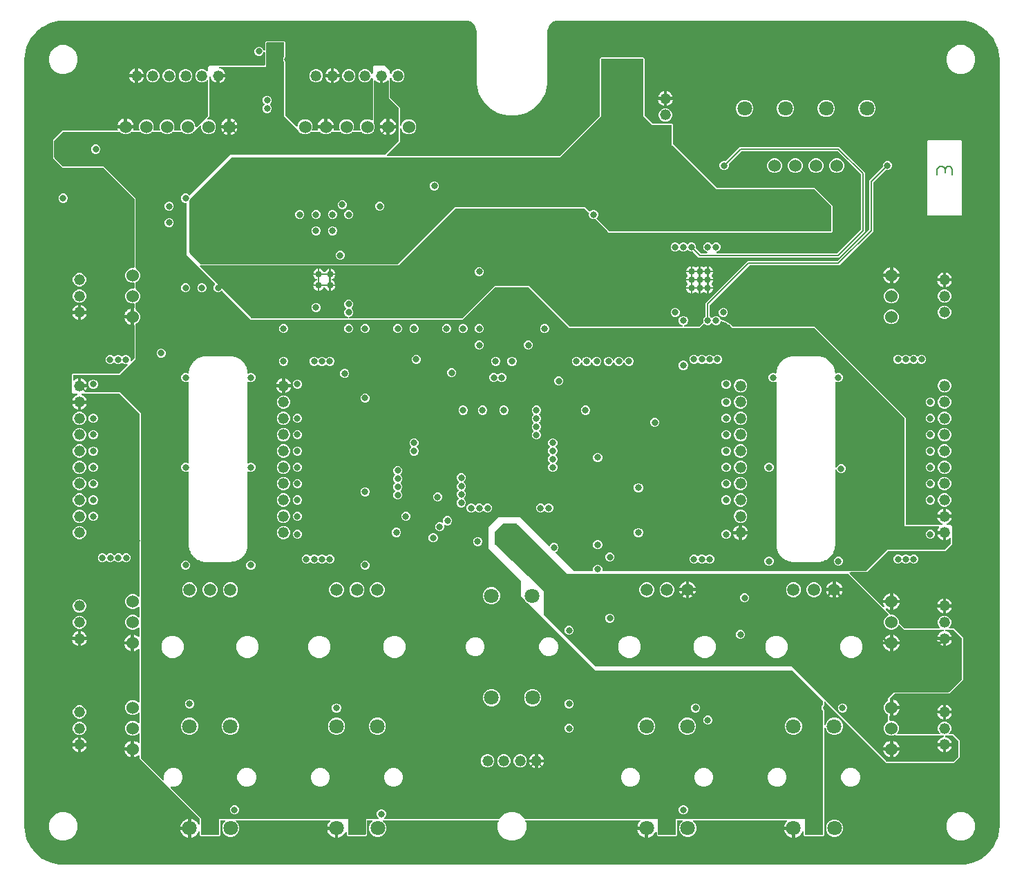
<source format=gbr>
G04 EAGLE Gerber RS-274X export*
G75*
%MOMM*%
%FSLAX34Y34*%
%LPD*%
%INCopper Layer 15*%
%IPPOS*%
%AMOC8*
5,1,8,0,0,1.08239X$1,22.5*%
G01*
%ADD10C,0.152400*%
%ADD11C,1.508000*%
%ADD12C,1.800000*%
%ADD13C,0.808000*%
%ADD14C,1.320800*%
%ADD15C,1.524000*%
%ADD16C,0.200000*%
%ADD17C,0.300000*%

G36*
X1150029Y2545D02*
X1150029Y2545D01*
X1150056Y2542D01*
X1155258Y2834D01*
X1155349Y2853D01*
X1155424Y2858D01*
X1165567Y5173D01*
X1165691Y5220D01*
X1165778Y5247D01*
X1175152Y9761D01*
X1175262Y9835D01*
X1175341Y9880D01*
X1183475Y16367D01*
X1183566Y16463D01*
X1183633Y16525D01*
X1190120Y24659D01*
X1190187Y24773D01*
X1190239Y24848D01*
X1194753Y34222D01*
X1194793Y34348D01*
X1194827Y34433D01*
X1197142Y44576D01*
X1197150Y44668D01*
X1197166Y44742D01*
X1197458Y49944D01*
X1197455Y49974D01*
X1197459Y50000D01*
X1197459Y990000D01*
X1197455Y990030D01*
X1197458Y990056D01*
X1197166Y995258D01*
X1197147Y995349D01*
X1197142Y995424D01*
X1194827Y1005567D01*
X1194780Y1005691D01*
X1194753Y1005778D01*
X1190239Y1015152D01*
X1190165Y1015262D01*
X1190120Y1015341D01*
X1183633Y1023475D01*
X1183537Y1023566D01*
X1183475Y1023633D01*
X1175341Y1030120D01*
X1175227Y1030187D01*
X1175152Y1030239D01*
X1165778Y1034753D01*
X1165652Y1034793D01*
X1165567Y1034827D01*
X1155424Y1037142D01*
X1155332Y1037150D01*
X1155258Y1037166D01*
X1150056Y1037458D01*
X1150026Y1037455D01*
X1150000Y1037459D01*
X656000Y1037459D01*
X655948Y1037452D01*
X655902Y1037454D01*
X653666Y1037234D01*
X653392Y1037167D01*
X653387Y1037164D01*
X653382Y1037163D01*
X649251Y1035452D01*
X649215Y1035431D01*
X649176Y1035417D01*
X649106Y1035366D01*
X649008Y1035308D01*
X648968Y1035265D01*
X648927Y1035235D01*
X645765Y1032073D01*
X645740Y1032040D01*
X645709Y1032012D01*
X645664Y1031939D01*
X645595Y1031848D01*
X645575Y1031793D01*
X645548Y1031749D01*
X643837Y1027618D01*
X643767Y1027345D01*
X643767Y1027339D01*
X643766Y1027334D01*
X643546Y1025098D01*
X643548Y1025045D01*
X643541Y1025000D01*
X643541Y959268D01*
X640574Y948194D01*
X634841Y938265D01*
X626735Y930159D01*
X616806Y924426D01*
X605732Y921459D01*
X594268Y921459D01*
X583194Y924426D01*
X573265Y930159D01*
X565159Y938265D01*
X559426Y948194D01*
X556459Y959268D01*
X556459Y1025000D01*
X556452Y1025052D01*
X556454Y1025098D01*
X556234Y1027334D01*
X556167Y1027608D01*
X556164Y1027613D01*
X556163Y1027618D01*
X554452Y1031749D01*
X554431Y1031785D01*
X554417Y1031824D01*
X554366Y1031894D01*
X554308Y1031992D01*
X554265Y1032032D01*
X554235Y1032073D01*
X551073Y1035235D01*
X551040Y1035260D01*
X551012Y1035291D01*
X550939Y1035336D01*
X550848Y1035405D01*
X550793Y1035425D01*
X550749Y1035452D01*
X546618Y1037163D01*
X546345Y1037233D01*
X546339Y1037233D01*
X546334Y1037234D01*
X544098Y1037454D01*
X544045Y1037452D01*
X544000Y1037459D01*
X50000Y1037459D01*
X49971Y1037455D01*
X49944Y1037458D01*
X44742Y1037166D01*
X44651Y1037147D01*
X44576Y1037142D01*
X34433Y1034827D01*
X34309Y1034780D01*
X34222Y1034753D01*
X24848Y1030239D01*
X24738Y1030165D01*
X24659Y1030120D01*
X16525Y1023633D01*
X16434Y1023537D01*
X16367Y1023475D01*
X9880Y1015341D01*
X9813Y1015227D01*
X9761Y1015152D01*
X5247Y1005778D01*
X5207Y1005652D01*
X5173Y1005567D01*
X2858Y995424D01*
X2850Y995332D01*
X2834Y995258D01*
X2542Y990056D01*
X2545Y990026D01*
X2541Y990000D01*
X2541Y50000D01*
X2545Y49971D01*
X2542Y49944D01*
X2834Y44742D01*
X2853Y44651D01*
X2858Y44576D01*
X5173Y34433D01*
X5220Y34309D01*
X5247Y34222D01*
X9761Y24848D01*
X9835Y24738D01*
X9880Y24659D01*
X16367Y16525D01*
X16463Y16434D01*
X16525Y16367D01*
X24659Y9880D01*
X24773Y9813D01*
X24848Y9761D01*
X34222Y5247D01*
X34348Y5207D01*
X34433Y5173D01*
X44576Y2858D01*
X44668Y2850D01*
X44742Y2834D01*
X49944Y2542D01*
X49974Y2545D01*
X50000Y2541D01*
X1150000Y2541D01*
X1150029Y2545D01*
G37*
%LPC*%
G36*
X596511Y32459D02*
X596511Y32459D01*
X590064Y35130D01*
X585130Y40064D01*
X582459Y46511D01*
X582459Y53489D01*
X583538Y56094D01*
X583568Y56208D01*
X583602Y56322D01*
X583603Y56345D01*
X583608Y56367D01*
X583604Y56485D01*
X583606Y56604D01*
X583600Y56626D01*
X583599Y56649D01*
X583562Y56761D01*
X583531Y56876D01*
X583519Y56895D01*
X583512Y56917D01*
X583445Y57015D01*
X583383Y57116D01*
X583366Y57131D01*
X583353Y57150D01*
X583261Y57225D01*
X583173Y57305D01*
X583153Y57315D01*
X583135Y57329D01*
X583026Y57376D01*
X582920Y57428D01*
X582898Y57431D01*
X582876Y57441D01*
X582691Y57463D01*
X582615Y57475D01*
X442721Y57475D01*
X442689Y57471D01*
X442657Y57473D01*
X442550Y57451D01*
X442442Y57435D01*
X442413Y57422D01*
X442381Y57416D01*
X442285Y57364D01*
X442185Y57319D01*
X442161Y57298D01*
X442132Y57283D01*
X442054Y57207D01*
X441971Y57136D01*
X441953Y57109D01*
X441930Y57086D01*
X441876Y56991D01*
X441816Y56900D01*
X441807Y56869D01*
X441791Y56841D01*
X441766Y56735D01*
X441734Y56630D01*
X441734Y56598D01*
X441726Y56567D01*
X441732Y56457D01*
X441730Y56348D01*
X441739Y56317D01*
X441741Y56285D01*
X441776Y56182D01*
X441806Y56076D01*
X441822Y56049D01*
X441833Y56018D01*
X441886Y55945D01*
X441954Y55836D01*
X441990Y55804D01*
X442015Y55769D01*
X444322Y53462D01*
X445925Y49593D01*
X445925Y45406D01*
X444322Y41538D01*
X441362Y38578D01*
X437493Y36975D01*
X433307Y36975D01*
X429438Y38578D01*
X426478Y41538D01*
X424875Y45406D01*
X424875Y49593D01*
X426478Y53462D01*
X428785Y55769D01*
X428805Y55795D01*
X428829Y55816D01*
X428889Y55908D01*
X428954Y55995D01*
X428966Y56025D01*
X428984Y56052D01*
X429016Y56157D01*
X429054Y56259D01*
X429057Y56291D01*
X429066Y56322D01*
X429067Y56431D01*
X429076Y56540D01*
X429069Y56572D01*
X429070Y56604D01*
X429040Y56709D01*
X429018Y56816D01*
X429003Y56845D01*
X428994Y56876D01*
X428937Y56969D01*
X428886Y57065D01*
X428863Y57088D01*
X428846Y57116D01*
X428765Y57189D01*
X428689Y57267D01*
X428661Y57283D01*
X428637Y57305D01*
X428539Y57352D01*
X428444Y57406D01*
X428412Y57414D01*
X428383Y57428D01*
X428294Y57442D01*
X428169Y57471D01*
X428121Y57469D01*
X428079Y57475D01*
X423524Y57475D01*
X423460Y57466D01*
X423396Y57467D01*
X423321Y57446D01*
X423245Y57435D01*
X423186Y57409D01*
X423124Y57392D01*
X423058Y57351D01*
X422988Y57319D01*
X422939Y57277D01*
X422884Y57244D01*
X422832Y57186D01*
X422774Y57136D01*
X422738Y57082D01*
X422695Y57034D01*
X422662Y56965D01*
X422619Y56900D01*
X422600Y56838D01*
X422572Y56781D01*
X422561Y56711D01*
X422537Y56630D01*
X422536Y56545D01*
X422525Y56476D01*
X422525Y38954D01*
X421046Y37475D01*
X398954Y37475D01*
X397475Y38954D01*
X397475Y42401D01*
X397469Y42449D01*
X397471Y42496D01*
X397449Y42588D01*
X397435Y42680D01*
X397416Y42724D01*
X397405Y42770D01*
X397358Y42852D01*
X397319Y42937D01*
X397288Y42974D01*
X397264Y43015D01*
X397197Y43080D01*
X397136Y43152D01*
X397096Y43178D01*
X397062Y43211D01*
X396979Y43255D01*
X396900Y43306D01*
X396854Y43320D01*
X396812Y43342D01*
X396720Y43361D01*
X396630Y43389D01*
X396582Y43389D01*
X396536Y43399D01*
X396442Y43391D01*
X396348Y43392D01*
X396302Y43380D01*
X396255Y43376D01*
X396167Y43342D01*
X396076Y43317D01*
X396036Y43292D01*
X395991Y43275D01*
X395916Y43218D01*
X395836Y43169D01*
X395804Y43133D01*
X395766Y43105D01*
X395718Y43038D01*
X395647Y42960D01*
X395619Y42901D01*
X395586Y42855D01*
X394871Y41451D01*
X393803Y39982D01*
X392518Y38697D01*
X391943Y38279D01*
X391942Y38279D01*
X391049Y37629D01*
X389430Y36805D01*
X387702Y36243D01*
X386999Y36132D01*
X386999Y46500D01*
X386990Y46563D01*
X386991Y46628D01*
X386970Y46702D01*
X386959Y46779D01*
X386933Y46838D01*
X386916Y46900D01*
X386875Y46966D01*
X386843Y47036D01*
X386801Y47085D01*
X386768Y47140D01*
X386710Y47191D01*
X386660Y47250D01*
X386606Y47286D01*
X386558Y47329D01*
X386489Y47362D01*
X386424Y47405D01*
X386362Y47424D01*
X386305Y47452D01*
X386235Y47462D01*
X386154Y47487D01*
X386069Y47488D01*
X386000Y47499D01*
X384999Y47499D01*
X384999Y48500D01*
X384990Y48564D01*
X384991Y48628D01*
X384970Y48703D01*
X384959Y48779D01*
X384933Y48838D01*
X384916Y48900D01*
X384875Y48966D01*
X384843Y49036D01*
X384801Y49085D01*
X384768Y49140D01*
X384710Y49192D01*
X384660Y49250D01*
X384606Y49286D01*
X384558Y49329D01*
X384489Y49362D01*
X384424Y49405D01*
X384362Y49424D01*
X384304Y49452D01*
X384235Y49462D01*
X384154Y49487D01*
X384069Y49488D01*
X384000Y49499D01*
X373632Y49499D01*
X373743Y50202D01*
X374305Y51930D01*
X375130Y53549D01*
X376197Y55018D01*
X376948Y55769D01*
X376968Y55795D01*
X376992Y55816D01*
X377052Y55908D01*
X377118Y55995D01*
X377129Y56025D01*
X377147Y56052D01*
X377179Y56157D01*
X377217Y56259D01*
X377220Y56291D01*
X377229Y56322D01*
X377231Y56431D01*
X377239Y56540D01*
X377232Y56572D01*
X377233Y56604D01*
X377204Y56709D01*
X377181Y56816D01*
X377166Y56845D01*
X377158Y56876D01*
X377100Y56969D01*
X377049Y57065D01*
X377026Y57088D01*
X377010Y57116D01*
X376929Y57189D01*
X376852Y57267D01*
X376824Y57283D01*
X376800Y57305D01*
X376702Y57352D01*
X376607Y57406D01*
X376575Y57414D01*
X376546Y57428D01*
X376457Y57442D01*
X376332Y57471D01*
X376284Y57469D01*
X376242Y57475D01*
X262721Y57475D01*
X262689Y57471D01*
X262657Y57473D01*
X262550Y57451D01*
X262442Y57435D01*
X262413Y57422D01*
X262381Y57416D01*
X262285Y57364D01*
X262185Y57319D01*
X262161Y57298D01*
X262132Y57283D01*
X262054Y57207D01*
X261971Y57136D01*
X261953Y57109D01*
X261930Y57086D01*
X261876Y56991D01*
X261816Y56900D01*
X261807Y56869D01*
X261791Y56841D01*
X261766Y56735D01*
X261734Y56630D01*
X261734Y56598D01*
X261726Y56567D01*
X261732Y56457D01*
X261730Y56348D01*
X261739Y56317D01*
X261741Y56285D01*
X261776Y56182D01*
X261806Y56076D01*
X261822Y56049D01*
X261833Y56018D01*
X261886Y55945D01*
X261954Y55836D01*
X261990Y55804D01*
X262015Y55769D01*
X264322Y53462D01*
X265925Y49593D01*
X265925Y45406D01*
X264322Y41538D01*
X261362Y38578D01*
X257493Y36975D01*
X253307Y36975D01*
X249438Y38578D01*
X246478Y41538D01*
X244875Y45406D01*
X244875Y49593D01*
X246478Y53462D01*
X248785Y55769D01*
X248805Y55795D01*
X248829Y55816D01*
X248889Y55908D01*
X248954Y55995D01*
X248966Y56025D01*
X248984Y56052D01*
X249016Y56157D01*
X249054Y56259D01*
X249057Y56291D01*
X249066Y56322D01*
X249067Y56431D01*
X249076Y56540D01*
X249069Y56572D01*
X249070Y56604D01*
X249040Y56709D01*
X249018Y56816D01*
X249003Y56845D01*
X248994Y56876D01*
X248937Y56969D01*
X248886Y57065D01*
X248863Y57088D01*
X248846Y57116D01*
X248765Y57189D01*
X248689Y57267D01*
X248661Y57283D01*
X248637Y57305D01*
X248539Y57352D01*
X248444Y57406D01*
X248412Y57414D01*
X248383Y57428D01*
X248294Y57442D01*
X248169Y57471D01*
X248121Y57469D01*
X248079Y57475D01*
X243524Y57475D01*
X243460Y57466D01*
X243396Y57467D01*
X243321Y57446D01*
X243245Y57435D01*
X243186Y57409D01*
X243124Y57392D01*
X243058Y57351D01*
X242988Y57319D01*
X242939Y57277D01*
X242884Y57244D01*
X242832Y57186D01*
X242774Y57136D01*
X242738Y57082D01*
X242695Y57034D01*
X242662Y56965D01*
X242619Y56900D01*
X242600Y56838D01*
X242572Y56781D01*
X242561Y56711D01*
X242537Y56630D01*
X242536Y56545D01*
X242525Y56476D01*
X242525Y38954D01*
X241046Y37475D01*
X218954Y37475D01*
X217475Y38954D01*
X217475Y42401D01*
X217469Y42449D01*
X217471Y42496D01*
X217449Y42588D01*
X217435Y42681D01*
X217416Y42724D01*
X217405Y42770D01*
X217358Y42852D01*
X217319Y42937D01*
X217288Y42974D01*
X217264Y43015D01*
X217197Y43080D01*
X217136Y43152D01*
X217096Y43178D01*
X217062Y43211D01*
X216979Y43255D01*
X216900Y43306D01*
X216854Y43320D01*
X216812Y43342D01*
X216720Y43361D01*
X216630Y43389D01*
X216582Y43389D01*
X216536Y43399D01*
X216442Y43391D01*
X216348Y43392D01*
X216302Y43380D01*
X216255Y43376D01*
X216167Y43342D01*
X216076Y43317D01*
X216036Y43292D01*
X215991Y43275D01*
X215916Y43218D01*
X215836Y43169D01*
X215804Y43134D01*
X215766Y43105D01*
X215718Y43038D01*
X215647Y42960D01*
X215619Y42901D01*
X215586Y42855D01*
X214871Y41451D01*
X213803Y39982D01*
X212518Y38697D01*
X211943Y38279D01*
X211942Y38279D01*
X211049Y37629D01*
X209430Y36805D01*
X207702Y36243D01*
X206999Y36132D01*
X206999Y46500D01*
X206990Y46563D01*
X206991Y46628D01*
X206970Y46702D01*
X206959Y46779D01*
X206933Y46838D01*
X206916Y46900D01*
X206875Y46966D01*
X206843Y47036D01*
X206801Y47085D01*
X206768Y47140D01*
X206710Y47191D01*
X206660Y47250D01*
X206606Y47286D01*
X206558Y47329D01*
X206489Y47362D01*
X206424Y47405D01*
X206362Y47424D01*
X206305Y47452D01*
X206235Y47462D01*
X206154Y47487D01*
X206069Y47488D01*
X206000Y47499D01*
X204999Y47499D01*
X204999Y47501D01*
X206000Y47501D01*
X206064Y47510D01*
X206128Y47509D01*
X206203Y47530D01*
X206279Y47541D01*
X206338Y47567D01*
X206400Y47584D01*
X206466Y47625D01*
X206536Y47657D01*
X206585Y47699D01*
X206640Y47732D01*
X206692Y47790D01*
X206750Y47840D01*
X206786Y47894D01*
X206829Y47942D01*
X206862Y48011D01*
X206905Y48076D01*
X206924Y48138D01*
X206952Y48196D01*
X206962Y48265D01*
X206987Y48346D01*
X206988Y48431D01*
X206999Y48500D01*
X206999Y58868D01*
X207702Y58757D01*
X209430Y58195D01*
X211049Y57370D01*
X212518Y56303D01*
X213803Y55018D01*
X214871Y53549D01*
X215586Y52145D01*
X215613Y52106D01*
X215633Y52063D01*
X215694Y51991D01*
X215748Y51914D01*
X215785Y51885D01*
X215816Y51848D01*
X215895Y51797D01*
X215968Y51738D01*
X216012Y51720D01*
X216052Y51694D01*
X216142Y51666D01*
X216229Y51631D01*
X216276Y51625D01*
X216322Y51611D01*
X216416Y51610D01*
X216509Y51600D01*
X216556Y51608D01*
X216604Y51608D01*
X216695Y51633D01*
X216787Y51649D01*
X216830Y51670D01*
X216876Y51683D01*
X216956Y51732D01*
X217040Y51774D01*
X217075Y51806D01*
X217116Y51831D01*
X217179Y51901D01*
X217248Y51964D01*
X217273Y52005D01*
X217305Y52040D01*
X217346Y52125D01*
X217394Y52205D01*
X217407Y52251D01*
X217428Y52294D01*
X217440Y52376D01*
X217468Y52477D01*
X217467Y52543D01*
X217475Y52599D01*
X217475Y58540D01*
X217467Y58600D01*
X217467Y58627D01*
X217461Y58648D01*
X217457Y58731D01*
X217442Y58775D01*
X217435Y58820D01*
X217396Y58907D01*
X217364Y58998D01*
X217339Y59032D01*
X217319Y59076D01*
X217236Y59174D01*
X217183Y59247D01*
X143475Y132954D01*
X143475Y136293D01*
X143471Y136325D01*
X143473Y136358D01*
X143451Y136465D01*
X143435Y136573D01*
X143422Y136602D01*
X143416Y136634D01*
X143364Y136730D01*
X143319Y136830D01*
X143298Y136854D01*
X143283Y136883D01*
X143207Y136961D01*
X143136Y137044D01*
X143109Y137062D01*
X143086Y137085D01*
X142991Y137138D01*
X142900Y137198D01*
X142869Y137208D01*
X142841Y137224D01*
X142734Y137249D01*
X142630Y137281D01*
X142598Y137281D01*
X142566Y137289D01*
X142457Y137283D01*
X142348Y137284D01*
X142317Y137276D01*
X142285Y137274D01*
X142182Y137238D01*
X142076Y137209D01*
X142049Y137192D01*
X142018Y137182D01*
X141945Y137128D01*
X141836Y137061D01*
X141804Y137025D01*
X141769Y137000D01*
X141619Y136850D01*
X140325Y135910D01*
X138900Y135184D01*
X137379Y134689D01*
X136999Y134629D01*
X136999Y143600D01*
X136990Y143663D01*
X136991Y143728D01*
X136970Y143802D01*
X136959Y143879D01*
X136933Y143938D01*
X136916Y144000D01*
X136875Y144066D01*
X136843Y144136D01*
X136801Y144185D01*
X136768Y144240D01*
X136710Y144291D01*
X136660Y144350D01*
X136606Y144386D01*
X136558Y144429D01*
X136489Y144462D01*
X136424Y144505D01*
X136362Y144524D01*
X136305Y144552D01*
X136235Y144562D01*
X136154Y144587D01*
X136069Y144588D01*
X136000Y144599D01*
X134999Y144599D01*
X134999Y144601D01*
X136000Y144601D01*
X136064Y144610D01*
X136128Y144609D01*
X136203Y144630D01*
X136279Y144641D01*
X136338Y144667D01*
X136400Y144684D01*
X136466Y144725D01*
X136536Y144757D01*
X136585Y144799D01*
X136640Y144832D01*
X136692Y144890D01*
X136750Y144940D01*
X136786Y144994D01*
X136829Y145042D01*
X136862Y145111D01*
X136905Y145176D01*
X136924Y145238D01*
X136952Y145296D01*
X136962Y145365D01*
X136987Y145446D01*
X136988Y145531D01*
X136999Y145600D01*
X136999Y154571D01*
X137379Y154511D01*
X138900Y154016D01*
X140325Y153290D01*
X141619Y152350D01*
X141769Y152200D01*
X141795Y152181D01*
X141816Y152156D01*
X141908Y152096D01*
X141995Y152031D01*
X142025Y152019D01*
X142052Y152002D01*
X142157Y151970D01*
X142259Y151931D01*
X142291Y151929D01*
X142322Y151919D01*
X142431Y151918D01*
X142540Y151909D01*
X142572Y151916D01*
X142604Y151916D01*
X142709Y151945D01*
X142816Y151967D01*
X142845Y151982D01*
X142876Y151991D01*
X142969Y152048D01*
X143065Y152099D01*
X143088Y152122D01*
X143116Y152139D01*
X143189Y152220D01*
X143267Y152296D01*
X143283Y152324D01*
X143305Y152348D01*
X143352Y152447D01*
X143406Y152542D01*
X143414Y152573D01*
X143428Y152602D01*
X143442Y152691D01*
X143471Y152816D01*
X143469Y152864D01*
X143475Y152907D01*
X143475Y163130D01*
X143471Y163162D01*
X143473Y163194D01*
X143451Y163301D01*
X143435Y163409D01*
X143422Y163439D01*
X143416Y163470D01*
X143364Y163567D01*
X143319Y163666D01*
X143298Y163691D01*
X143283Y163719D01*
X143207Y163798D01*
X143136Y163881D01*
X143109Y163898D01*
X143086Y163921D01*
X142991Y163975D01*
X142900Y164035D01*
X142869Y164045D01*
X142841Y164060D01*
X142735Y164086D01*
X142630Y164118D01*
X142598Y164118D01*
X142567Y164125D01*
X142457Y164120D01*
X142348Y164121D01*
X142317Y164113D01*
X142285Y164111D01*
X142182Y164075D01*
X142076Y164046D01*
X142049Y164029D01*
X142018Y164019D01*
X141945Y163965D01*
X141836Y163898D01*
X141804Y163862D01*
X141769Y163837D01*
X140180Y162247D01*
X136819Y160855D01*
X133181Y160855D01*
X129820Y162247D01*
X127247Y164820D01*
X125855Y168181D01*
X125855Y171819D01*
X127247Y175180D01*
X129820Y177753D01*
X133181Y179145D01*
X136819Y179145D01*
X140180Y177753D01*
X141769Y176163D01*
X141795Y176144D01*
X141816Y176119D01*
X141908Y176059D01*
X141995Y175994D01*
X142025Y175983D01*
X142052Y175965D01*
X142157Y175933D01*
X142259Y175894D01*
X142291Y175892D01*
X142322Y175882D01*
X142431Y175881D01*
X142540Y175873D01*
X142572Y175879D01*
X142604Y175879D01*
X142709Y175908D01*
X142816Y175930D01*
X142845Y175945D01*
X142876Y175954D01*
X142969Y176011D01*
X143065Y176063D01*
X143088Y176085D01*
X143116Y176102D01*
X143189Y176183D01*
X143267Y176259D01*
X143283Y176287D01*
X143305Y176311D01*
X143352Y176410D01*
X143406Y176505D01*
X143414Y176536D01*
X143428Y176565D01*
X143442Y176654D01*
X143471Y176779D01*
X143469Y176828D01*
X143475Y176870D01*
X143475Y188530D01*
X143471Y188562D01*
X143473Y188594D01*
X143451Y188701D01*
X143435Y188809D01*
X143422Y188839D01*
X143416Y188870D01*
X143364Y188967D01*
X143319Y189066D01*
X143298Y189091D01*
X143283Y189119D01*
X143207Y189198D01*
X143136Y189281D01*
X143109Y189298D01*
X143086Y189321D01*
X142991Y189375D01*
X142900Y189435D01*
X142869Y189445D01*
X142841Y189460D01*
X142735Y189486D01*
X142630Y189518D01*
X142598Y189518D01*
X142567Y189525D01*
X142457Y189520D01*
X142348Y189521D01*
X142317Y189513D01*
X142285Y189511D01*
X142182Y189475D01*
X142076Y189446D01*
X142049Y189429D01*
X142018Y189419D01*
X141945Y189365D01*
X141836Y189298D01*
X141804Y189262D01*
X141769Y189237D01*
X140180Y187647D01*
X136819Y186255D01*
X133181Y186255D01*
X129820Y187647D01*
X127247Y190220D01*
X125855Y193581D01*
X125855Y197219D01*
X127247Y200580D01*
X129820Y203153D01*
X133181Y204545D01*
X136819Y204545D01*
X140180Y203153D01*
X141769Y201563D01*
X141795Y201544D01*
X141816Y201519D01*
X141908Y201459D01*
X141995Y201394D01*
X142025Y201383D01*
X142052Y201365D01*
X142157Y201333D01*
X142259Y201294D01*
X142291Y201292D01*
X142322Y201282D01*
X142431Y201281D01*
X142540Y201273D01*
X142572Y201279D01*
X142604Y201279D01*
X142709Y201308D01*
X142816Y201330D01*
X142845Y201345D01*
X142876Y201354D01*
X142969Y201411D01*
X143065Y201463D01*
X143088Y201485D01*
X143116Y201502D01*
X143189Y201583D01*
X143267Y201659D01*
X143283Y201687D01*
X143305Y201711D01*
X143352Y201810D01*
X143406Y201905D01*
X143414Y201936D01*
X143428Y201965D01*
X143442Y202054D01*
X143471Y202179D01*
X143469Y202228D01*
X143475Y202270D01*
X143475Y266293D01*
X143471Y266325D01*
X143473Y266358D01*
X143451Y266465D01*
X143435Y266573D01*
X143422Y266602D01*
X143416Y266634D01*
X143364Y266730D01*
X143319Y266830D01*
X143298Y266854D01*
X143283Y266883D01*
X143207Y266961D01*
X143136Y267044D01*
X143109Y267062D01*
X143086Y267085D01*
X142991Y267138D01*
X142900Y267198D01*
X142869Y267208D01*
X142841Y267224D01*
X142734Y267249D01*
X142630Y267281D01*
X142598Y267281D01*
X142566Y267289D01*
X142457Y267283D01*
X142348Y267284D01*
X142317Y267276D01*
X142285Y267274D01*
X142182Y267238D01*
X142076Y267209D01*
X142049Y267192D01*
X142018Y267182D01*
X141945Y267128D01*
X141836Y267061D01*
X141804Y267025D01*
X141769Y267000D01*
X141619Y266850D01*
X140325Y265910D01*
X138900Y265184D01*
X137379Y264689D01*
X136999Y264629D01*
X136999Y273600D01*
X136990Y273663D01*
X136991Y273728D01*
X136970Y273802D01*
X136959Y273879D01*
X136933Y273938D01*
X136916Y274000D01*
X136875Y274066D01*
X136843Y274136D01*
X136801Y274185D01*
X136768Y274240D01*
X136710Y274291D01*
X136660Y274350D01*
X136606Y274386D01*
X136558Y274429D01*
X136489Y274462D01*
X136424Y274505D01*
X136362Y274524D01*
X136305Y274552D01*
X136235Y274562D01*
X136154Y274587D01*
X136069Y274588D01*
X136000Y274599D01*
X134999Y274599D01*
X134999Y274601D01*
X136000Y274601D01*
X136064Y274610D01*
X136128Y274609D01*
X136203Y274630D01*
X136279Y274641D01*
X136338Y274667D01*
X136400Y274684D01*
X136466Y274725D01*
X136536Y274757D01*
X136585Y274799D01*
X136640Y274832D01*
X136692Y274890D01*
X136750Y274940D01*
X136786Y274994D01*
X136829Y275042D01*
X136862Y275111D01*
X136905Y275176D01*
X136924Y275238D01*
X136952Y275296D01*
X136962Y275365D01*
X136987Y275446D01*
X136988Y275531D01*
X136999Y275600D01*
X136999Y284571D01*
X137379Y284511D01*
X138900Y284016D01*
X140325Y283290D01*
X141619Y282350D01*
X141769Y282200D01*
X141795Y282181D01*
X141816Y282156D01*
X141908Y282096D01*
X141995Y282031D01*
X142025Y282019D01*
X142052Y282002D01*
X142157Y281970D01*
X142259Y281931D01*
X142291Y281929D01*
X142322Y281919D01*
X142431Y281918D01*
X142540Y281909D01*
X142572Y281916D01*
X142604Y281916D01*
X142709Y281945D01*
X142816Y281967D01*
X142845Y281982D01*
X142876Y281991D01*
X142969Y282048D01*
X143065Y282099D01*
X143088Y282122D01*
X143116Y282139D01*
X143189Y282220D01*
X143267Y282296D01*
X143283Y282324D01*
X143305Y282348D01*
X143352Y282447D01*
X143406Y282542D01*
X143414Y282573D01*
X143428Y282602D01*
X143442Y282691D01*
X143471Y282816D01*
X143469Y282864D01*
X143475Y282907D01*
X143475Y293130D01*
X143471Y293162D01*
X143473Y293194D01*
X143451Y293301D01*
X143435Y293409D01*
X143422Y293439D01*
X143416Y293470D01*
X143364Y293567D01*
X143319Y293666D01*
X143298Y293691D01*
X143283Y293719D01*
X143207Y293798D01*
X143136Y293881D01*
X143109Y293898D01*
X143086Y293921D01*
X142991Y293975D01*
X142900Y294035D01*
X142869Y294045D01*
X142841Y294060D01*
X142735Y294086D01*
X142630Y294118D01*
X142598Y294118D01*
X142567Y294125D01*
X142457Y294120D01*
X142348Y294121D01*
X142317Y294113D01*
X142285Y294111D01*
X142182Y294075D01*
X142076Y294046D01*
X142049Y294029D01*
X142018Y294019D01*
X141945Y293965D01*
X141836Y293898D01*
X141804Y293862D01*
X141769Y293837D01*
X140180Y292247D01*
X136819Y290855D01*
X133181Y290855D01*
X129820Y292247D01*
X127247Y294820D01*
X125855Y298181D01*
X125855Y301819D01*
X127247Y305180D01*
X129820Y307753D01*
X133181Y309145D01*
X136819Y309145D01*
X140180Y307753D01*
X141769Y306163D01*
X141795Y306144D01*
X141816Y306119D01*
X141908Y306059D01*
X141995Y305994D01*
X142025Y305983D01*
X142052Y305965D01*
X142157Y305933D01*
X142259Y305894D01*
X142291Y305892D01*
X142322Y305882D01*
X142431Y305881D01*
X142540Y305873D01*
X142572Y305879D01*
X142604Y305879D01*
X142709Y305908D01*
X142816Y305930D01*
X142845Y305945D01*
X142876Y305954D01*
X142969Y306011D01*
X143065Y306063D01*
X143088Y306085D01*
X143116Y306102D01*
X143189Y306183D01*
X143267Y306259D01*
X143283Y306287D01*
X143305Y306311D01*
X143352Y306410D01*
X143406Y306505D01*
X143414Y306536D01*
X143428Y306565D01*
X143442Y306654D01*
X143471Y306779D01*
X143469Y306828D01*
X143475Y306870D01*
X143475Y318530D01*
X143471Y318562D01*
X143473Y318594D01*
X143451Y318701D01*
X143435Y318809D01*
X143422Y318839D01*
X143416Y318870D01*
X143364Y318967D01*
X143319Y319066D01*
X143298Y319091D01*
X143283Y319119D01*
X143207Y319198D01*
X143136Y319281D01*
X143109Y319298D01*
X143086Y319321D01*
X142991Y319375D01*
X142900Y319435D01*
X142869Y319445D01*
X142841Y319460D01*
X142735Y319486D01*
X142630Y319518D01*
X142598Y319518D01*
X142567Y319525D01*
X142457Y319520D01*
X142348Y319521D01*
X142317Y319513D01*
X142285Y319511D01*
X142182Y319475D01*
X142076Y319446D01*
X142049Y319429D01*
X142018Y319419D01*
X141945Y319365D01*
X141836Y319298D01*
X141804Y319262D01*
X141769Y319237D01*
X140180Y317647D01*
X136819Y316255D01*
X133181Y316255D01*
X129820Y317647D01*
X127247Y320220D01*
X125855Y323581D01*
X125855Y327219D01*
X127247Y330580D01*
X129820Y333153D01*
X133181Y334545D01*
X136819Y334545D01*
X140180Y333153D01*
X141769Y331563D01*
X141795Y331544D01*
X141816Y331519D01*
X141879Y331478D01*
X141894Y331465D01*
X141913Y331455D01*
X141995Y331394D01*
X142025Y331383D01*
X142052Y331365D01*
X142157Y331333D01*
X142259Y331294D01*
X142291Y331292D01*
X142322Y331282D01*
X142431Y331281D01*
X142540Y331273D01*
X142572Y331279D01*
X142604Y331279D01*
X142709Y331308D01*
X142816Y331330D01*
X142845Y331345D01*
X142876Y331354D01*
X142969Y331411D01*
X143065Y331463D01*
X143088Y331485D01*
X143116Y331502D01*
X143189Y331583D01*
X143267Y331659D01*
X143283Y331687D01*
X143305Y331711D01*
X143352Y331810D01*
X143406Y331905D01*
X143414Y331936D01*
X143428Y331965D01*
X143442Y332054D01*
X143456Y332116D01*
X143463Y332139D01*
X143463Y332146D01*
X143471Y332179D01*
X143469Y332228D01*
X143475Y332270D01*
X143475Y555540D01*
X143462Y555635D01*
X143457Y555731D01*
X143442Y555775D01*
X143435Y555820D01*
X143396Y555907D01*
X143364Y555998D01*
X143339Y556032D01*
X143319Y556076D01*
X143236Y556174D01*
X143183Y556247D01*
X119247Y580183D01*
X119170Y580240D01*
X119099Y580305D01*
X119058Y580325D01*
X119021Y580352D01*
X118931Y580386D01*
X118845Y580428D01*
X118803Y580434D01*
X118757Y580451D01*
X118630Y580461D01*
X118540Y580475D01*
X73630Y580475D01*
X73544Y580463D01*
X73458Y580460D01*
X73405Y580443D01*
X73351Y580435D01*
X73272Y580400D01*
X73190Y580373D01*
X73144Y580342D01*
X73094Y580319D01*
X73028Y580263D01*
X72957Y580214D01*
X72922Y580172D01*
X72880Y580136D01*
X72832Y580063D01*
X72777Y579996D01*
X72756Y579946D01*
X72725Y579900D01*
X72700Y579817D01*
X72666Y579737D01*
X72659Y579683D01*
X72643Y579630D01*
X72642Y579543D01*
X72631Y579457D01*
X72640Y579403D01*
X72639Y579348D01*
X72662Y579264D01*
X72676Y579179D01*
X72700Y579129D01*
X72714Y579076D01*
X72760Y579002D01*
X72797Y578924D01*
X72834Y578883D01*
X72863Y578836D01*
X72927Y578778D01*
X72985Y578713D01*
X73028Y578687D01*
X73072Y578647D01*
X73174Y578598D01*
X73248Y578553D01*
X74332Y578104D01*
X75830Y577103D01*
X77103Y575830D01*
X78104Y574332D01*
X78793Y572667D01*
X78926Y571999D01*
X71000Y571999D01*
X70937Y571990D01*
X70872Y571991D01*
X70798Y571970D01*
X70721Y571959D01*
X70662Y571933D01*
X70600Y571916D01*
X70534Y571875D01*
X70464Y571843D01*
X70415Y571801D01*
X70360Y571768D01*
X70309Y571710D01*
X70250Y571660D01*
X70214Y571606D01*
X70171Y571558D01*
X70138Y571489D01*
X70095Y571424D01*
X70076Y571362D01*
X70048Y571305D01*
X70038Y571235D01*
X70013Y571154D01*
X70012Y571069D01*
X70001Y571000D01*
X70001Y569999D01*
X69999Y569999D01*
X69999Y571000D01*
X69990Y571064D01*
X69991Y571128D01*
X69970Y571203D01*
X69959Y571279D01*
X69933Y571338D01*
X69916Y571400D01*
X69875Y571466D01*
X69843Y571536D01*
X69801Y571585D01*
X69768Y571640D01*
X69710Y571692D01*
X69660Y571750D01*
X69606Y571786D01*
X69558Y571829D01*
X69489Y571862D01*
X69424Y571905D01*
X69362Y571924D01*
X69304Y571952D01*
X69235Y571962D01*
X69154Y571987D01*
X69069Y571988D01*
X69000Y571999D01*
X61074Y571999D01*
X61207Y572667D01*
X61896Y574332D01*
X62897Y575830D01*
X64170Y577103D01*
X65668Y578104D01*
X66752Y578553D01*
X66827Y578597D01*
X66906Y578633D01*
X66947Y578668D01*
X66995Y578696D01*
X67054Y578760D01*
X67120Y578816D01*
X67150Y578862D01*
X67188Y578902D01*
X67227Y578979D01*
X67275Y579052D01*
X67291Y579105D01*
X67315Y579154D01*
X67332Y579239D01*
X67357Y579322D01*
X67358Y579377D01*
X67368Y579431D01*
X67360Y579517D01*
X67361Y579604D01*
X67346Y579657D01*
X67341Y579711D01*
X67309Y579792D01*
X67286Y579876D01*
X67257Y579922D01*
X67236Y579973D01*
X67183Y580042D01*
X67137Y580116D01*
X67097Y580152D01*
X67063Y580196D01*
X66992Y580247D01*
X66928Y580305D01*
X66879Y580329D01*
X66834Y580361D01*
X66752Y580390D01*
X66674Y580428D01*
X66624Y580436D01*
X66568Y580455D01*
X66455Y580462D01*
X66370Y580475D01*
X61954Y580475D01*
X60475Y581954D01*
X60475Y603617D01*
X61954Y605096D01*
X118540Y605096D01*
X118635Y605110D01*
X118731Y605115D01*
X118775Y605130D01*
X118820Y605136D01*
X118907Y605176D01*
X118998Y605207D01*
X119032Y605232D01*
X119076Y605252D01*
X119174Y605336D01*
X119247Y605389D01*
X128587Y614729D01*
X128607Y614755D01*
X128631Y614776D01*
X128691Y614868D01*
X128757Y614955D01*
X128768Y614985D01*
X128786Y615012D01*
X128818Y615117D01*
X128856Y615219D01*
X128859Y615251D01*
X128868Y615282D01*
X128870Y615391D01*
X128878Y615500D01*
X128872Y615532D01*
X128872Y615564D01*
X128843Y615669D01*
X128820Y615776D01*
X128805Y615805D01*
X128797Y615836D01*
X128739Y615929D01*
X128688Y616025D01*
X128666Y616048D01*
X128649Y616076D01*
X128568Y616149D01*
X128491Y616227D01*
X128463Y616243D01*
X128439Y616265D01*
X128341Y616312D01*
X128246Y616366D01*
X128214Y616374D01*
X128186Y616388D01*
X128096Y616402D01*
X127971Y616431D01*
X127923Y616429D01*
X127881Y616435D01*
X125799Y616435D01*
X123754Y617282D01*
X122811Y618226D01*
X122759Y618264D01*
X122714Y618310D01*
X122647Y618349D01*
X122585Y618395D01*
X122525Y618418D01*
X122469Y618449D01*
X122394Y618467D01*
X122321Y618495D01*
X122257Y618499D01*
X122194Y618514D01*
X122117Y618510D01*
X122040Y618516D01*
X121977Y618503D01*
X121913Y618500D01*
X121840Y618475D01*
X121764Y618459D01*
X121707Y618429D01*
X121646Y618407D01*
X121590Y618366D01*
X121515Y618326D01*
X121454Y618267D01*
X121397Y618226D01*
X120454Y617282D01*
X118409Y616435D01*
X116195Y616435D01*
X114150Y617282D01*
X113207Y618226D01*
X113155Y618264D01*
X113110Y618310D01*
X113043Y618349D01*
X112981Y618395D01*
X112921Y618418D01*
X112865Y618449D01*
X112790Y618467D01*
X112717Y618495D01*
X112653Y618499D01*
X112590Y618514D01*
X112513Y618510D01*
X112436Y618516D01*
X112373Y618503D01*
X112309Y618500D01*
X112236Y618475D01*
X112160Y618459D01*
X112103Y618429D01*
X112042Y618407D01*
X111986Y618366D01*
X111911Y618326D01*
X111850Y618267D01*
X111793Y618226D01*
X110850Y617282D01*
X108805Y616435D01*
X106591Y616435D01*
X104546Y617282D01*
X102980Y618848D01*
X102133Y620893D01*
X102133Y623107D01*
X102980Y625152D01*
X104546Y626718D01*
X106591Y627565D01*
X108805Y627565D01*
X110850Y626718D01*
X111793Y625774D01*
X111845Y625736D01*
X111890Y625690D01*
X111957Y625651D01*
X112019Y625605D01*
X112079Y625582D01*
X112135Y625551D01*
X112210Y625533D01*
X112283Y625505D01*
X112347Y625501D01*
X112409Y625486D01*
X112487Y625490D01*
X112564Y625484D01*
X112627Y625497D01*
X112691Y625500D01*
X112764Y625525D01*
X112840Y625541D01*
X112897Y625571D01*
X112958Y625593D01*
X113014Y625634D01*
X113089Y625674D01*
X113150Y625733D01*
X113207Y625774D01*
X114150Y626718D01*
X116195Y627565D01*
X118409Y627565D01*
X120454Y626718D01*
X121397Y625774D01*
X121449Y625736D01*
X121494Y625690D01*
X121561Y625651D01*
X121623Y625605D01*
X121683Y625582D01*
X121739Y625551D01*
X121814Y625533D01*
X121887Y625505D01*
X121951Y625501D01*
X122013Y625486D01*
X122091Y625490D01*
X122168Y625484D01*
X122231Y625497D01*
X122295Y625500D01*
X122368Y625525D01*
X122444Y625541D01*
X122501Y625571D01*
X122562Y625593D01*
X122618Y625634D01*
X122693Y625674D01*
X122754Y625733D01*
X122811Y625774D01*
X123754Y626718D01*
X125799Y627565D01*
X128013Y627565D01*
X130058Y626718D01*
X131624Y625152D01*
X132471Y623107D01*
X132471Y621025D01*
X132475Y620993D01*
X132473Y620961D01*
X132495Y620854D01*
X132511Y620746D01*
X132524Y620716D01*
X132530Y620685D01*
X132582Y620589D01*
X132627Y620489D01*
X132648Y620464D01*
X132663Y620436D01*
X132739Y620358D01*
X132810Y620275D01*
X132837Y620257D01*
X132860Y620234D01*
X132955Y620180D01*
X133046Y620120D01*
X133077Y620111D01*
X133105Y620095D01*
X133211Y620070D01*
X133316Y620038D01*
X133348Y620037D01*
X133379Y620030D01*
X133489Y620035D01*
X133598Y620034D01*
X133629Y620043D01*
X133661Y620044D01*
X133764Y620080D01*
X133870Y620109D01*
X133897Y620126D01*
X133928Y620137D01*
X134001Y620190D01*
X134110Y620257D01*
X134142Y620293D01*
X134177Y620319D01*
X137183Y623325D01*
X137240Y623401D01*
X137305Y623473D01*
X137325Y623514D01*
X137352Y623550D01*
X137386Y623640D01*
X137428Y623727D01*
X137434Y623769D01*
X137451Y623814D01*
X137458Y623904D01*
X137463Y623920D01*
X137464Y623958D01*
X137475Y624031D01*
X137475Y663535D01*
X137475Y663536D01*
X137475Y663537D01*
X137455Y663675D01*
X137435Y663814D01*
X137435Y663815D01*
X137435Y663816D01*
X137378Y663941D01*
X137319Y664071D01*
X137319Y664072D01*
X137318Y664073D01*
X137228Y664177D01*
X137136Y664285D01*
X137135Y664286D01*
X137134Y664287D01*
X137022Y664359D01*
X136999Y664375D01*
X136999Y673600D01*
X136990Y673663D01*
X136991Y673728D01*
X136970Y673802D01*
X136959Y673879D01*
X136933Y673938D01*
X136916Y674000D01*
X136875Y674066D01*
X136843Y674136D01*
X136801Y674185D01*
X136768Y674240D01*
X136710Y674291D01*
X136660Y674350D01*
X136606Y674386D01*
X136558Y674429D01*
X136489Y674462D01*
X136424Y674505D01*
X136362Y674524D01*
X136305Y674552D01*
X136235Y674562D01*
X136154Y674587D01*
X136069Y674588D01*
X136000Y674599D01*
X134999Y674599D01*
X134999Y674601D01*
X136000Y674601D01*
X136064Y674610D01*
X136128Y674609D01*
X136203Y674630D01*
X136279Y674641D01*
X136338Y674667D01*
X136400Y674684D01*
X136466Y674725D01*
X136536Y674757D01*
X136585Y674799D01*
X136640Y674832D01*
X136692Y674890D01*
X136750Y674940D01*
X136786Y674994D01*
X136829Y675042D01*
X136862Y675111D01*
X136905Y675176D01*
X136924Y675238D01*
X136952Y675296D01*
X136962Y675365D01*
X136987Y675446D01*
X136988Y675531D01*
X136999Y675600D01*
X136999Y684826D01*
X137114Y684896D01*
X137115Y684897D01*
X137116Y684898D01*
X137209Y685001D01*
X137303Y685105D01*
X137304Y685106D01*
X137305Y685107D01*
X137365Y685231D01*
X137427Y685359D01*
X137427Y685360D01*
X137428Y685361D01*
X137431Y685379D01*
X137475Y685637D01*
X137473Y685652D01*
X137475Y685665D01*
X137475Y689856D01*
X137466Y689920D01*
X137467Y689984D01*
X137446Y690059D01*
X137435Y690135D01*
X137409Y690194D01*
X137392Y690256D01*
X137351Y690322D01*
X137319Y690392D01*
X137277Y690441D01*
X137244Y690496D01*
X137186Y690548D01*
X137136Y690606D01*
X137082Y690642D01*
X137034Y690685D01*
X136965Y690718D01*
X136900Y690761D01*
X136838Y690780D01*
X136781Y690808D01*
X136711Y690819D01*
X136630Y690843D01*
X136545Y690844D01*
X136476Y690855D01*
X133181Y690855D01*
X129820Y692247D01*
X127247Y694820D01*
X125855Y698181D01*
X125855Y701819D01*
X127247Y705180D01*
X129820Y707753D01*
X133181Y709145D01*
X136476Y709145D01*
X136540Y709154D01*
X136604Y709153D01*
X136679Y709174D01*
X136755Y709185D01*
X136814Y709211D01*
X136876Y709228D01*
X136942Y709269D01*
X137012Y709301D01*
X137061Y709343D01*
X137116Y709376D01*
X137168Y709434D01*
X137226Y709484D01*
X137262Y709538D01*
X137305Y709586D01*
X137338Y709655D01*
X137381Y709720D01*
X137400Y709782D01*
X137428Y709839D01*
X137439Y709909D01*
X137463Y709990D01*
X137464Y710075D01*
X137475Y710144D01*
X137475Y715256D01*
X137466Y715320D01*
X137467Y715384D01*
X137446Y715459D01*
X137435Y715535D01*
X137409Y715594D01*
X137392Y715656D01*
X137351Y715722D01*
X137319Y715792D01*
X137277Y715841D01*
X137244Y715896D01*
X137186Y715948D01*
X137136Y716006D01*
X137082Y716042D01*
X137034Y716085D01*
X136965Y716118D01*
X136900Y716161D01*
X136838Y716180D01*
X136781Y716208D01*
X136711Y716219D01*
X136630Y716243D01*
X136545Y716244D01*
X136476Y716255D01*
X133181Y716255D01*
X129820Y717647D01*
X127247Y720220D01*
X125855Y723581D01*
X125855Y727219D01*
X127247Y730580D01*
X129820Y733153D01*
X133181Y734545D01*
X136476Y734545D01*
X136540Y734554D01*
X136604Y734553D01*
X136679Y734574D01*
X136755Y734585D01*
X136814Y734611D01*
X136876Y734628D01*
X136942Y734669D01*
X137012Y734701D01*
X137061Y734743D01*
X137116Y734776D01*
X137168Y734834D01*
X137226Y734884D01*
X137262Y734938D01*
X137305Y734986D01*
X137338Y735055D01*
X137381Y735120D01*
X137400Y735182D01*
X137428Y735239D01*
X137439Y735309D01*
X137463Y735390D01*
X137464Y735475D01*
X137475Y735544D01*
X137475Y818540D01*
X137462Y818635D01*
X137457Y818731D01*
X137442Y818775D01*
X137435Y818820D01*
X137396Y818907D01*
X137364Y818998D01*
X137339Y819032D01*
X137319Y819076D01*
X137236Y819174D01*
X137183Y819247D01*
X99247Y857183D01*
X99170Y857240D01*
X99099Y857305D01*
X99058Y857325D01*
X99021Y857352D01*
X98931Y857386D01*
X98845Y857428D01*
X98803Y857434D01*
X98757Y857451D01*
X98630Y857461D01*
X98540Y857475D01*
X48954Y857475D01*
X37475Y868954D01*
X37475Y891046D01*
X48954Y902525D01*
X116058Y902525D01*
X116136Y902536D01*
X116216Y902537D01*
X116275Y902556D01*
X116337Y902565D01*
X116409Y902597D01*
X116485Y902621D01*
X116537Y902655D01*
X116594Y902681D01*
X116654Y902733D01*
X116721Y902777D01*
X116761Y902824D01*
X116808Y902864D01*
X116852Y902931D01*
X116903Y902992D01*
X116928Y903048D01*
X116963Y903100D01*
X116986Y903176D01*
X117018Y903249D01*
X117027Y903311D01*
X117045Y903370D01*
X117046Y903449D01*
X117057Y903528D01*
X117048Y903585D01*
X117049Y903652D01*
X117021Y903752D01*
X117008Y903833D01*
X116589Y905121D01*
X116529Y905501D01*
X125500Y905501D01*
X125563Y905510D01*
X125628Y905509D01*
X125702Y905530D01*
X125779Y905541D01*
X125838Y905567D01*
X125900Y905584D01*
X125966Y905625D01*
X126036Y905657D01*
X126085Y905699D01*
X126140Y905732D01*
X126191Y905790D01*
X126250Y905840D01*
X126286Y905894D01*
X126329Y905942D01*
X126362Y906011D01*
X126405Y906076D01*
X126424Y906138D01*
X126452Y906195D01*
X126462Y906265D01*
X126487Y906346D01*
X126488Y906431D01*
X126499Y906500D01*
X126499Y907501D01*
X126501Y907501D01*
X126501Y906500D01*
X126510Y906436D01*
X126509Y906372D01*
X126530Y906297D01*
X126541Y906221D01*
X126567Y906162D01*
X126584Y906100D01*
X126625Y906034D01*
X126657Y905964D01*
X126699Y905915D01*
X126732Y905860D01*
X126790Y905808D01*
X126840Y905750D01*
X126894Y905714D01*
X126942Y905671D01*
X127011Y905638D01*
X127076Y905595D01*
X127138Y905576D01*
X127196Y905548D01*
X127265Y905537D01*
X127346Y905513D01*
X127431Y905512D01*
X127500Y905501D01*
X136471Y905501D01*
X136411Y905121D01*
X135992Y903833D01*
X135978Y903754D01*
X135955Y903678D01*
X135954Y903616D01*
X135944Y903555D01*
X135952Y903476D01*
X135951Y903396D01*
X135968Y903336D01*
X135975Y903275D01*
X136005Y903201D01*
X136027Y903124D01*
X136059Y903071D01*
X136083Y903014D01*
X136133Y902952D01*
X136175Y902884D01*
X136221Y902843D01*
X136260Y902794D01*
X136325Y902749D01*
X136384Y902695D01*
X136440Y902668D01*
X136491Y902633D01*
X136566Y902607D01*
X136638Y902572D01*
X136694Y902563D01*
X136758Y902542D01*
X136862Y902537D01*
X136942Y902525D01*
X142567Y902525D01*
X142684Y902541D01*
X142803Y902553D01*
X142824Y902561D01*
X142846Y902565D01*
X142954Y902613D01*
X143065Y902657D01*
X143082Y902671D01*
X143103Y902681D01*
X143194Y902758D01*
X143287Y902831D01*
X143300Y902849D01*
X143318Y902864D01*
X143383Y902964D01*
X143452Y903060D01*
X143460Y903081D01*
X143472Y903100D01*
X143507Y903214D01*
X143546Y903325D01*
X143548Y903348D01*
X143554Y903370D01*
X143556Y903488D01*
X143563Y903607D01*
X143558Y903628D01*
X143558Y903652D01*
X143508Y903831D01*
X143490Y903906D01*
X142755Y905681D01*
X142755Y909319D01*
X144147Y912680D01*
X146720Y915253D01*
X150081Y916645D01*
X153719Y916645D01*
X157080Y915253D01*
X159653Y912680D01*
X161045Y909319D01*
X161045Y905681D01*
X160310Y903906D01*
X160280Y903792D01*
X160246Y903678D01*
X160245Y903655D01*
X160240Y903633D01*
X160243Y903515D01*
X160242Y903396D01*
X160248Y903374D01*
X160249Y903351D01*
X160285Y903238D01*
X160317Y903124D01*
X160329Y903105D01*
X160336Y903083D01*
X160403Y902985D01*
X160465Y902884D01*
X160482Y902869D01*
X160495Y902850D01*
X160586Y902775D01*
X160674Y902695D01*
X160695Y902685D01*
X160713Y902671D01*
X160822Y902624D01*
X160928Y902572D01*
X160950Y902569D01*
X160972Y902559D01*
X161156Y902537D01*
X161233Y902525D01*
X167967Y902525D01*
X168084Y902541D01*
X168203Y902553D01*
X168224Y902561D01*
X168246Y902565D01*
X168354Y902613D01*
X168465Y902657D01*
X168483Y902671D01*
X168503Y902681D01*
X168593Y902758D01*
X168687Y902831D01*
X168700Y902849D01*
X168718Y902864D01*
X168783Y902964D01*
X168852Y903060D01*
X168860Y903081D01*
X168872Y903100D01*
X168907Y903214D01*
X168946Y903325D01*
X168948Y903348D01*
X168954Y903370D01*
X168956Y903488D01*
X168963Y903607D01*
X168958Y903628D01*
X168958Y903652D01*
X168909Y903831D01*
X168890Y903906D01*
X168155Y905681D01*
X168155Y909319D01*
X169547Y912680D01*
X172120Y915253D01*
X175481Y916645D01*
X179119Y916645D01*
X182480Y915253D01*
X185053Y912680D01*
X186445Y909319D01*
X186445Y905681D01*
X185710Y903906D01*
X185680Y903792D01*
X185646Y903678D01*
X185645Y903655D01*
X185640Y903633D01*
X185643Y903515D01*
X185642Y903396D01*
X185648Y903374D01*
X185649Y903351D01*
X185685Y903239D01*
X185717Y903124D01*
X185729Y903105D01*
X185736Y903083D01*
X185803Y902985D01*
X185865Y902884D01*
X185882Y902869D01*
X185895Y902850D01*
X185987Y902775D01*
X186074Y902695D01*
X186095Y902685D01*
X186113Y902671D01*
X186222Y902624D01*
X186328Y902572D01*
X186350Y902569D01*
X186372Y902559D01*
X186556Y902537D01*
X186633Y902525D01*
X193367Y902525D01*
X193484Y902541D01*
X193603Y902553D01*
X193624Y902561D01*
X193646Y902565D01*
X193754Y902613D01*
X193865Y902657D01*
X193883Y902671D01*
X193903Y902681D01*
X193993Y902758D01*
X194087Y902831D01*
X194100Y902849D01*
X194118Y902864D01*
X194183Y902964D01*
X194252Y903060D01*
X194260Y903081D01*
X194272Y903100D01*
X194307Y903214D01*
X194346Y903325D01*
X194348Y903348D01*
X194354Y903370D01*
X194356Y903488D01*
X194363Y903607D01*
X194358Y903628D01*
X194358Y903652D01*
X194309Y903831D01*
X194290Y903906D01*
X193555Y905681D01*
X193555Y909319D01*
X194947Y912680D01*
X197520Y915253D01*
X200881Y916645D01*
X204519Y916645D01*
X207880Y915253D01*
X210453Y912680D01*
X211845Y909319D01*
X211845Y907828D01*
X211849Y907796D01*
X211847Y907764D01*
X211853Y907734D01*
X211853Y907733D01*
X211854Y907731D01*
X211869Y907657D01*
X211885Y907548D01*
X211898Y907519D01*
X211904Y907487D01*
X211956Y907391D01*
X212001Y907291D01*
X212022Y907267D01*
X212037Y907239D01*
X212113Y907160D01*
X212184Y907077D01*
X212211Y907060D01*
X212234Y907036D01*
X212329Y906983D01*
X212420Y906923D01*
X212451Y906913D01*
X212479Y906897D01*
X212586Y906872D01*
X212690Y906840D01*
X212722Y906840D01*
X212753Y906832D01*
X212863Y906838D01*
X212972Y906837D01*
X213003Y906845D01*
X213035Y906847D01*
X213138Y906883D01*
X213244Y906912D01*
X213271Y906929D01*
X213302Y906939D01*
X213375Y906993D01*
X213484Y907060D01*
X213516Y907096D01*
X213551Y907121D01*
X227183Y920753D01*
X227240Y920830D01*
X227305Y920901D01*
X227325Y920942D01*
X227352Y920979D01*
X227386Y921069D01*
X227428Y921155D01*
X227434Y921197D01*
X227451Y921243D01*
X227461Y921370D01*
X227475Y921460D01*
X227475Y963567D01*
X227471Y963599D01*
X227473Y963631D01*
X227451Y963738D01*
X227435Y963846D01*
X227422Y963876D01*
X227416Y963907D01*
X227364Y964004D01*
X227319Y964103D01*
X227298Y964128D01*
X227283Y964156D01*
X227207Y964234D01*
X227136Y964318D01*
X227109Y964335D01*
X227086Y964358D01*
X226991Y964412D01*
X226900Y964472D01*
X226869Y964481D01*
X226841Y964497D01*
X226735Y964523D01*
X226630Y964554D01*
X226598Y964555D01*
X226567Y964562D01*
X226457Y964557D01*
X226348Y964558D01*
X226317Y964550D01*
X226285Y964548D01*
X226182Y964512D01*
X226076Y964483D01*
X226049Y964466D01*
X226018Y964455D01*
X225945Y964402D01*
X225836Y964335D01*
X225804Y964299D01*
X225769Y964274D01*
X224605Y963109D01*
X221617Y961871D01*
X218383Y961871D01*
X215395Y963109D01*
X213109Y965395D01*
X211871Y968383D01*
X211871Y971617D01*
X213109Y974605D01*
X215395Y976891D01*
X218383Y978129D01*
X221617Y978129D01*
X224605Y976891D01*
X225769Y975726D01*
X225795Y975707D01*
X225816Y975682D01*
X225908Y975623D01*
X225995Y975557D01*
X226025Y975546D01*
X226052Y975528D01*
X226157Y975496D01*
X226259Y975458D01*
X226291Y975455D01*
X226322Y975446D01*
X226431Y975444D01*
X226540Y975436D01*
X226572Y975442D01*
X226604Y975442D01*
X226709Y975471D01*
X226816Y975493D01*
X226845Y975508D01*
X226876Y975517D01*
X226969Y975574D01*
X227065Y975626D01*
X227088Y975648D01*
X227116Y975665D01*
X227189Y975746D01*
X227267Y975823D01*
X227283Y975851D01*
X227305Y975875D01*
X227352Y975973D01*
X227406Y976068D01*
X227414Y976099D01*
X227428Y976128D01*
X227442Y976218D01*
X227471Y976342D01*
X227469Y976391D01*
X227475Y976433D01*
X227475Y981046D01*
X228954Y982525D01*
X296476Y982525D01*
X296540Y982534D01*
X296604Y982533D01*
X296679Y982554D01*
X296755Y982565D01*
X296814Y982591D01*
X296876Y982608D01*
X296942Y982649D01*
X297012Y982681D01*
X297061Y982723D01*
X297116Y982756D01*
X297168Y982814D01*
X297226Y982864D01*
X297262Y982918D01*
X297305Y982966D01*
X297338Y983035D01*
X297381Y983100D01*
X297400Y983162D01*
X297428Y983219D01*
X297439Y983289D01*
X297463Y983370D01*
X297464Y983455D01*
X297475Y983524D01*
X297475Y998482D01*
X297463Y998568D01*
X297460Y998655D01*
X297443Y998707D01*
X297435Y998761D01*
X297400Y998840D01*
X297373Y998923D01*
X297342Y998968D01*
X297319Y999018D01*
X297263Y999084D01*
X297214Y999156D01*
X297172Y999191D01*
X297136Y999232D01*
X297063Y999280D01*
X296996Y999335D01*
X296946Y999357D01*
X296900Y999387D01*
X296817Y999412D01*
X296737Y999447D01*
X296683Y999453D01*
X296630Y999469D01*
X296543Y999470D01*
X296457Y999481D01*
X296403Y999472D01*
X296348Y999473D01*
X296264Y999450D01*
X296179Y999436D01*
X296129Y999413D01*
X296076Y999398D01*
X296002Y999352D01*
X295924Y999315D01*
X295883Y999279D01*
X295836Y999250D01*
X295778Y999185D01*
X295713Y999128D01*
X295687Y999084D01*
X295647Y999040D01*
X295598Y998938D01*
X295553Y998864D01*
X294718Y996848D01*
X293152Y995282D01*
X291107Y994435D01*
X288893Y994435D01*
X286848Y995282D01*
X285282Y996848D01*
X284435Y998893D01*
X284435Y1001107D01*
X285282Y1003152D01*
X286848Y1004718D01*
X288893Y1005565D01*
X291107Y1005565D01*
X293152Y1004718D01*
X294718Y1003152D01*
X295553Y1001136D01*
X295597Y1001061D01*
X295633Y1000982D01*
X295668Y1000940D01*
X295696Y1000893D01*
X295760Y1000834D01*
X295816Y1000768D01*
X295862Y1000737D01*
X295902Y1000700D01*
X295979Y1000661D01*
X296052Y1000613D01*
X296105Y1000597D01*
X296154Y1000572D01*
X296239Y1000556D01*
X296322Y1000531D01*
X296377Y1000530D01*
X296431Y1000520D01*
X296517Y1000528D01*
X296604Y1000527D01*
X296657Y1000542D01*
X296711Y1000547D01*
X296792Y1000579D01*
X296876Y1000602D01*
X296923Y1000631D01*
X296973Y1000651D01*
X297042Y1000705D01*
X297116Y1000750D01*
X297152Y1000791D01*
X297196Y1000825D01*
X297247Y1000895D01*
X297305Y1000960D01*
X297329Y1001009D01*
X297361Y1001054D01*
X297390Y1001135D01*
X297428Y1001213D01*
X297436Y1001264D01*
X297455Y1001319D01*
X297462Y1001433D01*
X297475Y1001518D01*
X297475Y1011046D01*
X298954Y1012525D01*
X321046Y1012525D01*
X322525Y1011046D01*
X322525Y921460D01*
X322538Y921365D01*
X322543Y921269D01*
X322558Y921225D01*
X322565Y921180D01*
X322604Y921093D01*
X322636Y921002D01*
X322661Y920968D01*
X322681Y920924D01*
X322764Y920826D01*
X322817Y920753D01*
X335649Y907921D01*
X335675Y907902D01*
X335696Y907877D01*
X335788Y907817D01*
X335875Y907752D01*
X335905Y907740D01*
X335932Y907723D01*
X336037Y907691D01*
X336139Y907652D01*
X336171Y907650D01*
X336202Y907640D01*
X336311Y907639D01*
X336420Y907630D01*
X336452Y907637D01*
X336484Y907637D01*
X336589Y907666D01*
X336696Y907688D01*
X336725Y907703D01*
X336756Y907712D01*
X336849Y907769D01*
X336945Y907821D01*
X336968Y907843D01*
X336996Y907860D01*
X337069Y907941D01*
X337147Y908017D01*
X337163Y908045D01*
X337185Y908069D01*
X337232Y908168D01*
X337286Y908263D01*
X337294Y908294D01*
X337308Y908323D01*
X337322Y908412D01*
X337351Y908537D01*
X337349Y908586D01*
X337355Y908628D01*
X337355Y909319D01*
X338747Y912680D01*
X341320Y915253D01*
X344681Y916645D01*
X348319Y916645D01*
X351680Y915253D01*
X354253Y912680D01*
X355645Y909319D01*
X355645Y905681D01*
X354910Y903906D01*
X354880Y903792D01*
X354846Y903678D01*
X354845Y903655D01*
X354840Y903633D01*
X354843Y903515D01*
X354842Y903396D01*
X354848Y903374D01*
X354849Y903351D01*
X354885Y903239D01*
X354917Y903124D01*
X354929Y903105D01*
X354936Y903083D01*
X355003Y902985D01*
X355065Y902884D01*
X355082Y902869D01*
X355095Y902850D01*
X355187Y902775D01*
X355274Y902695D01*
X355295Y902685D01*
X355313Y902671D01*
X355422Y902624D01*
X355528Y902572D01*
X355550Y902569D01*
X355572Y902559D01*
X355756Y902537D01*
X355833Y902525D01*
X361458Y902525D01*
X361536Y902536D01*
X361616Y902537D01*
X361675Y902556D01*
X361737Y902565D01*
X361809Y902597D01*
X361885Y902621D01*
X361937Y902655D01*
X361994Y902681D01*
X362054Y902733D01*
X362121Y902777D01*
X362161Y902824D01*
X362208Y902864D01*
X362252Y902931D01*
X362303Y902992D01*
X362328Y903048D01*
X362363Y903100D01*
X362386Y903176D01*
X362418Y903249D01*
X362427Y903311D01*
X362445Y903370D01*
X362446Y903449D01*
X362457Y903528D01*
X362448Y903585D01*
X362449Y903652D01*
X362421Y903752D01*
X362408Y903833D01*
X361989Y905121D01*
X361929Y905501D01*
X370900Y905501D01*
X370963Y905510D01*
X371028Y905509D01*
X371102Y905530D01*
X371179Y905541D01*
X371238Y905567D01*
X371300Y905584D01*
X371366Y905625D01*
X371436Y905657D01*
X371485Y905699D01*
X371540Y905732D01*
X371591Y905790D01*
X371650Y905840D01*
X371686Y905894D01*
X371729Y905942D01*
X371762Y906011D01*
X371805Y906076D01*
X371824Y906138D01*
X371852Y906195D01*
X371862Y906265D01*
X371887Y906346D01*
X371888Y906431D01*
X371899Y906500D01*
X371899Y907501D01*
X371901Y907501D01*
X371901Y906500D01*
X371910Y906436D01*
X371909Y906372D01*
X371930Y906297D01*
X371941Y906221D01*
X371967Y906162D01*
X371984Y906100D01*
X372025Y906034D01*
X372057Y905964D01*
X372099Y905915D01*
X372132Y905860D01*
X372190Y905808D01*
X372240Y905750D01*
X372294Y905714D01*
X372342Y905671D01*
X372411Y905638D01*
X372476Y905595D01*
X372538Y905576D01*
X372596Y905548D01*
X372665Y905537D01*
X372746Y905513D01*
X372831Y905512D01*
X372900Y905501D01*
X381871Y905501D01*
X381811Y905121D01*
X381392Y903833D01*
X381378Y903754D01*
X381355Y903678D01*
X381354Y903616D01*
X381344Y903555D01*
X381352Y903476D01*
X381351Y903396D01*
X381368Y903336D01*
X381375Y903275D01*
X381405Y903201D01*
X381427Y903124D01*
X381459Y903071D01*
X381483Y903014D01*
X381533Y902952D01*
X381575Y902884D01*
X381621Y902843D01*
X381660Y902794D01*
X381725Y902749D01*
X381784Y902695D01*
X381840Y902668D01*
X381891Y902633D01*
X381966Y902607D01*
X382038Y902572D01*
X382094Y902563D01*
X382158Y902542D01*
X382262Y902537D01*
X382342Y902525D01*
X387967Y902525D01*
X388084Y902541D01*
X388203Y902553D01*
X388224Y902561D01*
X388246Y902565D01*
X388354Y902613D01*
X388465Y902657D01*
X388483Y902671D01*
X388503Y902681D01*
X388593Y902758D01*
X388687Y902831D01*
X388700Y902849D01*
X388718Y902864D01*
X388783Y902964D01*
X388852Y903060D01*
X388860Y903081D01*
X388872Y903100D01*
X388907Y903214D01*
X388946Y903325D01*
X388948Y903348D01*
X388954Y903370D01*
X388956Y903488D01*
X388963Y903607D01*
X388958Y903628D01*
X388958Y903652D01*
X388909Y903831D01*
X388890Y903906D01*
X388155Y905681D01*
X388155Y909319D01*
X389547Y912680D01*
X392120Y915253D01*
X395481Y916645D01*
X399119Y916645D01*
X402480Y915253D01*
X405053Y912680D01*
X406445Y909319D01*
X406445Y905681D01*
X405710Y903906D01*
X405680Y903792D01*
X405646Y903678D01*
X405645Y903655D01*
X405640Y903633D01*
X405643Y903515D01*
X405642Y903396D01*
X405648Y903374D01*
X405649Y903351D01*
X405685Y903239D01*
X405717Y903124D01*
X405729Y903105D01*
X405736Y903083D01*
X405803Y902985D01*
X405865Y902884D01*
X405882Y902869D01*
X405895Y902850D01*
X405987Y902775D01*
X406074Y902695D01*
X406095Y902685D01*
X406113Y902671D01*
X406222Y902624D01*
X406328Y902572D01*
X406350Y902569D01*
X406372Y902559D01*
X406556Y902537D01*
X406633Y902525D01*
X413367Y902525D01*
X413484Y902541D01*
X413603Y902553D01*
X413624Y902561D01*
X413646Y902565D01*
X413754Y902613D01*
X413865Y902657D01*
X413883Y902671D01*
X413903Y902681D01*
X413993Y902758D01*
X414087Y902831D01*
X414100Y902849D01*
X414118Y902864D01*
X414183Y902964D01*
X414252Y903060D01*
X414260Y903081D01*
X414272Y903100D01*
X414307Y903214D01*
X414346Y903325D01*
X414348Y903348D01*
X414354Y903370D01*
X414356Y903488D01*
X414363Y903607D01*
X414358Y903628D01*
X414358Y903652D01*
X414309Y903831D01*
X414290Y903906D01*
X413555Y905681D01*
X413555Y909319D01*
X414947Y912680D01*
X417520Y915253D01*
X420881Y916645D01*
X424519Y916645D01*
X427962Y915219D01*
X427995Y915194D01*
X428025Y915183D01*
X428052Y915165D01*
X428156Y915133D01*
X428258Y915094D01*
X428291Y915092D01*
X428322Y915082D01*
X428431Y915081D01*
X428540Y915073D01*
X428571Y915079D01*
X428604Y915079D01*
X428709Y915108D01*
X428816Y915130D01*
X428844Y915145D01*
X428876Y915154D01*
X428969Y915211D01*
X429065Y915262D01*
X429088Y915285D01*
X429116Y915302D01*
X429189Y915383D01*
X429267Y915459D01*
X429283Y915487D01*
X429305Y915511D01*
X429352Y915609D01*
X429406Y915704D01*
X429414Y915736D01*
X429428Y915765D01*
X429442Y915854D01*
X429471Y915979D01*
X429469Y916027D01*
X429475Y916070D01*
X429475Y966610D01*
X429463Y966696D01*
X429460Y966783D01*
X429443Y966835D01*
X429435Y966890D01*
X429400Y966969D01*
X429373Y967051D01*
X429342Y967097D01*
X429319Y967147D01*
X429263Y967213D01*
X429214Y967284D01*
X429172Y967319D01*
X429136Y967361D01*
X429063Y967408D01*
X428996Y967464D01*
X428946Y967485D01*
X428900Y967515D01*
X428817Y967541D01*
X428737Y967575D01*
X428683Y967582D01*
X428630Y967598D01*
X428543Y967599D01*
X428457Y967609D01*
X428403Y967601D01*
X428348Y967601D01*
X428264Y967578D01*
X428179Y967564D01*
X428129Y967541D01*
X428076Y967526D01*
X428003Y967481D01*
X427924Y967443D01*
X427883Y967407D01*
X427836Y967378D01*
X427778Y967314D01*
X427713Y967256D01*
X427687Y967212D01*
X427647Y967169D01*
X427598Y967066D01*
X427553Y966993D01*
X426891Y965395D01*
X424605Y963109D01*
X421617Y961871D01*
X418383Y961871D01*
X415395Y963109D01*
X413109Y965395D01*
X411871Y968383D01*
X411871Y971617D01*
X413109Y974605D01*
X415395Y976891D01*
X418383Y978129D01*
X421617Y978129D01*
X424605Y976891D01*
X426891Y974605D01*
X427553Y973007D01*
X427597Y972933D01*
X427633Y972853D01*
X427669Y972812D01*
X427696Y972765D01*
X427760Y972705D01*
X427816Y972639D01*
X427862Y972609D01*
X427902Y972572D01*
X427979Y972532D01*
X428052Y972485D01*
X428105Y972469D01*
X428154Y972444D01*
X428239Y972428D01*
X428322Y972402D01*
X428377Y972402D01*
X428431Y972391D01*
X428517Y972400D01*
X428604Y972399D01*
X428657Y972413D01*
X428711Y972418D01*
X428792Y972451D01*
X428876Y972474D01*
X428923Y972503D01*
X428973Y972523D01*
X429042Y972576D01*
X429116Y972622D01*
X429152Y972663D01*
X429196Y972696D01*
X429247Y972767D01*
X429305Y972831D01*
X429329Y972881D01*
X429361Y972925D01*
X429390Y973007D01*
X429428Y973085D01*
X429436Y973135D01*
X429455Y973191D01*
X429462Y973304D01*
X429475Y973390D01*
X429475Y981046D01*
X430954Y982525D01*
X444046Y982525D01*
X450525Y976046D01*
X450525Y973390D01*
X450537Y973304D01*
X450540Y973217D01*
X450557Y973165D01*
X450565Y973110D01*
X450600Y973032D01*
X450627Y972949D01*
X450658Y972903D01*
X450681Y972853D01*
X450737Y972788D01*
X450786Y972716D01*
X450828Y972681D01*
X450864Y972639D01*
X450937Y972592D01*
X451004Y972536D01*
X451054Y972515D01*
X451100Y972485D01*
X451183Y972459D01*
X451263Y972425D01*
X451317Y972418D01*
X451370Y972402D01*
X451457Y972401D01*
X451543Y972391D01*
X451597Y972399D01*
X451652Y972399D01*
X451736Y972422D01*
X451821Y972436D01*
X451871Y972459D01*
X451924Y972474D01*
X451998Y972519D01*
X452076Y972557D01*
X452117Y972593D01*
X452164Y972622D01*
X452222Y972686D01*
X452287Y972744D01*
X452313Y972788D01*
X452353Y972831D01*
X452402Y972934D01*
X452447Y973007D01*
X453109Y974605D01*
X455395Y976891D01*
X458383Y978129D01*
X461617Y978129D01*
X464605Y976891D01*
X466891Y974605D01*
X468129Y971617D01*
X468129Y968383D01*
X466891Y965395D01*
X464605Y963109D01*
X461617Y961871D01*
X458383Y961871D01*
X455395Y963109D01*
X453109Y965395D01*
X452447Y966993D01*
X452403Y967067D01*
X452367Y967147D01*
X452332Y967188D01*
X452304Y967235D01*
X452240Y967295D01*
X452184Y967361D01*
X452138Y967391D01*
X452098Y967428D01*
X452021Y967468D01*
X451948Y967515D01*
X451895Y967531D01*
X451846Y967556D01*
X451761Y967572D01*
X451678Y967598D01*
X451623Y967598D01*
X451569Y967609D01*
X451483Y967600D01*
X451396Y967601D01*
X451343Y967587D01*
X451289Y967581D01*
X451208Y967549D01*
X451124Y967526D01*
X451077Y967497D01*
X451027Y967477D01*
X450958Y967424D01*
X450884Y967378D01*
X450848Y967337D01*
X450804Y967304D01*
X450753Y967233D01*
X450695Y967169D01*
X450671Y967119D01*
X450639Y967075D01*
X450610Y966993D01*
X450572Y966915D01*
X450564Y966865D01*
X450545Y966809D01*
X450538Y966696D01*
X450525Y966610D01*
X450525Y943460D01*
X450538Y943365D01*
X450543Y943269D01*
X450558Y943225D01*
X450565Y943180D01*
X450604Y943093D01*
X450636Y943002D01*
X450661Y942968D01*
X450681Y942924D01*
X450764Y942826D01*
X450817Y942753D01*
X462525Y931046D01*
X462525Y909923D01*
X462537Y909837D01*
X462540Y909751D01*
X462557Y909698D01*
X462565Y909644D01*
X462600Y909565D01*
X462627Y909482D01*
X462658Y909437D01*
X462681Y909387D01*
X462737Y909321D01*
X462786Y909249D01*
X462828Y909215D01*
X462864Y909173D01*
X462937Y909125D01*
X463004Y909070D01*
X463054Y909048D01*
X463100Y909018D01*
X463183Y908993D01*
X463263Y908959D01*
X463317Y908952D01*
X463370Y908936D01*
X463457Y908935D01*
X463543Y908924D01*
X463597Y908933D01*
X463652Y908932D01*
X463736Y908955D01*
X463821Y908969D01*
X463871Y908993D01*
X463924Y909007D01*
X463997Y909053D01*
X464076Y909090D01*
X464117Y909127D01*
X464164Y909156D01*
X464222Y909220D01*
X464287Y909278D01*
X464313Y909321D01*
X464353Y909365D01*
X464402Y909467D01*
X464447Y909541D01*
X465747Y912680D01*
X468320Y915253D01*
X471681Y916645D01*
X475319Y916645D01*
X478680Y915253D01*
X481253Y912680D01*
X482645Y909319D01*
X482645Y905681D01*
X481253Y902320D01*
X478680Y899747D01*
X475319Y898355D01*
X471681Y898355D01*
X468320Y899747D01*
X465747Y902320D01*
X464447Y905459D01*
X464403Y905534D01*
X464367Y905613D01*
X464332Y905655D01*
X464304Y905702D01*
X464240Y905761D01*
X464184Y905827D01*
X464138Y905857D01*
X464098Y905895D01*
X464021Y905934D01*
X463948Y905982D01*
X463895Y905998D01*
X463846Y906023D01*
X463761Y906039D01*
X463678Y906064D01*
X463623Y906065D01*
X463569Y906075D01*
X463483Y906067D01*
X463396Y906068D01*
X463343Y906053D01*
X463289Y906048D01*
X463208Y906016D01*
X463124Y905993D01*
X463077Y905964D01*
X463027Y905943D01*
X462958Y905890D01*
X462884Y905844D01*
X462848Y905804D01*
X462804Y905770D01*
X462753Y905700D01*
X462695Y905635D01*
X462671Y905586D01*
X462639Y905541D01*
X462610Y905459D01*
X462572Y905381D01*
X462564Y905331D01*
X462545Y905276D01*
X462538Y905162D01*
X462525Y905077D01*
X462525Y888954D01*
X446818Y873248D01*
X446802Y873231D01*
X446782Y873205D01*
X446757Y873184D01*
X446698Y873093D01*
X446632Y873006D01*
X446621Y872975D01*
X446603Y872948D01*
X446571Y872844D01*
X446532Y872742D01*
X446530Y872709D01*
X446520Y872678D01*
X446519Y872569D01*
X446510Y872461D01*
X446517Y872429D01*
X446517Y872396D01*
X446546Y872291D01*
X446568Y872185D01*
X446583Y872156D01*
X446592Y872124D01*
X446649Y872032D01*
X446700Y871936D01*
X446723Y871912D01*
X446740Y871884D01*
X446821Y871811D01*
X446897Y871733D01*
X446925Y871717D01*
X446949Y871695D01*
X447047Y871648D01*
X447142Y871594D01*
X447174Y871587D01*
X447203Y871572D01*
X447292Y871558D01*
X447416Y871529D01*
X447465Y871531D01*
X447508Y871525D01*
X657540Y871525D01*
X657635Y871538D01*
X657731Y871543D01*
X657775Y871558D01*
X657820Y871565D01*
X657907Y871604D01*
X657998Y871636D01*
X658032Y871661D01*
X658076Y871681D01*
X658174Y871764D01*
X658247Y871817D01*
X707183Y920753D01*
X707240Y920830D01*
X707305Y920901D01*
X707325Y920942D01*
X707352Y920979D01*
X707386Y921069D01*
X707428Y921155D01*
X707434Y921197D01*
X707451Y921243D01*
X707461Y921370D01*
X707475Y921460D01*
X707475Y991046D01*
X708954Y992525D01*
X761046Y992525D01*
X762525Y991046D01*
X762525Y921460D01*
X762538Y921365D01*
X762543Y921269D01*
X762558Y921225D01*
X762565Y921180D01*
X762604Y921093D01*
X762636Y921002D01*
X762661Y920968D01*
X762681Y920924D01*
X762764Y920826D01*
X762817Y920753D01*
X771753Y911817D01*
X771830Y911760D01*
X771901Y911695D01*
X771942Y911675D01*
X771979Y911648D01*
X772069Y911614D01*
X772155Y911572D01*
X772197Y911566D01*
X772243Y911549D01*
X772370Y911539D01*
X772460Y911525D01*
X796046Y911525D01*
X797525Y910046D01*
X797525Y886460D01*
X797538Y886365D01*
X797543Y886269D01*
X797558Y886225D01*
X797565Y886180D01*
X797604Y886093D01*
X797636Y886002D01*
X797661Y885968D01*
X797681Y885924D01*
X797764Y885826D01*
X797817Y885753D01*
X850753Y832817D01*
X850830Y832760D01*
X850901Y832695D01*
X850942Y832675D01*
X850979Y832648D01*
X851069Y832614D01*
X851155Y832572D01*
X851197Y832566D01*
X851243Y832549D01*
X851370Y832539D01*
X851460Y832525D01*
X971046Y832525D01*
X992525Y811046D01*
X992525Y778954D01*
X991046Y777475D01*
X718954Y777475D01*
X717183Y779247D01*
X702206Y794223D01*
X702199Y794229D01*
X702193Y794236D01*
X702086Y794313D01*
X701981Y794392D01*
X701972Y794396D01*
X701964Y794401D01*
X701841Y794445D01*
X701717Y794492D01*
X701707Y794493D01*
X701698Y794496D01*
X701567Y794504D01*
X701436Y794514D01*
X701427Y794512D01*
X701417Y794512D01*
X701341Y794494D01*
X701160Y794456D01*
X701138Y794445D01*
X701117Y794440D01*
X701107Y794435D01*
X698893Y794435D01*
X696848Y795282D01*
X695282Y796848D01*
X694435Y798893D01*
X694435Y801107D01*
X694440Y801117D01*
X694442Y801127D01*
X694447Y801135D01*
X694477Y801263D01*
X694510Y801390D01*
X694509Y801400D01*
X694512Y801409D01*
X694505Y801541D01*
X694501Y801672D01*
X694498Y801681D01*
X694497Y801691D01*
X694454Y801815D01*
X694413Y801941D01*
X694408Y801948D01*
X694405Y801957D01*
X694359Y802020D01*
X694254Y802174D01*
X694236Y802189D01*
X694223Y802206D01*
X689247Y807183D01*
X689170Y807240D01*
X689099Y807305D01*
X689058Y807325D01*
X689021Y807352D01*
X688931Y807386D01*
X688845Y807428D01*
X688803Y807434D01*
X688757Y807451D01*
X688630Y807461D01*
X688540Y807475D01*
X531460Y807475D01*
X531365Y807462D01*
X531269Y807457D01*
X531225Y807442D01*
X531180Y807435D01*
X531093Y807396D01*
X531002Y807364D01*
X530968Y807339D01*
X530924Y807319D01*
X530826Y807236D01*
X530753Y807183D01*
X461046Y737475D01*
X218508Y737475D01*
X218476Y737471D01*
X218444Y737473D01*
X218337Y737451D01*
X218228Y737435D01*
X218199Y737422D01*
X218167Y737416D01*
X218071Y737364D01*
X217971Y737319D01*
X217947Y737298D01*
X217919Y737283D01*
X217840Y737207D01*
X217757Y737136D01*
X217740Y737109D01*
X217716Y737086D01*
X217663Y736991D01*
X217603Y736900D01*
X217593Y736869D01*
X217577Y736841D01*
X217552Y736734D01*
X217520Y736630D01*
X217520Y736598D01*
X217512Y736567D01*
X217518Y736457D01*
X217517Y736348D01*
X217525Y736317D01*
X217527Y736285D01*
X217563Y736182D01*
X217592Y736076D01*
X217609Y736049D01*
X217619Y736018D01*
X217673Y735945D01*
X217740Y735836D01*
X217776Y735804D01*
X217801Y735769D01*
X280753Y672817D01*
X280830Y672760D01*
X280901Y672695D01*
X280942Y672675D01*
X280979Y672648D01*
X281069Y672614D01*
X281155Y672572D01*
X281197Y672566D01*
X281243Y672549D01*
X281370Y672539D01*
X281460Y672525D01*
X398482Y672525D01*
X398568Y672537D01*
X398655Y672540D01*
X398707Y672557D01*
X398761Y672565D01*
X398840Y672600D01*
X398923Y672627D01*
X398968Y672658D01*
X399018Y672681D01*
X399084Y672737D01*
X399156Y672786D01*
X399191Y672828D01*
X399232Y672864D01*
X399280Y672937D01*
X399335Y673004D01*
X399357Y673054D01*
X399387Y673100D01*
X399412Y673183D01*
X399447Y673263D01*
X399453Y673317D01*
X399469Y673370D01*
X399470Y673457D01*
X399481Y673543D01*
X399472Y673597D01*
X399473Y673652D01*
X399450Y673736D01*
X399436Y673821D01*
X399413Y673871D01*
X399398Y673924D01*
X399352Y673998D01*
X399315Y674076D01*
X399279Y674117D01*
X399250Y674164D01*
X399185Y674222D01*
X399128Y674287D01*
X399084Y674313D01*
X399040Y674353D01*
X398938Y674402D01*
X398864Y674447D01*
X396848Y675282D01*
X395282Y676848D01*
X394435Y678893D01*
X394435Y681107D01*
X395282Y683152D01*
X396424Y684293D01*
X396462Y684345D01*
X396508Y684390D01*
X396547Y684457D01*
X396593Y684519D01*
X396616Y684579D01*
X396647Y684635D01*
X396665Y684710D01*
X396693Y684783D01*
X396697Y684847D01*
X396712Y684910D01*
X396708Y684987D01*
X396714Y685064D01*
X396701Y685127D01*
X396698Y685191D01*
X396673Y685264D01*
X396657Y685340D01*
X396627Y685397D01*
X396605Y685458D01*
X396564Y685514D01*
X396524Y685589D01*
X396472Y685643D01*
X396456Y685668D01*
X396443Y685680D01*
X396424Y685707D01*
X395282Y686848D01*
X394435Y688893D01*
X394435Y691107D01*
X395282Y693152D01*
X396848Y694718D01*
X398893Y695565D01*
X401107Y695565D01*
X403152Y694718D01*
X404718Y693152D01*
X405565Y691107D01*
X405565Y688893D01*
X404718Y686848D01*
X403576Y685707D01*
X403566Y685692D01*
X403561Y685688D01*
X403550Y685671D01*
X403538Y685655D01*
X403492Y685610D01*
X403453Y685543D01*
X403407Y685481D01*
X403384Y685421D01*
X403353Y685365D01*
X403335Y685290D01*
X403307Y685217D01*
X403303Y685153D01*
X403288Y685091D01*
X403292Y685013D01*
X403286Y684936D01*
X403299Y684873D01*
X403302Y684809D01*
X403327Y684736D01*
X403343Y684660D01*
X403373Y684603D01*
X403395Y684542D01*
X403436Y684486D01*
X403476Y684411D01*
X403535Y684350D01*
X403576Y684293D01*
X404718Y683152D01*
X405565Y681107D01*
X405565Y678893D01*
X404718Y676848D01*
X403152Y675282D01*
X401136Y674447D01*
X401061Y674403D01*
X400982Y674367D01*
X400940Y674332D01*
X400893Y674304D01*
X400833Y674240D01*
X400768Y674184D01*
X400737Y674138D01*
X400700Y674098D01*
X400661Y674021D01*
X400613Y673948D01*
X400597Y673895D01*
X400572Y673846D01*
X400556Y673761D01*
X400531Y673678D01*
X400530Y673623D01*
X400520Y673569D01*
X400528Y673483D01*
X400527Y673396D01*
X400542Y673343D01*
X400547Y673289D01*
X400579Y673208D01*
X400602Y673124D01*
X400631Y673077D01*
X400651Y673027D01*
X400705Y672958D01*
X400750Y672884D01*
X400791Y672848D01*
X400825Y672804D01*
X400895Y672753D01*
X400960Y672695D01*
X401009Y672671D01*
X401054Y672639D01*
X401135Y672610D01*
X401213Y672572D01*
X401264Y672564D01*
X401319Y672545D01*
X401433Y672538D01*
X401518Y672525D01*
X538540Y672525D01*
X538635Y672538D01*
X538731Y672543D01*
X538775Y672558D01*
X538820Y672565D01*
X538907Y672604D01*
X538998Y672636D01*
X539032Y672661D01*
X539076Y672681D01*
X539174Y672764D01*
X539247Y672817D01*
X578954Y712525D01*
X621046Y712525D01*
X670753Y662817D01*
X670830Y662760D01*
X670901Y662695D01*
X670942Y662675D01*
X670979Y662648D01*
X671069Y662614D01*
X671155Y662572D01*
X671197Y662566D01*
X671243Y662549D01*
X671370Y662539D01*
X671460Y662525D01*
X808482Y662525D01*
X808568Y662537D01*
X808655Y662540D01*
X808707Y662557D01*
X808761Y662565D01*
X808840Y662600D01*
X808923Y662627D01*
X808968Y662658D01*
X809018Y662681D01*
X809084Y662737D01*
X809156Y662786D01*
X809191Y662828D01*
X809232Y662864D01*
X809280Y662937D01*
X809335Y663004D01*
X809357Y663054D01*
X809387Y663100D01*
X809412Y663183D01*
X809447Y663263D01*
X809453Y663317D01*
X809469Y663370D01*
X809470Y663457D01*
X809481Y663543D01*
X809472Y663597D01*
X809473Y663652D01*
X809450Y663736D01*
X809436Y663821D01*
X809413Y663871D01*
X809398Y663924D01*
X809352Y663998D01*
X809315Y664076D01*
X809279Y664117D01*
X809250Y664164D01*
X809185Y664222D01*
X809128Y664287D01*
X809084Y664313D01*
X809040Y664353D01*
X808938Y664402D01*
X808864Y664447D01*
X806848Y665282D01*
X805282Y666848D01*
X804435Y668893D01*
X804435Y671107D01*
X805282Y673152D01*
X806848Y674718D01*
X808893Y675565D01*
X811107Y675565D01*
X813152Y674718D01*
X814718Y673152D01*
X815565Y671107D01*
X815565Y668893D01*
X814718Y666848D01*
X813152Y665282D01*
X811136Y664447D01*
X811061Y664403D01*
X810982Y664367D01*
X810940Y664332D01*
X810893Y664304D01*
X810834Y664240D01*
X810768Y664184D01*
X810737Y664138D01*
X810700Y664098D01*
X810661Y664021D01*
X810613Y663948D01*
X810597Y663895D01*
X810572Y663846D01*
X810556Y663761D01*
X810531Y663678D01*
X810530Y663623D01*
X810520Y663569D01*
X810528Y663483D01*
X810527Y663396D01*
X810542Y663343D01*
X810547Y663289D01*
X810579Y663208D01*
X810602Y663124D01*
X810631Y663077D01*
X810651Y663027D01*
X810705Y662958D01*
X810750Y662884D01*
X810791Y662848D01*
X810825Y662804D01*
X810895Y662753D01*
X810960Y662695D01*
X811009Y662671D01*
X811054Y662639D01*
X811135Y662610D01*
X811213Y662572D01*
X811264Y662564D01*
X811319Y662545D01*
X811433Y662538D01*
X811518Y662525D01*
X828540Y662525D01*
X828635Y662538D01*
X828731Y662543D01*
X828775Y662558D01*
X828820Y662565D01*
X828907Y662604D01*
X828998Y662636D01*
X829032Y662661D01*
X829076Y662681D01*
X829174Y662764D01*
X829247Y662817D01*
X834223Y667794D01*
X834229Y667801D01*
X834236Y667807D01*
X834313Y667914D01*
X834392Y668019D01*
X834396Y668028D01*
X834401Y668036D01*
X834445Y668158D01*
X834492Y668283D01*
X834493Y668293D01*
X834496Y668301D01*
X834503Y668433D01*
X834514Y668564D01*
X834512Y668573D01*
X834512Y668583D01*
X834494Y668658D01*
X834456Y668840D01*
X834445Y668861D01*
X834440Y668883D01*
X834435Y668893D01*
X834435Y671107D01*
X835282Y673152D01*
X836848Y674717D01*
X836858Y674722D01*
X836867Y674727D01*
X836876Y674729D01*
X836988Y674799D01*
X837101Y674866D01*
X837108Y674872D01*
X837116Y674877D01*
X837204Y674975D01*
X837294Y675071D01*
X837298Y675080D01*
X837305Y675087D01*
X837362Y675205D01*
X837422Y675323D01*
X837424Y675332D01*
X837428Y675341D01*
X837440Y675417D01*
X837474Y675600D01*
X837472Y675624D01*
X837475Y675645D01*
X837475Y691046D01*
X888954Y742525D01*
X998540Y742525D01*
X998635Y742538D01*
X998731Y742543D01*
X998775Y742558D01*
X998820Y742565D01*
X998907Y742604D01*
X998998Y742636D01*
X999032Y742661D01*
X999076Y742681D01*
X999174Y742764D01*
X999247Y742817D01*
X1037183Y780753D01*
X1037240Y780830D01*
X1037305Y780901D01*
X1037325Y780942D01*
X1037352Y780979D01*
X1037386Y781069D01*
X1037428Y781155D01*
X1037434Y781197D01*
X1037451Y781243D01*
X1037461Y781370D01*
X1037475Y781460D01*
X1037475Y841046D01*
X1054223Y857794D01*
X1054229Y857801D01*
X1054236Y857807D01*
X1054313Y857914D01*
X1054392Y858019D01*
X1054396Y858028D01*
X1054401Y858036D01*
X1054445Y858158D01*
X1054492Y858283D01*
X1054493Y858293D01*
X1054496Y858301D01*
X1054503Y858433D01*
X1054514Y858564D01*
X1054512Y858573D01*
X1054512Y858583D01*
X1054494Y858658D01*
X1054456Y858840D01*
X1054445Y858861D01*
X1054440Y858883D01*
X1054435Y858893D01*
X1054435Y861107D01*
X1055282Y863152D01*
X1056848Y864718D01*
X1058893Y865565D01*
X1061107Y865565D01*
X1063152Y864718D01*
X1064718Y863152D01*
X1065565Y861107D01*
X1065565Y858893D01*
X1064718Y856848D01*
X1063152Y855282D01*
X1061107Y854435D01*
X1058893Y854435D01*
X1058883Y854440D01*
X1058873Y854442D01*
X1058865Y854447D01*
X1058736Y854477D01*
X1058609Y854510D01*
X1058600Y854509D01*
X1058591Y854512D01*
X1058458Y854505D01*
X1058327Y854501D01*
X1058319Y854498D01*
X1058309Y854497D01*
X1058184Y854454D01*
X1058059Y854413D01*
X1058051Y854408D01*
X1058043Y854405D01*
X1057980Y854359D01*
X1057826Y854254D01*
X1057811Y854236D01*
X1057794Y854223D01*
X1042817Y839247D01*
X1042760Y839170D01*
X1042695Y839099D01*
X1042675Y839058D01*
X1042648Y839021D01*
X1042614Y838931D01*
X1042572Y838845D01*
X1042566Y838803D01*
X1042549Y838757D01*
X1042539Y838630D01*
X1042525Y838540D01*
X1042525Y778954D01*
X1001046Y737475D01*
X891460Y737475D01*
X891365Y737462D01*
X891269Y737457D01*
X891225Y737442D01*
X891180Y737435D01*
X891093Y737396D01*
X891002Y737364D01*
X890968Y737339D01*
X890924Y737319D01*
X890826Y737236D01*
X890753Y737183D01*
X842817Y689247D01*
X842760Y689170D01*
X842695Y689099D01*
X842675Y689058D01*
X842648Y689021D01*
X842614Y688931D01*
X842572Y688845D01*
X842566Y688803D01*
X842549Y688757D01*
X842539Y688630D01*
X842525Y688540D01*
X842525Y675645D01*
X842526Y675636D01*
X842525Y675626D01*
X842546Y675496D01*
X842565Y675366D01*
X842568Y675357D01*
X842570Y675348D01*
X842627Y675228D01*
X842681Y675109D01*
X842687Y675102D01*
X842691Y675093D01*
X842779Y674995D01*
X842864Y674895D01*
X842872Y674889D01*
X842878Y674882D01*
X842944Y674842D01*
X843100Y674740D01*
X843123Y674733D01*
X843142Y674722D01*
X843152Y674717D01*
X844293Y673576D01*
X844345Y673538D01*
X844390Y673492D01*
X844457Y673453D01*
X844519Y673407D01*
X844579Y673384D01*
X844635Y673353D01*
X844710Y673335D01*
X844783Y673307D01*
X844847Y673303D01*
X844910Y673288D01*
X844987Y673292D01*
X845064Y673286D01*
X845127Y673299D01*
X845191Y673302D01*
X845264Y673327D01*
X845340Y673343D01*
X845397Y673373D01*
X845458Y673395D01*
X845514Y673436D01*
X845589Y673476D01*
X845650Y673535D01*
X845707Y673576D01*
X846848Y674718D01*
X848893Y675565D01*
X851107Y675565D01*
X853152Y674718D01*
X854718Y673152D01*
X855301Y671743D01*
X855328Y671697D01*
X855347Y671648D01*
X855400Y671576D01*
X855445Y671500D01*
X855483Y671464D01*
X855515Y671421D01*
X855586Y671368D01*
X855651Y671307D01*
X855698Y671283D01*
X855740Y671251D01*
X855814Y671224D01*
X855902Y671180D01*
X855972Y671166D01*
X856030Y671145D01*
X856247Y671102D01*
X856317Y671024D01*
X856344Y671008D01*
X856366Y670986D01*
X856446Y670944D01*
X856557Y670875D01*
X856602Y670862D01*
X856639Y670843D01*
X858602Y670176D01*
X858633Y670171D01*
X858661Y670158D01*
X858771Y670145D01*
X858879Y670124D01*
X858910Y670127D01*
X858941Y670123D01*
X859031Y670139D01*
X859072Y670143D01*
X859833Y669768D01*
X859900Y669746D01*
X859954Y669718D01*
X860756Y669445D01*
X860784Y669400D01*
X860798Y669388D01*
X860818Y669358D01*
X860842Y669338D01*
X860861Y669314D01*
X860935Y669261D01*
X860958Y669242D01*
X860993Y669211D01*
X861001Y669207D01*
X861036Y669179D01*
X861079Y669160D01*
X861113Y669136D01*
X862973Y668219D01*
X863002Y668210D01*
X863029Y668194D01*
X863136Y668166D01*
X863241Y668131D01*
X863272Y668130D01*
X863302Y668123D01*
X863392Y668126D01*
X863434Y668125D01*
X864140Y667653D01*
X864204Y667623D01*
X864253Y667588D01*
X865015Y667212D01*
X865063Y667119D01*
X865084Y667096D01*
X865099Y667069D01*
X865166Y667008D01*
X865255Y666913D01*
X865296Y666889D01*
X865326Y666860D01*
X867050Y665708D01*
X867078Y665695D01*
X867103Y665676D01*
X867205Y665634D01*
X867305Y665586D01*
X867335Y665581D01*
X867364Y665570D01*
X867454Y665562D01*
X867495Y665555D01*
X868133Y664995D01*
X868193Y664956D01*
X868237Y664916D01*
X868944Y664443D01*
X868979Y664344D01*
X868997Y664319D01*
X869009Y664291D01*
X869067Y664221D01*
X869143Y664115D01*
X869180Y664086D01*
X869206Y664054D01*
X870668Y662773D01*
X870721Y662738D01*
X870768Y662695D01*
X870838Y662661D01*
X870904Y662619D01*
X870965Y662600D01*
X871022Y662572D01*
X871092Y662561D01*
X871174Y662536D01*
X871258Y662535D01*
X871326Y662525D01*
X971046Y662525D01*
X1082525Y551046D01*
X1082525Y420524D01*
X1082534Y420460D01*
X1082533Y420396D01*
X1082554Y420321D01*
X1082565Y420245D01*
X1082591Y420186D01*
X1082608Y420124D01*
X1082649Y420058D01*
X1082681Y419988D01*
X1082723Y419939D01*
X1082756Y419884D01*
X1082814Y419832D01*
X1082864Y419774D01*
X1082918Y419738D01*
X1082966Y419695D01*
X1083035Y419662D01*
X1083100Y419619D01*
X1083162Y419600D01*
X1083219Y419572D01*
X1083289Y419561D01*
X1083370Y419537D01*
X1083455Y419536D01*
X1083524Y419525D01*
X1126370Y419525D01*
X1126456Y419537D01*
X1126542Y419540D01*
X1126595Y419557D01*
X1126649Y419565D01*
X1126728Y419600D01*
X1126810Y419627D01*
X1126856Y419658D01*
X1126906Y419681D01*
X1126972Y419737D01*
X1127043Y419786D01*
X1127078Y419828D01*
X1127120Y419864D01*
X1127168Y419937D01*
X1127223Y420004D01*
X1127244Y420054D01*
X1127275Y420100D01*
X1127300Y420183D01*
X1127334Y420263D01*
X1127341Y420317D01*
X1127357Y420370D01*
X1127358Y420457D01*
X1127369Y420543D01*
X1127360Y420597D01*
X1127361Y420652D01*
X1127338Y420736D01*
X1127324Y420821D01*
X1127300Y420871D01*
X1127285Y420924D01*
X1127240Y420997D01*
X1127203Y421076D01*
X1127166Y421117D01*
X1127137Y421164D01*
X1127073Y421222D01*
X1127015Y421287D01*
X1126972Y421313D01*
X1126928Y421353D01*
X1126826Y421402D01*
X1126752Y421447D01*
X1125668Y421896D01*
X1124170Y422897D01*
X1122897Y424170D01*
X1121896Y425668D01*
X1121207Y427333D01*
X1121074Y428001D01*
X1129000Y428001D01*
X1129063Y428010D01*
X1129128Y428009D01*
X1129202Y428030D01*
X1129279Y428041D01*
X1129338Y428067D01*
X1129400Y428084D01*
X1129466Y428125D01*
X1129536Y428157D01*
X1129585Y428199D01*
X1129640Y428232D01*
X1129691Y428290D01*
X1129750Y428340D01*
X1129786Y428394D01*
X1129829Y428442D01*
X1129862Y428511D01*
X1129905Y428576D01*
X1129924Y428638D01*
X1129952Y428695D01*
X1129962Y428765D01*
X1129987Y428846D01*
X1129988Y428931D01*
X1129999Y429000D01*
X1129999Y430001D01*
X1130001Y430001D01*
X1130001Y429000D01*
X1130010Y428936D01*
X1130009Y428872D01*
X1130030Y428797D01*
X1130041Y428721D01*
X1130067Y428662D01*
X1130084Y428600D01*
X1130125Y428534D01*
X1130157Y428464D01*
X1130199Y428415D01*
X1130232Y428360D01*
X1130290Y428308D01*
X1130340Y428250D01*
X1130394Y428214D01*
X1130442Y428171D01*
X1130511Y428138D01*
X1130576Y428095D01*
X1130638Y428076D01*
X1130696Y428048D01*
X1130765Y428037D01*
X1130846Y428013D01*
X1130931Y428012D01*
X1131000Y428001D01*
X1138926Y428001D01*
X1138793Y427333D01*
X1138104Y425668D01*
X1137103Y424170D01*
X1135830Y422897D01*
X1134332Y421896D01*
X1133248Y421447D01*
X1133173Y421403D01*
X1133094Y421367D01*
X1133053Y421332D01*
X1133005Y421304D01*
X1132946Y421240D01*
X1132880Y421184D01*
X1132850Y421138D01*
X1132812Y421098D01*
X1132773Y421021D01*
X1132725Y420948D01*
X1132709Y420895D01*
X1132685Y420846D01*
X1132668Y420761D01*
X1132643Y420678D01*
X1132642Y420623D01*
X1132632Y420569D01*
X1132640Y420483D01*
X1132639Y420396D01*
X1132654Y420343D01*
X1132659Y420289D01*
X1132691Y420208D01*
X1132715Y420124D01*
X1132743Y420077D01*
X1132764Y420027D01*
X1132817Y419958D01*
X1132863Y419884D01*
X1132903Y419848D01*
X1132937Y419804D01*
X1133008Y419753D01*
X1133072Y419695D01*
X1133121Y419671D01*
X1133166Y419639D01*
X1133248Y419610D01*
X1133326Y419572D01*
X1133376Y419564D01*
X1133432Y419545D01*
X1133545Y419538D01*
X1133630Y419525D01*
X1138046Y419525D01*
X1139525Y418046D01*
X1139525Y395954D01*
X1131046Y387475D01*
X1061460Y387475D01*
X1061365Y387462D01*
X1061269Y387457D01*
X1061225Y387442D01*
X1061180Y387435D01*
X1061093Y387396D01*
X1061002Y387364D01*
X1060968Y387339D01*
X1060924Y387319D01*
X1060826Y387236D01*
X1060753Y387183D01*
X1035046Y361475D01*
X1014508Y361475D01*
X1014476Y361471D01*
X1014444Y361473D01*
X1014337Y361451D01*
X1014228Y361435D01*
X1014199Y361422D01*
X1014167Y361416D01*
X1014071Y361364D01*
X1013971Y361319D01*
X1013947Y361298D01*
X1013919Y361283D01*
X1013840Y361207D01*
X1013757Y361136D01*
X1013740Y361109D01*
X1013716Y361086D01*
X1013663Y360991D01*
X1013603Y360900D01*
X1013593Y360869D01*
X1013577Y360841D01*
X1013552Y360734D01*
X1013520Y360630D01*
X1013520Y360598D01*
X1013512Y360567D01*
X1013518Y360457D01*
X1013517Y360348D01*
X1013525Y360317D01*
X1013527Y360285D01*
X1013563Y360182D01*
X1013592Y360076D01*
X1013609Y360049D01*
X1013619Y360018D01*
X1013673Y359945D01*
X1013740Y359836D01*
X1013776Y359804D01*
X1013801Y359769D01*
X1054808Y318763D01*
X1054858Y318725D01*
X1054902Y318679D01*
X1054971Y318640D01*
X1055034Y318593D01*
X1055093Y318571D01*
X1055148Y318540D01*
X1055224Y318521D01*
X1055297Y318494D01*
X1055360Y318489D01*
X1055422Y318474D01*
X1055500Y318478D01*
X1055579Y318472D01*
X1055640Y318485D01*
X1055704Y318488D01*
X1055778Y318514D01*
X1055855Y318530D01*
X1055911Y318559D01*
X1055970Y318580D01*
X1056034Y318625D01*
X1056104Y318662D01*
X1056149Y318706D01*
X1056201Y318743D01*
X1056249Y318804D01*
X1056306Y318859D01*
X1056337Y318914D01*
X1056376Y318963D01*
X1056406Y319036D01*
X1056445Y319104D01*
X1056459Y319166D01*
X1056483Y319224D01*
X1056492Y319302D01*
X1056510Y319379D01*
X1056506Y319442D01*
X1056513Y319505D01*
X1056499Y319582D01*
X1056495Y319660D01*
X1056475Y319720D01*
X1056463Y319782D01*
X1056431Y319845D01*
X1056403Y319927D01*
X1056358Y319989D01*
X1056323Y320057D01*
X1056310Y320075D01*
X1055584Y321500D01*
X1055089Y323021D01*
X1055029Y323401D01*
X1063001Y323401D01*
X1063001Y315429D01*
X1062621Y315489D01*
X1061100Y315984D01*
X1059675Y316710D01*
X1059657Y316723D01*
X1059601Y316752D01*
X1059550Y316790D01*
X1059477Y316818D01*
X1059407Y316855D01*
X1059345Y316868D01*
X1059286Y316890D01*
X1059208Y316896D01*
X1059131Y316912D01*
X1059068Y316907D01*
X1059005Y316912D01*
X1058928Y316896D01*
X1058850Y316889D01*
X1058791Y316867D01*
X1058729Y316854D01*
X1058660Y316817D01*
X1058586Y316789D01*
X1058536Y316751D01*
X1058480Y316722D01*
X1058424Y316667D01*
X1058361Y316620D01*
X1058323Y316569D01*
X1058278Y316525D01*
X1058239Y316457D01*
X1058192Y316394D01*
X1058170Y316334D01*
X1058139Y316279D01*
X1058121Y316203D01*
X1058093Y316130D01*
X1058089Y316067D01*
X1058074Y316005D01*
X1058078Y315927D01*
X1058072Y315848D01*
X1058085Y315787D01*
X1058088Y315723D01*
X1058114Y315649D01*
X1058130Y315572D01*
X1058160Y315517D01*
X1058181Y315457D01*
X1058223Y315400D01*
X1058263Y315324D01*
X1058318Y315270D01*
X1058363Y315208D01*
X1064133Y309437D01*
X1064210Y309380D01*
X1064281Y309315D01*
X1064322Y309295D01*
X1064359Y309268D01*
X1064449Y309234D01*
X1064535Y309192D01*
X1064577Y309186D01*
X1064623Y309169D01*
X1064750Y309159D01*
X1064840Y309145D01*
X1066819Y309145D01*
X1070180Y307753D01*
X1072753Y305180D01*
X1074145Y301819D01*
X1074145Y299840D01*
X1074158Y299745D01*
X1074163Y299649D01*
X1074178Y299605D01*
X1074185Y299560D01*
X1074224Y299473D01*
X1074256Y299382D01*
X1074281Y299348D01*
X1074301Y299304D01*
X1074384Y299206D01*
X1074437Y299133D01*
X1080753Y292817D01*
X1080830Y292760D01*
X1080901Y292695D01*
X1080942Y292675D01*
X1080979Y292648D01*
X1081069Y292614D01*
X1081155Y292572D01*
X1081197Y292566D01*
X1081243Y292549D01*
X1081370Y292539D01*
X1081460Y292525D01*
X1123567Y292525D01*
X1123599Y292529D01*
X1123631Y292527D01*
X1123738Y292549D01*
X1123846Y292565D01*
X1123876Y292578D01*
X1123907Y292584D01*
X1124004Y292636D01*
X1124103Y292681D01*
X1124128Y292702D01*
X1124156Y292717D01*
X1124234Y292793D01*
X1124318Y292864D01*
X1124335Y292891D01*
X1124358Y292914D01*
X1124412Y293009D01*
X1124472Y293100D01*
X1124481Y293131D01*
X1124497Y293159D01*
X1124523Y293265D01*
X1124554Y293370D01*
X1124555Y293402D01*
X1124562Y293433D01*
X1124557Y293543D01*
X1124558Y293652D01*
X1124550Y293683D01*
X1124548Y293715D01*
X1124512Y293818D01*
X1124483Y293924D01*
X1124466Y293951D01*
X1124455Y293982D01*
X1124402Y294055D01*
X1124335Y294164D01*
X1124299Y294196D01*
X1124274Y294231D01*
X1123109Y295395D01*
X1121871Y298383D01*
X1121871Y301617D01*
X1123109Y304605D01*
X1125395Y306891D01*
X1128383Y308129D01*
X1131617Y308129D01*
X1134605Y306891D01*
X1136891Y304605D01*
X1138129Y301617D01*
X1138129Y298383D01*
X1136891Y295395D01*
X1135726Y294231D01*
X1135707Y294205D01*
X1135682Y294184D01*
X1135623Y294092D01*
X1135557Y294005D01*
X1135546Y293975D01*
X1135528Y293948D01*
X1135496Y293843D01*
X1135458Y293741D01*
X1135455Y293709D01*
X1135446Y293678D01*
X1135444Y293569D01*
X1135436Y293460D01*
X1135442Y293428D01*
X1135442Y293396D01*
X1135471Y293291D01*
X1135493Y293184D01*
X1135508Y293155D01*
X1135517Y293124D01*
X1135574Y293031D01*
X1135626Y292935D01*
X1135648Y292912D01*
X1135665Y292884D01*
X1135746Y292811D01*
X1135823Y292733D01*
X1135851Y292717D01*
X1135875Y292695D01*
X1135973Y292648D01*
X1136068Y292594D01*
X1136099Y292586D01*
X1136128Y292572D01*
X1136218Y292558D01*
X1136342Y292529D01*
X1136391Y292531D01*
X1136433Y292525D01*
X1141046Y292525D01*
X1152525Y281046D01*
X1152525Y228954D01*
X1136046Y212475D01*
X1069460Y212475D01*
X1069365Y212462D01*
X1069269Y212457D01*
X1069225Y212442D01*
X1069180Y212435D01*
X1069093Y212396D01*
X1069002Y212364D01*
X1068968Y212339D01*
X1068924Y212319D01*
X1068826Y212236D01*
X1068753Y212183D01*
X1063293Y206723D01*
X1063236Y206646D01*
X1063171Y206575D01*
X1063151Y206534D01*
X1063124Y206497D01*
X1063090Y206407D01*
X1063048Y206321D01*
X1063042Y206279D01*
X1063025Y206233D01*
X1063015Y206106D01*
X1063001Y206016D01*
X1063001Y196400D01*
X1063010Y196337D01*
X1063009Y196272D01*
X1063030Y196198D01*
X1063041Y196121D01*
X1063067Y196062D01*
X1063084Y196000D01*
X1063125Y195934D01*
X1063157Y195864D01*
X1063199Y195815D01*
X1063232Y195760D01*
X1063290Y195709D01*
X1063340Y195650D01*
X1063394Y195614D01*
X1063442Y195571D01*
X1063511Y195538D01*
X1063576Y195495D01*
X1063638Y195476D01*
X1063695Y195448D01*
X1063765Y195438D01*
X1063846Y195413D01*
X1063931Y195412D01*
X1064000Y195401D01*
X1065001Y195401D01*
X1065001Y195399D01*
X1064000Y195399D01*
X1063936Y195390D01*
X1063872Y195391D01*
X1063797Y195370D01*
X1063721Y195359D01*
X1063662Y195333D01*
X1063600Y195316D01*
X1063534Y195275D01*
X1063464Y195243D01*
X1063415Y195201D01*
X1063360Y195168D01*
X1063308Y195110D01*
X1063250Y195060D01*
X1063214Y195006D01*
X1063171Y194958D01*
X1063138Y194889D01*
X1063095Y194824D01*
X1063076Y194762D01*
X1063048Y194704D01*
X1063037Y194635D01*
X1063013Y194554D01*
X1063012Y194469D01*
X1063001Y194400D01*
X1063001Y185174D01*
X1062998Y185172D01*
X1062886Y185104D01*
X1062885Y185103D01*
X1062884Y185102D01*
X1062787Y184995D01*
X1062697Y184895D01*
X1062696Y184894D01*
X1062695Y184893D01*
X1062636Y184771D01*
X1062573Y184641D01*
X1062573Y184640D01*
X1062572Y184639D01*
X1062569Y184621D01*
X1062525Y184363D01*
X1062527Y184348D01*
X1062525Y184335D01*
X1062525Y180144D01*
X1062534Y180080D01*
X1062533Y180016D01*
X1062554Y179941D01*
X1062565Y179865D01*
X1062591Y179806D01*
X1062608Y179744D01*
X1062649Y179678D01*
X1062681Y179608D01*
X1062723Y179559D01*
X1062756Y179504D01*
X1062814Y179452D01*
X1062864Y179394D01*
X1062918Y179358D01*
X1062966Y179315D01*
X1063035Y179282D01*
X1063100Y179239D01*
X1063162Y179220D01*
X1063219Y179192D01*
X1063289Y179181D01*
X1063370Y179157D01*
X1063455Y179156D01*
X1063524Y179145D01*
X1066819Y179145D01*
X1070180Y177753D01*
X1072753Y175180D01*
X1074145Y171819D01*
X1074145Y168181D01*
X1072753Y164820D01*
X1072163Y164231D01*
X1072144Y164205D01*
X1072119Y164184D01*
X1072059Y164092D01*
X1071994Y164005D01*
X1071983Y163975D01*
X1071965Y163948D01*
X1071933Y163843D01*
X1071894Y163741D01*
X1071892Y163709D01*
X1071882Y163678D01*
X1071881Y163569D01*
X1071873Y163460D01*
X1071879Y163428D01*
X1071879Y163396D01*
X1071908Y163291D01*
X1071930Y163184D01*
X1071945Y163155D01*
X1071954Y163124D01*
X1072011Y163031D01*
X1072063Y162935D01*
X1072085Y162912D01*
X1072102Y162884D01*
X1072183Y162811D01*
X1072259Y162733D01*
X1072287Y162717D01*
X1072311Y162695D01*
X1072410Y162648D01*
X1072505Y162594D01*
X1072536Y162586D01*
X1072565Y162572D01*
X1072655Y162558D01*
X1072779Y162529D01*
X1072828Y162531D01*
X1072870Y162525D01*
X1123567Y162525D01*
X1123599Y162529D01*
X1123631Y162527D01*
X1123738Y162549D01*
X1123846Y162565D01*
X1123876Y162578D01*
X1123907Y162584D01*
X1124004Y162636D01*
X1124103Y162681D01*
X1124128Y162702D01*
X1124156Y162717D01*
X1124234Y162793D01*
X1124318Y162864D01*
X1124335Y162891D01*
X1124358Y162914D01*
X1124412Y163009D01*
X1124472Y163100D01*
X1124481Y163131D01*
X1124497Y163159D01*
X1124523Y163265D01*
X1124554Y163370D01*
X1124555Y163402D01*
X1124562Y163433D01*
X1124557Y163543D01*
X1124558Y163652D01*
X1124550Y163683D01*
X1124548Y163715D01*
X1124512Y163818D01*
X1124483Y163924D01*
X1124466Y163951D01*
X1124455Y163982D01*
X1124402Y164055D01*
X1124335Y164164D01*
X1124299Y164196D01*
X1124274Y164231D01*
X1123109Y165395D01*
X1121871Y168383D01*
X1121871Y171617D01*
X1123109Y174605D01*
X1125395Y176891D01*
X1128383Y178129D01*
X1131617Y178129D01*
X1134605Y176891D01*
X1136891Y174605D01*
X1138129Y171617D01*
X1138129Y168383D01*
X1136891Y165395D01*
X1135726Y164231D01*
X1135707Y164205D01*
X1135682Y164184D01*
X1135623Y164092D01*
X1135557Y164005D01*
X1135546Y163975D01*
X1135528Y163948D01*
X1135496Y163843D01*
X1135458Y163741D01*
X1135455Y163709D01*
X1135446Y163678D01*
X1135444Y163569D01*
X1135436Y163460D01*
X1135442Y163428D01*
X1135442Y163396D01*
X1135471Y163291D01*
X1135493Y163184D01*
X1135508Y163155D01*
X1135517Y163124D01*
X1135574Y163031D01*
X1135626Y162935D01*
X1135648Y162912D01*
X1135665Y162884D01*
X1135746Y162811D01*
X1135823Y162733D01*
X1135851Y162717D01*
X1135875Y162695D01*
X1135973Y162648D01*
X1136068Y162594D01*
X1136099Y162586D01*
X1136128Y162572D01*
X1136218Y162558D01*
X1136342Y162529D01*
X1136391Y162531D01*
X1136433Y162525D01*
X1141046Y162525D01*
X1148525Y155046D01*
X1148525Y134954D01*
X1141046Y127475D01*
X1058954Y127475D01*
X984231Y202199D01*
X984205Y202218D01*
X984184Y202243D01*
X984092Y202303D01*
X984005Y202368D01*
X983975Y202380D01*
X983948Y202397D01*
X983843Y202429D01*
X983741Y202468D01*
X983709Y202470D01*
X983678Y202480D01*
X983569Y202481D01*
X983460Y202490D01*
X983428Y202483D01*
X983396Y202483D01*
X983291Y202454D01*
X983184Y202432D01*
X983155Y202417D01*
X983124Y202408D01*
X983031Y202351D01*
X982935Y202299D01*
X982912Y202277D01*
X982884Y202260D01*
X982811Y202179D01*
X982733Y202103D01*
X982717Y202075D01*
X982695Y202051D01*
X982648Y201952D01*
X982594Y201857D01*
X982586Y201826D01*
X982572Y201797D01*
X982558Y201708D01*
X982529Y201583D01*
X982531Y201534D01*
X982525Y201492D01*
X982525Y174908D01*
X982537Y174822D01*
X982540Y174735D01*
X982557Y174683D01*
X982565Y174629D01*
X982600Y174550D01*
X982627Y174467D01*
X982658Y174422D01*
X982681Y174372D01*
X982737Y174306D01*
X982786Y174234D01*
X982828Y174199D01*
X982864Y174158D01*
X982937Y174110D01*
X983004Y174055D01*
X983054Y174033D01*
X983100Y174003D01*
X983183Y173978D01*
X983263Y173943D01*
X983317Y173937D01*
X983370Y173921D01*
X983457Y173920D01*
X983543Y173909D01*
X983597Y173918D01*
X983652Y173917D01*
X983736Y173940D01*
X983821Y173954D01*
X983871Y173978D01*
X983924Y173992D01*
X983997Y174038D01*
X984076Y174075D01*
X984117Y174112D01*
X984164Y174140D01*
X984222Y174205D01*
X984287Y174262D01*
X984313Y174306D01*
X984353Y174350D01*
X984402Y174452D01*
X984447Y174526D01*
X986078Y178462D01*
X989038Y181422D01*
X992907Y183025D01*
X997093Y183025D01*
X1000962Y181422D01*
X1003922Y178462D01*
X1005525Y174593D01*
X1005525Y170407D01*
X1003922Y166538D01*
X1000962Y163578D01*
X997093Y161975D01*
X992907Y161975D01*
X989038Y163578D01*
X986078Y166538D01*
X984447Y170474D01*
X984403Y170549D01*
X984367Y170628D01*
X984332Y170670D01*
X984304Y170717D01*
X984240Y170776D01*
X984184Y170842D01*
X984138Y170873D01*
X984098Y170910D01*
X984021Y170949D01*
X983948Y170997D01*
X983895Y171013D01*
X983846Y171038D01*
X983761Y171054D01*
X983678Y171079D01*
X983623Y171080D01*
X983569Y171090D01*
X983483Y171082D01*
X983396Y171083D01*
X983343Y171068D01*
X983289Y171063D01*
X983208Y171031D01*
X983124Y171008D01*
X983077Y170979D01*
X983027Y170959D01*
X982958Y170905D01*
X982884Y170860D01*
X982848Y170819D01*
X982804Y170785D01*
X982753Y170715D01*
X982695Y170650D01*
X982671Y170601D01*
X982639Y170556D01*
X982610Y170475D01*
X982572Y170397D01*
X982564Y170346D01*
X982545Y170291D01*
X982538Y170177D01*
X982525Y170092D01*
X982525Y38954D01*
X981046Y37475D01*
X958954Y37475D01*
X957475Y38954D01*
X957475Y42401D01*
X957469Y42449D01*
X957471Y42496D01*
X957449Y42588D01*
X957435Y42680D01*
X957416Y42724D01*
X957405Y42770D01*
X957358Y42852D01*
X957319Y42937D01*
X957288Y42974D01*
X957264Y43015D01*
X957197Y43080D01*
X957136Y43152D01*
X957096Y43178D01*
X957062Y43211D01*
X956979Y43255D01*
X956900Y43306D01*
X956854Y43320D01*
X956812Y43342D01*
X956720Y43361D01*
X956630Y43389D01*
X956582Y43389D01*
X956536Y43399D01*
X956442Y43391D01*
X956348Y43392D01*
X956302Y43380D01*
X956255Y43376D01*
X956167Y43342D01*
X956076Y43317D01*
X956036Y43292D01*
X955991Y43275D01*
X955916Y43218D01*
X955836Y43169D01*
X955804Y43133D01*
X955766Y43105D01*
X955718Y43038D01*
X955647Y42960D01*
X955619Y42901D01*
X955586Y42855D01*
X954871Y41451D01*
X953803Y39982D01*
X952518Y38697D01*
X951943Y38279D01*
X951942Y38279D01*
X951049Y37629D01*
X949430Y36805D01*
X947702Y36243D01*
X946999Y36132D01*
X946999Y46500D01*
X946990Y46563D01*
X946991Y46628D01*
X946970Y46702D01*
X946959Y46779D01*
X946933Y46838D01*
X946916Y46900D01*
X946875Y46966D01*
X946843Y47036D01*
X946801Y47085D01*
X946768Y47140D01*
X946710Y47191D01*
X946660Y47250D01*
X946606Y47286D01*
X946558Y47329D01*
X946489Y47362D01*
X946424Y47405D01*
X946362Y47424D01*
X946305Y47452D01*
X946235Y47462D01*
X946154Y47487D01*
X946069Y47488D01*
X946000Y47499D01*
X944999Y47499D01*
X944999Y48500D01*
X944990Y48564D01*
X944991Y48628D01*
X944970Y48703D01*
X944959Y48779D01*
X944933Y48838D01*
X944916Y48900D01*
X944875Y48966D01*
X944843Y49036D01*
X944801Y49085D01*
X944768Y49140D01*
X944710Y49192D01*
X944660Y49250D01*
X944606Y49286D01*
X944558Y49329D01*
X944489Y49362D01*
X944424Y49405D01*
X944362Y49424D01*
X944304Y49452D01*
X944235Y49462D01*
X944154Y49487D01*
X944069Y49488D01*
X944000Y49499D01*
X933632Y49499D01*
X933743Y50202D01*
X934305Y51930D01*
X935130Y53549D01*
X936197Y55018D01*
X936948Y55769D01*
X936968Y55795D01*
X936992Y55816D01*
X937052Y55908D01*
X937118Y55995D01*
X937129Y56025D01*
X937147Y56052D01*
X937179Y56157D01*
X937217Y56259D01*
X937220Y56291D01*
X937229Y56322D01*
X937231Y56431D01*
X937239Y56540D01*
X937232Y56572D01*
X937233Y56604D01*
X937204Y56709D01*
X937181Y56816D01*
X937166Y56845D01*
X937158Y56876D01*
X937100Y56969D01*
X937049Y57065D01*
X937026Y57088D01*
X937010Y57116D01*
X936929Y57189D01*
X936852Y57267D01*
X936824Y57283D01*
X936800Y57305D01*
X936702Y57352D01*
X936607Y57406D01*
X936575Y57414D01*
X936546Y57428D01*
X936457Y57442D01*
X936332Y57471D01*
X936284Y57469D01*
X936242Y57475D01*
X822721Y57475D01*
X822689Y57471D01*
X822657Y57473D01*
X822550Y57451D01*
X822442Y57435D01*
X822413Y57422D01*
X822381Y57416D01*
X822285Y57364D01*
X822185Y57319D01*
X822161Y57298D01*
X822132Y57283D01*
X822054Y57207D01*
X821971Y57136D01*
X821953Y57109D01*
X821930Y57086D01*
X821876Y56991D01*
X821816Y56900D01*
X821807Y56869D01*
X821791Y56841D01*
X821766Y56735D01*
X821734Y56630D01*
X821734Y56598D01*
X821726Y56567D01*
X821732Y56457D01*
X821730Y56348D01*
X821739Y56317D01*
X821741Y56285D01*
X821776Y56182D01*
X821806Y56076D01*
X821822Y56049D01*
X821833Y56018D01*
X821886Y55945D01*
X821954Y55836D01*
X821990Y55804D01*
X822015Y55769D01*
X824322Y53462D01*
X825925Y49593D01*
X825925Y45406D01*
X824322Y41538D01*
X821362Y38578D01*
X817493Y36975D01*
X813307Y36975D01*
X809438Y38578D01*
X806478Y41538D01*
X804875Y45406D01*
X804875Y49593D01*
X806478Y53462D01*
X808785Y55769D01*
X808805Y55795D01*
X808829Y55816D01*
X808889Y55908D01*
X808954Y55995D01*
X808966Y56025D01*
X808984Y56052D01*
X809016Y56157D01*
X809054Y56259D01*
X809057Y56291D01*
X809066Y56322D01*
X809067Y56431D01*
X809076Y56540D01*
X809069Y56572D01*
X809070Y56604D01*
X809040Y56709D01*
X809018Y56816D01*
X809003Y56845D01*
X808994Y56876D01*
X808937Y56969D01*
X808886Y57065D01*
X808863Y57088D01*
X808846Y57116D01*
X808765Y57189D01*
X808689Y57267D01*
X808661Y57283D01*
X808637Y57305D01*
X808539Y57352D01*
X808444Y57406D01*
X808412Y57414D01*
X808383Y57428D01*
X808294Y57442D01*
X808169Y57471D01*
X808121Y57469D01*
X808079Y57475D01*
X803524Y57475D01*
X803460Y57466D01*
X803396Y57467D01*
X803321Y57446D01*
X803245Y57435D01*
X803186Y57409D01*
X803124Y57392D01*
X803058Y57351D01*
X802988Y57319D01*
X802939Y57277D01*
X802884Y57244D01*
X802832Y57186D01*
X802774Y57136D01*
X802738Y57082D01*
X802695Y57034D01*
X802662Y56965D01*
X802619Y56900D01*
X802600Y56838D01*
X802572Y56781D01*
X802561Y56711D01*
X802537Y56630D01*
X802536Y56545D01*
X802525Y56476D01*
X802525Y38954D01*
X801046Y37475D01*
X778954Y37475D01*
X777475Y38954D01*
X777475Y42401D01*
X777469Y42449D01*
X777471Y42496D01*
X777449Y42588D01*
X777435Y42680D01*
X777416Y42724D01*
X777405Y42770D01*
X777358Y42852D01*
X777319Y42937D01*
X777288Y42974D01*
X777264Y43015D01*
X777197Y43080D01*
X777136Y43152D01*
X777096Y43178D01*
X777062Y43211D01*
X776979Y43255D01*
X776900Y43306D01*
X776854Y43320D01*
X776812Y43342D01*
X776720Y43361D01*
X776630Y43389D01*
X776582Y43389D01*
X776536Y43399D01*
X776442Y43391D01*
X776348Y43392D01*
X776302Y43380D01*
X776255Y43376D01*
X776167Y43342D01*
X776076Y43317D01*
X776036Y43292D01*
X775991Y43275D01*
X775916Y43218D01*
X775836Y43169D01*
X775804Y43133D01*
X775766Y43105D01*
X775718Y43038D01*
X775647Y42960D01*
X775619Y42901D01*
X775586Y42855D01*
X774871Y41451D01*
X773803Y39982D01*
X772518Y38697D01*
X771943Y38279D01*
X771942Y38279D01*
X771049Y37629D01*
X769430Y36805D01*
X767702Y36243D01*
X766999Y36132D01*
X766999Y46500D01*
X766990Y46563D01*
X766991Y46628D01*
X766970Y46702D01*
X766959Y46779D01*
X766933Y46838D01*
X766916Y46900D01*
X766875Y46966D01*
X766843Y47036D01*
X766801Y47085D01*
X766768Y47140D01*
X766710Y47191D01*
X766660Y47250D01*
X766606Y47286D01*
X766558Y47329D01*
X766489Y47362D01*
X766424Y47405D01*
X766362Y47424D01*
X766305Y47452D01*
X766235Y47462D01*
X766154Y47487D01*
X766069Y47488D01*
X766000Y47499D01*
X764999Y47499D01*
X764999Y48500D01*
X764990Y48564D01*
X764991Y48628D01*
X764970Y48703D01*
X764959Y48779D01*
X764933Y48838D01*
X764916Y48900D01*
X764875Y48966D01*
X764843Y49036D01*
X764801Y49085D01*
X764768Y49140D01*
X764710Y49192D01*
X764660Y49250D01*
X764606Y49286D01*
X764558Y49329D01*
X764489Y49362D01*
X764424Y49405D01*
X764362Y49424D01*
X764304Y49452D01*
X764235Y49462D01*
X764154Y49487D01*
X764069Y49488D01*
X764000Y49499D01*
X753632Y49499D01*
X753743Y50202D01*
X754305Y51930D01*
X755130Y53549D01*
X756197Y55018D01*
X756948Y55769D01*
X756968Y55795D01*
X756992Y55816D01*
X757052Y55908D01*
X757118Y55995D01*
X757129Y56025D01*
X757147Y56052D01*
X757179Y56157D01*
X757217Y56259D01*
X757220Y56291D01*
X757229Y56322D01*
X757231Y56431D01*
X757239Y56540D01*
X757232Y56572D01*
X757233Y56604D01*
X757204Y56709D01*
X757181Y56816D01*
X757166Y56845D01*
X757158Y56876D01*
X757100Y56969D01*
X757049Y57065D01*
X757026Y57088D01*
X757010Y57116D01*
X756929Y57189D01*
X756852Y57267D01*
X756824Y57283D01*
X756800Y57305D01*
X756702Y57352D01*
X756607Y57406D01*
X756575Y57414D01*
X756546Y57428D01*
X756457Y57442D01*
X756332Y57471D01*
X756284Y57469D01*
X756242Y57475D01*
X617385Y57475D01*
X617268Y57459D01*
X617150Y57447D01*
X617128Y57439D01*
X617106Y57435D01*
X616998Y57387D01*
X616888Y57343D01*
X616870Y57329D01*
X616849Y57319D01*
X616759Y57242D01*
X616665Y57169D01*
X616652Y57151D01*
X616635Y57136D01*
X616570Y57036D01*
X616500Y56940D01*
X616493Y56919D01*
X616480Y56900D01*
X616446Y56786D01*
X616406Y56675D01*
X616404Y56652D01*
X616398Y56630D01*
X616396Y56512D01*
X616389Y56393D01*
X616394Y56372D01*
X616394Y56348D01*
X616444Y56169D01*
X616462Y56094D01*
X617541Y53489D01*
X617541Y46511D01*
X614870Y40064D01*
X609936Y35130D01*
X603489Y32459D01*
X596511Y32459D01*
G37*
%LPD*%
G36*
X240064Y39010D02*
X240064Y39010D01*
X240128Y39009D01*
X240203Y39030D01*
X240279Y39041D01*
X240338Y39067D01*
X240400Y39084D01*
X240466Y39125D01*
X240536Y39157D01*
X240585Y39199D01*
X240640Y39232D01*
X240692Y39290D01*
X240750Y39340D01*
X240786Y39394D01*
X240829Y39442D01*
X240862Y39511D01*
X240905Y39576D01*
X240924Y39638D01*
X240952Y39695D01*
X240963Y39765D01*
X240987Y39846D01*
X240988Y39931D01*
X240999Y40000D01*
X240999Y59001D01*
X399001Y59001D01*
X399001Y40000D01*
X399010Y39936D01*
X399009Y39872D01*
X399030Y39797D01*
X399041Y39721D01*
X399067Y39662D01*
X399084Y39600D01*
X399125Y39534D01*
X399157Y39464D01*
X399199Y39415D01*
X399232Y39360D01*
X399290Y39308D01*
X399340Y39250D01*
X399394Y39214D01*
X399442Y39171D01*
X399511Y39138D01*
X399576Y39095D01*
X399638Y39076D01*
X399695Y39048D01*
X399765Y39037D01*
X399846Y39013D01*
X399931Y39012D01*
X400000Y39001D01*
X420000Y39001D01*
X420064Y39010D01*
X420128Y39009D01*
X420203Y39030D01*
X420279Y39041D01*
X420338Y39067D01*
X420400Y39084D01*
X420466Y39125D01*
X420536Y39157D01*
X420585Y39199D01*
X420640Y39232D01*
X420692Y39290D01*
X420750Y39340D01*
X420786Y39394D01*
X420829Y39442D01*
X420862Y39511D01*
X420905Y39576D01*
X420924Y39638D01*
X420952Y39695D01*
X420963Y39765D01*
X420987Y39846D01*
X420988Y39931D01*
X420999Y40000D01*
X420999Y59001D01*
X435717Y59001D01*
X435749Y59005D01*
X435781Y59003D01*
X435888Y59025D01*
X435996Y59041D01*
X436026Y59054D01*
X436057Y59060D01*
X436154Y59112D01*
X436253Y59157D01*
X436278Y59178D01*
X436306Y59193D01*
X436384Y59269D01*
X436468Y59340D01*
X436485Y59367D01*
X436508Y59390D01*
X436562Y59485D01*
X436622Y59576D01*
X436631Y59607D01*
X436647Y59635D01*
X436673Y59742D01*
X436704Y59846D01*
X436705Y59878D01*
X436712Y59910D01*
X436707Y60019D01*
X436708Y60128D01*
X436700Y60159D01*
X436698Y60191D01*
X436662Y60294D01*
X436633Y60400D01*
X436616Y60427D01*
X436605Y60458D01*
X436552Y60531D01*
X436485Y60640D01*
X436449Y60672D01*
X436424Y60707D01*
X435282Y61848D01*
X434435Y63893D01*
X434435Y66107D01*
X435282Y68152D01*
X436848Y69718D01*
X438893Y70565D01*
X441107Y70565D01*
X443152Y69718D01*
X444718Y68152D01*
X445565Y66107D01*
X445565Y63893D01*
X444718Y61848D01*
X443576Y60707D01*
X443557Y60681D01*
X443532Y60660D01*
X443473Y60568D01*
X443407Y60481D01*
X443396Y60451D01*
X443378Y60424D01*
X443346Y60319D01*
X443307Y60217D01*
X443305Y60185D01*
X443296Y60154D01*
X443294Y60045D01*
X443286Y59936D01*
X443292Y59904D01*
X443292Y59872D01*
X443321Y59767D01*
X443343Y59660D01*
X443358Y59631D01*
X443367Y59600D01*
X443424Y59507D01*
X443476Y59411D01*
X443498Y59388D01*
X443515Y59360D01*
X443596Y59287D01*
X443672Y59209D01*
X443701Y59193D01*
X443724Y59171D01*
X443823Y59124D01*
X443918Y59070D01*
X443949Y59062D01*
X443978Y59048D01*
X444068Y59034D01*
X444192Y59005D01*
X444241Y59007D01*
X444283Y59001D01*
X584075Y59001D01*
X584084Y59002D01*
X584093Y59001D01*
X584223Y59022D01*
X584354Y59041D01*
X584362Y59044D01*
X584372Y59046D01*
X584491Y59103D01*
X584611Y59157D01*
X584618Y59163D01*
X584626Y59167D01*
X584725Y59254D01*
X584825Y59340D01*
X584830Y59348D01*
X584837Y59354D01*
X584877Y59420D01*
X584979Y59576D01*
X584987Y59599D01*
X584998Y59618D01*
X585130Y59936D01*
X590064Y64870D01*
X596511Y67541D01*
X603489Y67541D01*
X609936Y64870D01*
X614870Y59936D01*
X615002Y59618D01*
X615007Y59609D01*
X615010Y59600D01*
X615079Y59488D01*
X615146Y59375D01*
X615153Y59368D01*
X615158Y59360D01*
X615255Y59272D01*
X615352Y59182D01*
X615360Y59178D01*
X615367Y59171D01*
X615485Y59114D01*
X615603Y59054D01*
X615612Y59052D01*
X615621Y59048D01*
X615697Y59036D01*
X615880Y59002D01*
X615904Y59004D01*
X615925Y59001D01*
X779001Y59001D01*
X779001Y40000D01*
X779010Y39936D01*
X779009Y39872D01*
X779030Y39797D01*
X779041Y39721D01*
X779067Y39662D01*
X779084Y39600D01*
X779125Y39534D01*
X779157Y39464D01*
X779199Y39415D01*
X779232Y39360D01*
X779290Y39308D01*
X779340Y39250D01*
X779394Y39214D01*
X779442Y39171D01*
X779511Y39138D01*
X779576Y39095D01*
X779638Y39076D01*
X779695Y39048D01*
X779765Y39037D01*
X779846Y39013D01*
X779931Y39012D01*
X780000Y39001D01*
X800000Y39001D01*
X800064Y39010D01*
X800128Y39009D01*
X800203Y39030D01*
X800279Y39041D01*
X800338Y39067D01*
X800400Y39084D01*
X800466Y39125D01*
X800536Y39157D01*
X800585Y39199D01*
X800640Y39232D01*
X800692Y39290D01*
X800750Y39340D01*
X800786Y39394D01*
X800829Y39442D01*
X800862Y39511D01*
X800905Y39576D01*
X800924Y39638D01*
X800952Y39695D01*
X800963Y39765D01*
X800987Y39846D01*
X800988Y39931D01*
X800999Y40000D01*
X800999Y59001D01*
X959001Y59001D01*
X959001Y40000D01*
X959010Y39936D01*
X959009Y39872D01*
X959030Y39797D01*
X959041Y39721D01*
X959067Y39662D01*
X959084Y39600D01*
X959125Y39534D01*
X959157Y39464D01*
X959199Y39415D01*
X959232Y39360D01*
X959290Y39308D01*
X959340Y39250D01*
X959394Y39214D01*
X959442Y39171D01*
X959511Y39138D01*
X959576Y39095D01*
X959638Y39076D01*
X959695Y39048D01*
X959765Y39037D01*
X959846Y39013D01*
X959931Y39012D01*
X960000Y39001D01*
X980000Y39001D01*
X980064Y39010D01*
X980128Y39009D01*
X980203Y39030D01*
X980279Y39041D01*
X980338Y39067D01*
X980400Y39084D01*
X980466Y39125D01*
X980536Y39157D01*
X980585Y39199D01*
X980640Y39232D01*
X980692Y39290D01*
X980750Y39340D01*
X980786Y39394D01*
X980829Y39442D01*
X980862Y39511D01*
X980905Y39576D01*
X980924Y39638D01*
X980952Y39695D01*
X980963Y39765D01*
X980987Y39846D01*
X980988Y39931D01*
X980999Y40000D01*
X980999Y190717D01*
X980986Y190812D01*
X980981Y190908D01*
X980966Y190951D01*
X980959Y190996D01*
X980920Y191084D01*
X980888Y191175D01*
X980863Y191209D01*
X980843Y191253D01*
X980760Y191351D01*
X980707Y191424D01*
X980282Y191848D01*
X979435Y193893D01*
X979435Y196107D01*
X980282Y198152D01*
X980707Y198576D01*
X980764Y198653D01*
X980829Y198724D01*
X980849Y198765D01*
X980876Y198802D01*
X980910Y198892D01*
X980952Y198978D01*
X980958Y199020D01*
X980975Y199066D01*
X980985Y199193D01*
X980999Y199283D01*
X980999Y203000D01*
X980986Y203095D01*
X980981Y203191D01*
X980966Y203234D01*
X980959Y203279D01*
X980920Y203367D01*
X980888Y203458D01*
X980863Y203492D01*
X980843Y203536D01*
X980760Y203634D01*
X980707Y203707D01*
X943707Y240707D01*
X943630Y240764D01*
X943558Y240829D01*
X943517Y240849D01*
X943481Y240876D01*
X943391Y240910D01*
X943305Y240952D01*
X943263Y240958D01*
X943217Y240975D01*
X943090Y240985D01*
X943000Y240999D01*
X702414Y240999D01*
X620540Y322873D01*
X620507Y322898D01*
X620479Y322929D01*
X620405Y322974D01*
X620314Y323042D01*
X620259Y323063D01*
X620216Y323090D01*
X619038Y323578D01*
X616078Y326538D01*
X615590Y327716D01*
X615569Y327752D01*
X615555Y327791D01*
X615504Y327861D01*
X615446Y327958D01*
X615403Y327999D01*
X615373Y328040D01*
X610999Y332414D01*
X610999Y350000D01*
X610986Y350095D01*
X610981Y350191D01*
X610966Y350234D01*
X610959Y350279D01*
X610920Y350367D01*
X610888Y350458D01*
X610863Y350492D01*
X610843Y350536D01*
X610760Y350634D01*
X610707Y350707D01*
X570999Y390414D01*
X570999Y416586D01*
X583414Y429001D01*
X609586Y429001D01*
X644891Y393696D01*
X644986Y393625D01*
X645077Y393549D01*
X645098Y393540D01*
X645116Y393527D01*
X645228Y393485D01*
X645336Y393438D01*
X645359Y393435D01*
X645380Y393427D01*
X645499Y393418D01*
X645616Y393403D01*
X645639Y393407D01*
X645662Y393405D01*
X645777Y393430D01*
X645895Y393448D01*
X645915Y393458D01*
X645938Y393463D01*
X646042Y393519D01*
X646149Y393570D01*
X646166Y393585D01*
X646187Y393595D01*
X646272Y393678D01*
X646360Y393757D01*
X646371Y393775D01*
X646389Y393792D01*
X646480Y393954D01*
X646521Y394020D01*
X646782Y394652D01*
X648348Y396218D01*
X650393Y397065D01*
X652607Y397065D01*
X654652Y396218D01*
X656218Y394652D01*
X657065Y392607D01*
X657065Y390393D01*
X656218Y388348D01*
X654652Y386782D01*
X654020Y386521D01*
X653918Y386460D01*
X653813Y386405D01*
X653797Y386389D01*
X653777Y386377D01*
X653696Y386291D01*
X653611Y386208D01*
X653600Y386188D01*
X653584Y386171D01*
X653531Y386066D01*
X653472Y385962D01*
X653467Y385940D01*
X653457Y385920D01*
X653435Y385804D01*
X653407Y385688D01*
X653409Y385665D01*
X653404Y385643D01*
X653416Y385525D01*
X653422Y385406D01*
X653429Y385385D01*
X653431Y385362D01*
X653475Y385252D01*
X653514Y385140D01*
X653527Y385122D01*
X653536Y385100D01*
X653651Y384953D01*
X653696Y384891D01*
X675293Y363293D01*
X675370Y363236D01*
X675442Y363171D01*
X675483Y363151D01*
X675519Y363124D01*
X675609Y363090D01*
X675695Y363048D01*
X675737Y363042D01*
X675783Y363025D01*
X675911Y363015D01*
X676000Y363001D01*
X698436Y363001D01*
X698500Y363010D01*
X698564Y363009D01*
X698639Y363030D01*
X698715Y363041D01*
X698774Y363067D01*
X698836Y363084D01*
X698902Y363125D01*
X698972Y363157D01*
X699021Y363199D01*
X699076Y363232D01*
X699128Y363290D01*
X699186Y363340D01*
X699222Y363394D01*
X699265Y363442D01*
X699298Y363511D01*
X699341Y363576D01*
X699360Y363638D01*
X699388Y363695D01*
X699399Y363765D01*
X699423Y363846D01*
X699424Y363931D01*
X699435Y364000D01*
X699435Y366107D01*
X700282Y368152D01*
X701848Y369718D01*
X703893Y370565D01*
X706107Y370565D01*
X708152Y369718D01*
X709718Y368152D01*
X710565Y366107D01*
X710565Y364000D01*
X710574Y363936D01*
X710573Y363872D01*
X710594Y363797D01*
X710605Y363721D01*
X710631Y363662D01*
X710648Y363600D01*
X710689Y363534D01*
X710721Y363464D01*
X710763Y363415D01*
X710796Y363360D01*
X710854Y363308D01*
X710904Y363250D01*
X710958Y363214D01*
X711006Y363171D01*
X711075Y363138D01*
X711140Y363095D01*
X711202Y363076D01*
X711259Y363048D01*
X711329Y363037D01*
X711410Y363013D01*
X711495Y363012D01*
X711564Y363001D01*
X1034000Y363001D01*
X1034095Y363014D01*
X1034191Y363019D01*
X1034234Y363034D01*
X1034279Y363041D01*
X1034367Y363080D01*
X1034458Y363112D01*
X1034492Y363137D01*
X1034536Y363157D01*
X1034634Y363240D01*
X1034707Y363293D01*
X1060414Y389001D01*
X1130000Y389001D01*
X1130095Y389014D01*
X1130191Y389019D01*
X1130234Y389034D01*
X1130279Y389041D01*
X1130367Y389080D01*
X1130458Y389112D01*
X1130492Y389137D01*
X1130536Y389157D01*
X1130634Y389240D01*
X1130707Y389293D01*
X1137707Y396293D01*
X1137764Y396370D01*
X1137829Y396442D01*
X1137849Y396483D01*
X1137876Y396519D01*
X1137910Y396609D01*
X1137952Y396695D01*
X1137958Y396737D01*
X1137975Y396783D01*
X1137985Y396911D01*
X1137999Y397000D01*
X1137999Y402654D01*
X1137995Y402686D01*
X1137997Y402718D01*
X1137975Y402825D01*
X1137959Y402933D01*
X1137946Y402963D01*
X1137940Y402994D01*
X1137888Y403091D01*
X1137843Y403190D01*
X1137822Y403215D01*
X1137807Y403243D01*
X1137731Y403322D01*
X1137660Y403405D01*
X1137633Y403422D01*
X1137610Y403445D01*
X1137515Y403499D01*
X1137424Y403559D01*
X1137393Y403569D01*
X1137365Y403584D01*
X1137258Y403610D01*
X1137154Y403642D01*
X1137122Y403642D01*
X1137091Y403649D01*
X1136981Y403644D01*
X1136872Y403645D01*
X1136841Y403637D01*
X1136809Y403635D01*
X1136706Y403599D01*
X1136600Y403570D01*
X1136573Y403553D01*
X1136542Y403543D01*
X1136469Y403489D01*
X1136360Y403422D01*
X1136328Y403386D01*
X1136293Y403361D01*
X1135830Y402897D01*
X1134332Y401896D01*
X1132667Y401207D01*
X1131999Y401074D01*
X1131999Y409000D01*
X1131990Y409063D01*
X1131991Y409128D01*
X1131970Y409202D01*
X1131959Y409279D01*
X1131933Y409338D01*
X1131916Y409400D01*
X1131875Y409466D01*
X1131843Y409536D01*
X1131801Y409585D01*
X1131768Y409640D01*
X1131710Y409691D01*
X1131660Y409750D01*
X1131606Y409786D01*
X1131558Y409829D01*
X1131489Y409862D01*
X1131424Y409905D01*
X1131362Y409924D01*
X1131305Y409952D01*
X1131235Y409962D01*
X1131154Y409987D01*
X1131069Y409988D01*
X1131000Y409999D01*
X1129999Y409999D01*
X1129999Y411000D01*
X1129990Y411064D01*
X1129991Y411128D01*
X1129970Y411203D01*
X1129959Y411279D01*
X1129933Y411338D01*
X1129916Y411400D01*
X1129875Y411466D01*
X1129843Y411536D01*
X1129801Y411585D01*
X1129768Y411640D01*
X1129710Y411692D01*
X1129660Y411750D01*
X1129606Y411786D01*
X1129558Y411829D01*
X1129489Y411862D01*
X1129424Y411905D01*
X1129362Y411924D01*
X1129304Y411952D01*
X1129235Y411962D01*
X1129154Y411987D01*
X1129069Y411988D01*
X1129000Y411999D01*
X1121074Y411999D01*
X1121207Y412667D01*
X1121896Y414332D01*
X1122897Y415830D01*
X1123361Y416293D01*
X1123380Y416319D01*
X1123405Y416340D01*
X1123465Y416432D01*
X1123530Y416519D01*
X1123541Y416549D01*
X1123559Y416576D01*
X1123591Y416681D01*
X1123630Y416783D01*
X1123632Y416815D01*
X1123642Y416846D01*
X1123643Y416955D01*
X1123651Y417064D01*
X1123645Y417096D01*
X1123645Y417128D01*
X1123616Y417233D01*
X1123594Y417340D01*
X1123579Y417369D01*
X1123570Y417400D01*
X1123513Y417493D01*
X1123461Y417589D01*
X1123439Y417612D01*
X1123422Y417640D01*
X1123341Y417713D01*
X1123265Y417791D01*
X1123237Y417807D01*
X1123213Y417829D01*
X1123114Y417876D01*
X1123019Y417930D01*
X1122988Y417938D01*
X1122959Y417952D01*
X1122870Y417966D01*
X1122745Y417995D01*
X1122696Y417993D01*
X1122654Y417999D01*
X1080999Y417999D01*
X1080999Y550000D01*
X1080986Y550095D01*
X1080981Y550191D01*
X1080966Y550234D01*
X1080959Y550279D01*
X1080920Y550367D01*
X1080888Y550458D01*
X1080863Y550492D01*
X1080843Y550536D01*
X1080760Y550634D01*
X1080707Y550707D01*
X970707Y660707D01*
X970630Y660764D01*
X970558Y660829D01*
X970517Y660849D01*
X970481Y660876D01*
X970391Y660910D01*
X970305Y660952D01*
X970263Y660958D01*
X970217Y660975D01*
X970090Y660985D01*
X970000Y660999D01*
X870376Y660999D01*
X867301Y663696D01*
X867242Y663735D01*
X867197Y663776D01*
X863484Y666257D01*
X863420Y666287D01*
X863371Y666322D01*
X859365Y668297D01*
X859298Y668319D01*
X859245Y668347D01*
X856706Y669209D01*
X856675Y669215D01*
X856646Y669227D01*
X856537Y669241D01*
X856429Y669261D01*
X856398Y669258D01*
X856366Y669262D01*
X856258Y669244D01*
X856149Y669234D01*
X856119Y669222D01*
X856088Y669217D01*
X855989Y669170D01*
X855887Y669129D01*
X855862Y669109D01*
X855833Y669096D01*
X855751Y669023D01*
X855665Y668955D01*
X855646Y668929D01*
X855623Y668908D01*
X855575Y668831D01*
X855500Y668726D01*
X855484Y668681D01*
X855462Y668645D01*
X854718Y666848D01*
X853152Y665282D01*
X851107Y664435D01*
X848893Y664435D01*
X846848Y665282D01*
X845707Y666424D01*
X845655Y666462D01*
X845610Y666508D01*
X845543Y666547D01*
X845481Y666593D01*
X845421Y666616D01*
X845365Y666647D01*
X845290Y666665D01*
X845217Y666693D01*
X845153Y666697D01*
X845091Y666712D01*
X845013Y666708D01*
X844936Y666714D01*
X844873Y666701D01*
X844809Y666698D01*
X844736Y666673D01*
X844660Y666657D01*
X844603Y666627D01*
X844542Y666605D01*
X844486Y666564D01*
X844411Y666524D01*
X844350Y666465D01*
X844293Y666424D01*
X843152Y665282D01*
X841107Y664435D01*
X838893Y664435D01*
X836848Y665282D01*
X836065Y666065D01*
X836014Y666104D01*
X835969Y666150D01*
X835902Y666188D01*
X835840Y666234D01*
X835780Y666257D01*
X835724Y666289D01*
X835648Y666307D01*
X835576Y666334D01*
X835512Y666339D01*
X835449Y666354D01*
X835372Y666350D01*
X835295Y666356D01*
X835232Y666343D01*
X835167Y666339D01*
X835094Y666314D01*
X835018Y666298D01*
X834962Y666268D01*
X834901Y666247D01*
X834844Y666206D01*
X834769Y666166D01*
X834709Y666106D01*
X834652Y666065D01*
X829586Y660999D01*
X670414Y660999D01*
X620707Y710707D01*
X620630Y710764D01*
X620558Y710829D01*
X620517Y710849D01*
X620481Y710876D01*
X620391Y710910D01*
X620305Y710952D01*
X620263Y710958D01*
X620217Y710975D01*
X620090Y710985D01*
X620000Y710999D01*
X580000Y710999D01*
X579905Y710986D01*
X579809Y710981D01*
X579766Y710966D01*
X579721Y710959D01*
X579633Y710920D01*
X579542Y710888D01*
X579508Y710863D01*
X579464Y710843D01*
X579367Y710760D01*
X579293Y710707D01*
X539586Y670999D01*
X280414Y670999D01*
X245348Y706065D01*
X245297Y706104D01*
X245252Y706150D01*
X245184Y706188D01*
X245122Y706234D01*
X245062Y706257D01*
X245006Y706289D01*
X244931Y706307D01*
X244859Y706334D01*
X244795Y706339D01*
X244732Y706354D01*
X244654Y706350D01*
X244577Y706356D01*
X244514Y706343D01*
X244450Y706339D01*
X244377Y706314D01*
X244301Y706298D01*
X244245Y706268D01*
X244184Y706247D01*
X244127Y706206D01*
X244052Y706166D01*
X243992Y706107D01*
X243935Y706065D01*
X243152Y705282D01*
X241107Y704435D01*
X238893Y704435D01*
X236848Y705282D01*
X235282Y706848D01*
X234435Y708893D01*
X234435Y711107D01*
X235282Y713152D01*
X236065Y713935D01*
X236104Y713986D01*
X236150Y714031D01*
X236188Y714098D01*
X236234Y714160D01*
X236257Y714220D01*
X236289Y714276D01*
X236307Y714352D01*
X236334Y714424D01*
X236339Y714488D01*
X236354Y714551D01*
X236350Y714628D01*
X236356Y714705D01*
X236343Y714768D01*
X236339Y714833D01*
X236314Y714906D01*
X236298Y714982D01*
X236268Y715038D01*
X236247Y715099D01*
X236206Y715156D01*
X236166Y715231D01*
X236106Y715291D01*
X236065Y715348D01*
X200999Y750414D01*
X200999Y813436D01*
X200990Y813498D01*
X200991Y813547D01*
X200991Y813548D01*
X200991Y813564D01*
X200970Y813639D01*
X200959Y813715D01*
X200933Y813774D01*
X200916Y813836D01*
X200875Y813902D01*
X200843Y813972D01*
X200801Y814021D01*
X200768Y814076D01*
X200710Y814128D01*
X200660Y814186D01*
X200606Y814222D01*
X200558Y814265D01*
X200489Y814298D01*
X200424Y814341D01*
X200362Y814360D01*
X200305Y814388D01*
X200235Y814399D01*
X200154Y814423D01*
X200069Y814424D01*
X200000Y814435D01*
X198893Y814435D01*
X196848Y815282D01*
X195282Y816848D01*
X194435Y818893D01*
X194435Y821107D01*
X195282Y823152D01*
X196848Y824718D01*
X198893Y825565D01*
X201107Y825565D01*
X203152Y824718D01*
X203935Y823935D01*
X203986Y823896D01*
X204031Y823850D01*
X204098Y823812D01*
X204160Y823766D01*
X204220Y823743D01*
X204276Y823711D01*
X204352Y823693D01*
X204424Y823666D01*
X204488Y823661D01*
X204551Y823646D01*
X204628Y823650D01*
X204705Y823644D01*
X204768Y823657D01*
X204833Y823661D01*
X204906Y823686D01*
X204982Y823702D01*
X205038Y823732D01*
X205099Y823753D01*
X205156Y823794D01*
X205231Y823834D01*
X205291Y823894D01*
X205348Y823935D01*
X254414Y873001D01*
X444000Y873001D01*
X444095Y873014D01*
X444191Y873019D01*
X444234Y873034D01*
X444279Y873041D01*
X444367Y873080D01*
X444458Y873112D01*
X444492Y873137D01*
X444536Y873157D01*
X444634Y873240D01*
X444707Y873293D01*
X460707Y889293D01*
X460764Y889370D01*
X460829Y889442D01*
X460849Y889483D01*
X460876Y889519D01*
X460910Y889609D01*
X460952Y889695D01*
X460958Y889737D01*
X460975Y889783D01*
X460985Y889911D01*
X460999Y890000D01*
X460999Y930000D01*
X460986Y930095D01*
X460981Y930191D01*
X460966Y930234D01*
X460959Y930279D01*
X460920Y930367D01*
X460888Y930458D01*
X460863Y930492D01*
X460843Y930536D01*
X460760Y930634D01*
X460707Y930707D01*
X448999Y942414D01*
X448999Y963714D01*
X448981Y963842D01*
X448966Y963972D01*
X448961Y963982D01*
X448959Y963993D01*
X448906Y964111D01*
X448855Y964231D01*
X448848Y964240D01*
X448843Y964250D01*
X448759Y964349D01*
X448677Y964449D01*
X448667Y964456D01*
X448660Y964465D01*
X448551Y964536D01*
X448444Y964609D01*
X448434Y964613D01*
X448424Y964619D01*
X448300Y964657D01*
X448176Y964698D01*
X448165Y964698D01*
X448154Y964701D01*
X448025Y964703D01*
X447895Y964708D01*
X447883Y964705D01*
X447872Y964705D01*
X447747Y964671D01*
X447621Y964639D01*
X447611Y964633D01*
X447600Y964630D01*
X447490Y964562D01*
X447378Y964496D01*
X447371Y964488D01*
X447360Y964482D01*
X447171Y964273D01*
X447170Y964271D01*
X447169Y964269D01*
X447103Y964170D01*
X445830Y962897D01*
X444332Y961896D01*
X442667Y961207D01*
X441999Y961074D01*
X441999Y969000D01*
X441990Y969063D01*
X441991Y969128D01*
X441970Y969202D01*
X441959Y969279D01*
X441933Y969338D01*
X441916Y969400D01*
X441875Y969466D01*
X441843Y969536D01*
X441801Y969585D01*
X441768Y969640D01*
X441710Y969691D01*
X441660Y969750D01*
X441606Y969786D01*
X441558Y969829D01*
X441489Y969862D01*
X441424Y969905D01*
X441362Y969924D01*
X441305Y969952D01*
X441235Y969962D01*
X441154Y969987D01*
X441069Y969988D01*
X441000Y969999D01*
X439000Y969999D01*
X438936Y969990D01*
X438872Y969991D01*
X438797Y969970D01*
X438721Y969959D01*
X438662Y969933D01*
X438600Y969916D01*
X438534Y969875D01*
X438464Y969843D01*
X438415Y969801D01*
X438360Y969768D01*
X438308Y969710D01*
X438250Y969660D01*
X438214Y969606D01*
X438171Y969558D01*
X438138Y969489D01*
X438095Y969424D01*
X438076Y969362D01*
X438048Y969304D01*
X438037Y969235D01*
X438013Y969154D01*
X438012Y969069D01*
X438001Y969000D01*
X438001Y961074D01*
X437333Y961207D01*
X435668Y961896D01*
X434170Y962897D01*
X432897Y964170D01*
X432831Y964269D01*
X432744Y964366D01*
X432660Y964465D01*
X432650Y964471D01*
X432643Y964479D01*
X432533Y964548D01*
X432424Y964619D01*
X432413Y964622D01*
X432403Y964628D01*
X432278Y964664D01*
X432154Y964701D01*
X432143Y964702D01*
X432132Y964705D01*
X432002Y964703D01*
X431872Y964705D01*
X431861Y964702D01*
X431850Y964702D01*
X431726Y964665D01*
X431600Y964630D01*
X431591Y964624D01*
X431580Y964621D01*
X431471Y964550D01*
X431360Y964482D01*
X431353Y964473D01*
X431343Y964467D01*
X431259Y964369D01*
X431171Y964273D01*
X431166Y964262D01*
X431159Y964254D01*
X431105Y964136D01*
X431048Y964019D01*
X431047Y964008D01*
X431042Y963997D01*
X431001Y963718D01*
X431001Y963716D01*
X431001Y963714D01*
X431001Y911555D01*
X431007Y911514D01*
X431004Y911473D01*
X431025Y911389D01*
X431041Y911276D01*
X431065Y911223D01*
X431077Y911173D01*
X431845Y909319D01*
X431845Y905681D01*
X431077Y903827D01*
X431066Y903787D01*
X431048Y903749D01*
X431035Y903664D01*
X431007Y903554D01*
X431009Y903495D01*
X431001Y903445D01*
X431001Y900999D01*
X429546Y900999D01*
X429451Y900986D01*
X429355Y900981D01*
X429312Y900966D01*
X429267Y900959D01*
X429179Y900920D01*
X429088Y900888D01*
X429054Y900863D01*
X429010Y900843D01*
X428912Y900760D01*
X428839Y900707D01*
X427880Y899747D01*
X424519Y898355D01*
X420881Y898355D01*
X417520Y899747D01*
X416561Y900707D01*
X416484Y900764D01*
X416413Y900829D01*
X416372Y900849D01*
X416335Y900876D01*
X416245Y900910D01*
X416159Y900952D01*
X416117Y900958D01*
X416071Y900975D01*
X415944Y900985D01*
X415854Y900999D01*
X404146Y900999D01*
X404051Y900986D01*
X403955Y900981D01*
X403912Y900966D01*
X403867Y900959D01*
X403779Y900920D01*
X403688Y900888D01*
X403654Y900863D01*
X403610Y900843D01*
X403512Y900760D01*
X403439Y900707D01*
X402480Y899747D01*
X399119Y898355D01*
X395481Y898355D01*
X392120Y899747D01*
X391161Y900707D01*
X391084Y900764D01*
X391013Y900829D01*
X390972Y900849D01*
X390935Y900876D01*
X390845Y900910D01*
X390759Y900952D01*
X390717Y900958D01*
X390671Y900975D01*
X390544Y900985D01*
X390454Y900999D01*
X378746Y900999D01*
X378651Y900986D01*
X378555Y900981D01*
X378512Y900966D01*
X378467Y900959D01*
X378379Y900920D01*
X378288Y900888D01*
X378254Y900863D01*
X378210Y900843D01*
X378112Y900760D01*
X378039Y900707D01*
X377080Y899747D01*
X373719Y898355D01*
X370081Y898355D01*
X366720Y899747D01*
X365761Y900707D01*
X365684Y900764D01*
X365613Y900829D01*
X365572Y900849D01*
X365535Y900876D01*
X365445Y900910D01*
X365359Y900952D01*
X365317Y900958D01*
X365271Y900975D01*
X365144Y900985D01*
X365054Y900999D01*
X353346Y900999D01*
X353251Y900986D01*
X353155Y900981D01*
X353112Y900966D01*
X353067Y900959D01*
X352979Y900920D01*
X352888Y900888D01*
X352854Y900863D01*
X352810Y900843D01*
X352712Y900760D01*
X352639Y900707D01*
X351680Y899747D01*
X348319Y898355D01*
X344681Y898355D01*
X341320Y899747D01*
X338747Y902320D01*
X338579Y902727D01*
X338558Y902762D01*
X338544Y902802D01*
X338493Y902871D01*
X338435Y902969D01*
X338421Y902983D01*
X338415Y902992D01*
X338386Y903019D01*
X338362Y903051D01*
X320999Y920414D01*
X320999Y985717D01*
X320986Y985812D01*
X320981Y985908D01*
X320966Y985951D01*
X320959Y985996D01*
X320920Y986084D01*
X320888Y986175D01*
X320863Y986209D01*
X320843Y986253D01*
X320760Y986351D01*
X320707Y986424D01*
X320282Y986848D01*
X319435Y988893D01*
X319435Y991107D01*
X320282Y993152D01*
X320707Y993576D01*
X320728Y993605D01*
X320750Y993624D01*
X320784Y993674D01*
X320829Y993724D01*
X320849Y993765D01*
X320876Y993802D01*
X320888Y993834D01*
X320905Y993860D01*
X320923Y993919D01*
X320952Y993978D01*
X320958Y994020D01*
X320975Y994066D01*
X320978Y994099D01*
X320987Y994130D01*
X320988Y994213D01*
X320999Y994283D01*
X320999Y1010000D01*
X320990Y1010064D01*
X320991Y1010128D01*
X320970Y1010203D01*
X320959Y1010279D01*
X320933Y1010338D01*
X320916Y1010400D01*
X320875Y1010466D01*
X320843Y1010536D01*
X320801Y1010585D01*
X320768Y1010640D01*
X320710Y1010692D01*
X320660Y1010750D01*
X320606Y1010786D01*
X320558Y1010829D01*
X320489Y1010862D01*
X320424Y1010905D01*
X320362Y1010924D01*
X320305Y1010952D01*
X320235Y1010963D01*
X320154Y1010987D01*
X320069Y1010988D01*
X320000Y1010999D01*
X300000Y1010999D01*
X299936Y1010990D01*
X299872Y1010991D01*
X299797Y1010970D01*
X299721Y1010959D01*
X299662Y1010933D01*
X299600Y1010916D01*
X299534Y1010875D01*
X299464Y1010843D01*
X299415Y1010801D01*
X299360Y1010768D01*
X299308Y1010710D01*
X299250Y1010660D01*
X299214Y1010606D01*
X299171Y1010558D01*
X299138Y1010489D01*
X299095Y1010424D01*
X299076Y1010362D01*
X299048Y1010305D01*
X299037Y1010235D01*
X299013Y1010154D01*
X299012Y1010069D01*
X299001Y1010000D01*
X299001Y980999D01*
X241723Y980999D01*
X241680Y980993D01*
X241636Y980995D01*
X241541Y980973D01*
X241444Y980959D01*
X241404Y980942D01*
X241361Y980932D01*
X241276Y980884D01*
X241187Y980843D01*
X241154Y980815D01*
X241116Y980794D01*
X241047Y980724D01*
X240972Y980660D01*
X240949Y980623D01*
X240918Y980592D01*
X240872Y980506D01*
X240818Y980424D01*
X240805Y980382D01*
X240785Y980344D01*
X240764Y980248D01*
X240736Y980154D01*
X240735Y980111D01*
X240726Y980068D01*
X240733Y979970D01*
X240732Y979872D01*
X240743Y979830D01*
X240747Y979787D01*
X240781Y979695D01*
X240807Y979600D01*
X240830Y979563D01*
X240845Y979522D01*
X240904Y979444D01*
X240955Y979360D01*
X240987Y979331D01*
X241014Y979296D01*
X241092Y979237D01*
X241164Y979171D01*
X241204Y979152D01*
X241238Y979126D01*
X241318Y979097D01*
X241418Y979048D01*
X241474Y979040D01*
X241528Y979020D01*
X242667Y978793D01*
X244332Y978104D01*
X245830Y977103D01*
X247103Y975830D01*
X248104Y974332D01*
X248793Y972667D01*
X248926Y971999D01*
X241000Y971999D01*
X240937Y971990D01*
X240872Y971991D01*
X240798Y971970D01*
X240721Y971959D01*
X240662Y971933D01*
X240600Y971916D01*
X240534Y971875D01*
X240464Y971843D01*
X240415Y971801D01*
X240360Y971768D01*
X240309Y971710D01*
X240250Y971660D01*
X240214Y971606D01*
X240171Y971558D01*
X240138Y971489D01*
X240095Y971424D01*
X240076Y971362D01*
X240048Y971305D01*
X240038Y971235D01*
X240013Y971154D01*
X240012Y971069D01*
X240001Y971000D01*
X240001Y969999D01*
X239000Y969999D01*
X238936Y969990D01*
X238872Y969991D01*
X238797Y969970D01*
X238721Y969959D01*
X238662Y969933D01*
X238600Y969916D01*
X238534Y969875D01*
X238464Y969843D01*
X238415Y969801D01*
X238360Y969768D01*
X238308Y969710D01*
X238250Y969660D01*
X238214Y969606D01*
X238171Y969558D01*
X238138Y969489D01*
X238095Y969424D01*
X238076Y969362D01*
X238048Y969304D01*
X238037Y969235D01*
X238013Y969154D01*
X238012Y969069D01*
X238001Y969000D01*
X238001Y961074D01*
X237333Y961207D01*
X235668Y961896D01*
X234170Y962897D01*
X232897Y964170D01*
X231896Y965668D01*
X231207Y967333D01*
X230980Y968472D01*
X230966Y968513D01*
X230959Y968556D01*
X230919Y968645D01*
X230887Y968738D01*
X230861Y968774D01*
X230843Y968813D01*
X230780Y968888D01*
X230722Y968967D01*
X230688Y968994D01*
X230660Y969027D01*
X230578Y969081D01*
X230501Y969142D01*
X230460Y969158D01*
X230424Y969182D01*
X230330Y969211D01*
X230239Y969247D01*
X230196Y969252D01*
X230154Y969264D01*
X230056Y969266D01*
X229959Y969275D01*
X229916Y969267D01*
X229872Y969268D01*
X229778Y969242D01*
X229681Y969224D01*
X229642Y969204D01*
X229600Y969193D01*
X229517Y969141D01*
X229429Y969097D01*
X229397Y969068D01*
X229360Y969045D01*
X229295Y968972D01*
X229223Y968905D01*
X229201Y968868D01*
X229171Y968835D01*
X229129Y968747D01*
X229078Y968663D01*
X229067Y968621D01*
X229048Y968582D01*
X229035Y968498D01*
X229007Y968390D01*
X229010Y968333D01*
X229001Y968277D01*
X229001Y920414D01*
X226937Y918351D01*
X226918Y918325D01*
X226894Y918304D01*
X226834Y918212D01*
X226768Y918125D01*
X226757Y918095D01*
X226739Y918068D01*
X226707Y917963D01*
X226669Y917861D01*
X226666Y917829D01*
X226657Y917798D01*
X226655Y917689D01*
X226647Y917580D01*
X226653Y917548D01*
X226653Y917516D01*
X226682Y917411D01*
X226704Y917304D01*
X226720Y917275D01*
X226728Y917244D01*
X226786Y917151D01*
X226837Y917055D01*
X226859Y917032D01*
X226876Y917004D01*
X226957Y916931D01*
X227034Y916853D01*
X227062Y916837D01*
X227086Y916815D01*
X227184Y916768D01*
X227279Y916714D01*
X227310Y916706D01*
X227339Y916692D01*
X227429Y916678D01*
X227553Y916649D01*
X227602Y916651D01*
X227644Y916645D01*
X229919Y916645D01*
X233280Y915253D01*
X235853Y912680D01*
X237245Y909319D01*
X237245Y905681D01*
X235853Y902320D01*
X233280Y899747D01*
X229919Y898355D01*
X226281Y898355D01*
X222920Y899747D01*
X220347Y902320D01*
X218955Y905681D01*
X218955Y907956D01*
X218951Y907988D01*
X218953Y908020D01*
X218931Y908127D01*
X218915Y908235D01*
X218902Y908265D01*
X218896Y908296D01*
X218844Y908393D01*
X218799Y908492D01*
X218778Y908517D01*
X218763Y908545D01*
X218687Y908624D01*
X218616Y908706D01*
X218589Y908724D01*
X218566Y908747D01*
X218471Y908801D01*
X218380Y908861D01*
X218349Y908870D01*
X218321Y908886D01*
X218214Y908911D01*
X218110Y908943D01*
X218078Y908944D01*
X218047Y908951D01*
X217937Y908946D01*
X217828Y908947D01*
X217797Y908938D01*
X217765Y908937D01*
X217662Y908901D01*
X217556Y908872D01*
X217529Y908855D01*
X217498Y908844D01*
X217425Y908791D01*
X217316Y908724D01*
X217284Y908688D01*
X217249Y908663D01*
X209586Y900999D01*
X209546Y900999D01*
X209451Y900986D01*
X209355Y900981D01*
X209312Y900966D01*
X209267Y900959D01*
X209179Y900920D01*
X209088Y900888D01*
X209054Y900863D01*
X209010Y900843D01*
X208912Y900760D01*
X208839Y900707D01*
X207880Y899747D01*
X204519Y898355D01*
X200881Y898355D01*
X197520Y899747D01*
X196561Y900707D01*
X196484Y900764D01*
X196413Y900829D01*
X196372Y900849D01*
X196335Y900876D01*
X196245Y900910D01*
X196159Y900952D01*
X196117Y900958D01*
X196071Y900975D01*
X195944Y900985D01*
X195854Y900999D01*
X184146Y900999D01*
X184051Y900986D01*
X183955Y900981D01*
X183912Y900966D01*
X183867Y900959D01*
X183779Y900920D01*
X183688Y900888D01*
X183654Y900863D01*
X183610Y900843D01*
X183512Y900760D01*
X183439Y900707D01*
X182480Y899747D01*
X179119Y898355D01*
X175481Y898355D01*
X172120Y899747D01*
X171161Y900707D01*
X171084Y900764D01*
X171013Y900829D01*
X170972Y900849D01*
X170935Y900876D01*
X170845Y900910D01*
X170759Y900952D01*
X170717Y900958D01*
X170671Y900975D01*
X170544Y900985D01*
X170454Y900999D01*
X158746Y900999D01*
X158651Y900986D01*
X158555Y900981D01*
X158512Y900966D01*
X158467Y900959D01*
X158379Y900920D01*
X158288Y900888D01*
X158254Y900863D01*
X158210Y900843D01*
X158112Y900760D01*
X158039Y900707D01*
X157080Y899747D01*
X153719Y898355D01*
X150081Y898355D01*
X146720Y899747D01*
X145761Y900707D01*
X145684Y900764D01*
X145613Y900829D01*
X145572Y900849D01*
X145535Y900876D01*
X145445Y900910D01*
X145359Y900952D01*
X145317Y900958D01*
X145271Y900975D01*
X145144Y900985D01*
X145054Y900999D01*
X133346Y900999D01*
X133251Y900986D01*
X133155Y900981D01*
X133112Y900966D01*
X133067Y900959D01*
X132979Y900920D01*
X132888Y900888D01*
X132854Y900863D01*
X132810Y900843D01*
X132712Y900760D01*
X132639Y900707D01*
X131680Y899747D01*
X128319Y898355D01*
X124681Y898355D01*
X121320Y899747D01*
X120361Y900707D01*
X120284Y900764D01*
X120213Y900829D01*
X120172Y900849D01*
X120135Y900876D01*
X120045Y900910D01*
X119959Y900952D01*
X119917Y900958D01*
X119871Y900975D01*
X119744Y900985D01*
X119654Y900999D01*
X50000Y900999D01*
X49905Y900986D01*
X49809Y900981D01*
X49766Y900966D01*
X49721Y900959D01*
X49633Y900920D01*
X49542Y900888D01*
X49508Y900863D01*
X49464Y900843D01*
X49367Y900760D01*
X49293Y900707D01*
X39293Y890707D01*
X39236Y890630D01*
X39171Y890558D01*
X39151Y890517D01*
X39124Y890481D01*
X39090Y890391D01*
X39048Y890305D01*
X39042Y890263D01*
X39025Y890217D01*
X39015Y890090D01*
X39001Y890000D01*
X39001Y870000D01*
X39014Y869905D01*
X39019Y869809D01*
X39034Y869766D01*
X39041Y869721D01*
X39080Y869633D01*
X39112Y869542D01*
X39137Y869508D01*
X39157Y869464D01*
X39240Y869367D01*
X39293Y869293D01*
X49293Y859293D01*
X49370Y859236D01*
X49442Y859171D01*
X49483Y859151D01*
X49519Y859124D01*
X49609Y859090D01*
X49695Y859048D01*
X49737Y859042D01*
X49783Y859025D01*
X49911Y859015D01*
X50000Y859001D01*
X99586Y859001D01*
X139001Y819586D01*
X139001Y734309D01*
X139002Y734299D01*
X139001Y734290D01*
X139022Y734160D01*
X139041Y734029D01*
X139044Y734021D01*
X139046Y734011D01*
X139103Y733892D01*
X139157Y733773D01*
X139163Y733765D01*
X139167Y733757D01*
X139255Y733658D01*
X139340Y733558D01*
X139348Y733553D01*
X139354Y733546D01*
X139420Y733506D01*
X139576Y733404D01*
X139599Y733397D01*
X139618Y733386D01*
X140180Y733153D01*
X142753Y730580D01*
X144145Y727219D01*
X144145Y723581D01*
X142753Y720220D01*
X140180Y717647D01*
X139618Y717414D01*
X139610Y717410D01*
X139600Y717407D01*
X139534Y717366D01*
X139466Y717335D01*
X139426Y717301D01*
X139375Y717271D01*
X139368Y717264D01*
X139360Y717259D01*
X139304Y717197D01*
X139252Y717152D01*
X139225Y717111D01*
X139182Y717065D01*
X139178Y717057D01*
X139171Y717050D01*
X139133Y716970D01*
X139097Y716916D01*
X139084Y716873D01*
X139054Y716814D01*
X139052Y716804D01*
X139048Y716796D01*
X139036Y716720D01*
X139035Y716711D01*
X139015Y716646D01*
X139014Y716604D01*
X139002Y716537D01*
X139004Y716513D01*
X139001Y716491D01*
X139001Y708909D01*
X139002Y708899D01*
X139001Y708890D01*
X139022Y708760D01*
X139041Y708629D01*
X139044Y708621D01*
X139046Y708611D01*
X139103Y708492D01*
X139157Y708373D01*
X139163Y708365D01*
X139167Y708357D01*
X139255Y708258D01*
X139340Y708158D01*
X139348Y708153D01*
X139354Y708146D01*
X139420Y708106D01*
X139576Y708004D01*
X139599Y707997D01*
X139618Y707986D01*
X140180Y707753D01*
X142753Y705180D01*
X144145Y701819D01*
X144145Y698181D01*
X142753Y694820D01*
X140180Y692247D01*
X139618Y692014D01*
X139610Y692010D01*
X139600Y692007D01*
X139487Y691937D01*
X139375Y691871D01*
X139368Y691864D01*
X139360Y691859D01*
X139272Y691761D01*
X139182Y691665D01*
X139178Y691657D01*
X139171Y691650D01*
X139114Y691532D01*
X139054Y691414D01*
X139052Y691404D01*
X139048Y691396D01*
X139036Y691320D01*
X139002Y691137D01*
X139004Y691113D01*
X139001Y691091D01*
X139001Y683509D01*
X139002Y683499D01*
X139001Y683490D01*
X139010Y683436D01*
X139009Y683389D01*
X139027Y683323D01*
X139041Y683229D01*
X139044Y683221D01*
X139046Y683211D01*
X139075Y683150D01*
X139084Y683117D01*
X139111Y683074D01*
X139157Y682973D01*
X139163Y682965D01*
X139167Y682957D01*
X139220Y682897D01*
X139232Y682877D01*
X139258Y682854D01*
X139340Y682758D01*
X139348Y682753D01*
X139354Y682746D01*
X139420Y682706D01*
X139427Y682701D01*
X139442Y682688D01*
X139462Y682678D01*
X139576Y682604D01*
X139599Y682597D01*
X139618Y682586D01*
X140180Y682353D01*
X142753Y679780D01*
X144145Y676419D01*
X144145Y672781D01*
X142753Y669420D01*
X140180Y666847D01*
X139618Y666614D01*
X139610Y666610D01*
X139600Y666607D01*
X139487Y666537D01*
X139375Y666471D01*
X139368Y666464D01*
X139360Y666459D01*
X139272Y666361D01*
X139182Y666265D01*
X139178Y666257D01*
X139171Y666250D01*
X139114Y666132D01*
X139054Y666014D01*
X139052Y666004D01*
X139048Y665996D01*
X139036Y665920D01*
X139002Y665737D01*
X139004Y665713D01*
X139001Y665691D01*
X139001Y622985D01*
X119586Y603571D01*
X63000Y603571D01*
X62936Y603562D01*
X62872Y603562D01*
X62797Y603542D01*
X62721Y603531D01*
X62662Y603504D01*
X62600Y603487D01*
X62534Y603447D01*
X62464Y603415D01*
X62415Y603373D01*
X62360Y603339D01*
X62308Y603282D01*
X62250Y603231D01*
X62214Y603177D01*
X62171Y603130D01*
X62138Y603060D01*
X62095Y602995D01*
X62076Y602934D01*
X62048Y602876D01*
X62037Y602807D01*
X62013Y602726D01*
X62012Y602641D01*
X62001Y602571D01*
X62001Y597346D01*
X62005Y597314D01*
X62003Y597282D01*
X62025Y597175D01*
X62041Y597067D01*
X62054Y597037D01*
X62060Y597006D01*
X62112Y596909D01*
X62157Y596810D01*
X62178Y596785D01*
X62193Y596757D01*
X62269Y596678D01*
X62340Y596595D01*
X62367Y596578D01*
X62390Y596555D01*
X62485Y596501D01*
X62576Y596441D01*
X62607Y596431D01*
X62635Y596416D01*
X62741Y596390D01*
X62846Y596358D01*
X62878Y596358D01*
X62910Y596351D01*
X63019Y596356D01*
X63128Y596355D01*
X63159Y596363D01*
X63191Y596365D01*
X63294Y596401D01*
X63400Y596430D01*
X63427Y596447D01*
X63458Y596457D01*
X63531Y596511D01*
X63640Y596578D01*
X63672Y596614D01*
X63707Y596639D01*
X64171Y597103D01*
X65668Y598104D01*
X67333Y598793D01*
X68001Y598926D01*
X68001Y591000D01*
X68010Y590937D01*
X68009Y590872D01*
X68030Y590798D01*
X68041Y590721D01*
X68067Y590662D01*
X68084Y590600D01*
X68125Y590534D01*
X68157Y590464D01*
X68199Y590415D01*
X68232Y590360D01*
X68290Y590309D01*
X68340Y590250D01*
X68394Y590214D01*
X68442Y590171D01*
X68511Y590138D01*
X68576Y590095D01*
X68638Y590076D01*
X68695Y590048D01*
X68765Y590038D01*
X68846Y590013D01*
X68931Y590012D01*
X69000Y590001D01*
X70001Y590001D01*
X70001Y589000D01*
X70010Y588936D01*
X70009Y588872D01*
X70030Y588797D01*
X70041Y588721D01*
X70067Y588662D01*
X70084Y588600D01*
X70125Y588534D01*
X70157Y588464D01*
X70199Y588415D01*
X70232Y588360D01*
X70290Y588308D01*
X70340Y588250D01*
X70394Y588214D01*
X70442Y588171D01*
X70511Y588138D01*
X70576Y588095D01*
X70638Y588076D01*
X70696Y588048D01*
X70765Y588037D01*
X70846Y588013D01*
X70931Y588012D01*
X71000Y588001D01*
X78926Y588001D01*
X78793Y587333D01*
X78104Y585668D01*
X77103Y584171D01*
X76639Y583707D01*
X76620Y583681D01*
X76595Y583660D01*
X76535Y583568D01*
X76470Y583481D01*
X76459Y583451D01*
X76441Y583424D01*
X76409Y583319D01*
X76370Y583217D01*
X76368Y583185D01*
X76358Y583154D01*
X76357Y583045D01*
X76349Y582936D01*
X76355Y582904D01*
X76355Y582872D01*
X76384Y582767D01*
X76406Y582660D01*
X76421Y582631D01*
X76430Y582600D01*
X76487Y582507D01*
X76539Y582411D01*
X76561Y582388D01*
X76578Y582360D01*
X76659Y582287D01*
X76735Y582209D01*
X76763Y582193D01*
X76787Y582171D01*
X76886Y582124D01*
X76981Y582070D01*
X77012Y582062D01*
X77041Y582048D01*
X77131Y582034D01*
X77255Y582005D01*
X77304Y582007D01*
X77346Y582001D01*
X119586Y582001D01*
X145001Y556586D01*
X145001Y402667D01*
X145007Y402626D01*
X145004Y402584D01*
X145025Y402501D01*
X145041Y402388D01*
X145065Y402334D01*
X145077Y402285D01*
X145565Y401107D01*
X145565Y398893D01*
X145077Y397715D01*
X145066Y397675D01*
X145048Y397637D01*
X145035Y397552D01*
X145007Y397442D01*
X145009Y397383D01*
X145001Y397333D01*
X145001Y134000D01*
X145014Y133905D01*
X145019Y133809D01*
X145034Y133766D01*
X145041Y133721D01*
X145080Y133633D01*
X145112Y133542D01*
X145137Y133508D01*
X145157Y133464D01*
X145240Y133367D01*
X145293Y133293D01*
X171753Y106833D01*
X171779Y106814D01*
X171800Y106790D01*
X171892Y106730D01*
X171979Y106664D01*
X172009Y106653D01*
X172036Y106635D01*
X172141Y106603D01*
X172243Y106565D01*
X172275Y106562D01*
X172306Y106553D01*
X172415Y106551D01*
X172524Y106543D01*
X172556Y106549D01*
X172588Y106549D01*
X172693Y106578D01*
X172800Y106600D01*
X172829Y106616D01*
X172860Y106624D01*
X172953Y106682D01*
X173049Y106733D01*
X173072Y106755D01*
X173100Y106772D01*
X173173Y106853D01*
X173251Y106930D01*
X173267Y106958D01*
X173289Y106982D01*
X173336Y107080D01*
X173390Y107175D01*
X173398Y107206D01*
X173412Y107235D01*
X173426Y107325D01*
X173455Y107449D01*
X173453Y107498D01*
X173459Y107540D01*
X173459Y112296D01*
X175216Y116537D01*
X178463Y119784D01*
X182704Y121541D01*
X187296Y121541D01*
X191537Y119784D01*
X194784Y116537D01*
X196541Y112296D01*
X196541Y107704D01*
X194784Y103463D01*
X191537Y100216D01*
X187296Y98459D01*
X182540Y98459D01*
X182508Y98455D01*
X182476Y98457D01*
X182369Y98435D01*
X182261Y98419D01*
X182231Y98406D01*
X182200Y98400D01*
X182103Y98348D01*
X182004Y98303D01*
X181979Y98282D01*
X181951Y98267D01*
X181872Y98191D01*
X181790Y98120D01*
X181772Y98093D01*
X181749Y98070D01*
X181695Y97975D01*
X181635Y97884D01*
X181626Y97853D01*
X181610Y97825D01*
X181585Y97718D01*
X181553Y97614D01*
X181552Y97582D01*
X181545Y97551D01*
X181550Y97441D01*
X181549Y97332D01*
X181558Y97301D01*
X181559Y97269D01*
X181595Y97166D01*
X181624Y97060D01*
X181641Y97033D01*
X181652Y97002D01*
X181705Y96929D01*
X181772Y96820D01*
X181808Y96788D01*
X181833Y96753D01*
X219001Y59586D01*
X219001Y40000D01*
X219010Y39936D01*
X219009Y39872D01*
X219030Y39797D01*
X219041Y39721D01*
X219067Y39662D01*
X219084Y39600D01*
X219125Y39534D01*
X219157Y39464D01*
X219199Y39415D01*
X219232Y39360D01*
X219290Y39308D01*
X219340Y39250D01*
X219394Y39214D01*
X219442Y39171D01*
X219511Y39138D01*
X219576Y39095D01*
X219638Y39076D01*
X219695Y39048D01*
X219765Y39037D01*
X219846Y39013D01*
X219931Y39012D01*
X220000Y39001D01*
X240000Y39001D01*
X240064Y39010D01*
G37*
G36*
X460095Y739014D02*
X460095Y739014D01*
X460191Y739019D01*
X460234Y739034D01*
X460279Y739041D01*
X460367Y739080D01*
X460458Y739112D01*
X460492Y739137D01*
X460536Y739157D01*
X460634Y739240D01*
X460707Y739293D01*
X530414Y809001D01*
X689586Y809001D01*
X694652Y803935D01*
X694703Y803896D01*
X694748Y803850D01*
X694816Y803812D01*
X694878Y803766D01*
X694938Y803743D01*
X694994Y803711D01*
X695069Y803693D01*
X695141Y803666D01*
X695205Y803661D01*
X695268Y803646D01*
X695346Y803650D01*
X695423Y803644D01*
X695486Y803657D01*
X695550Y803661D01*
X695623Y803686D01*
X695699Y803702D01*
X695755Y803732D01*
X695816Y803753D01*
X695873Y803794D01*
X695948Y803834D01*
X696008Y803893D01*
X696065Y803935D01*
X696848Y804718D01*
X698893Y805565D01*
X701107Y805565D01*
X703152Y804718D01*
X704718Y803152D01*
X705565Y801107D01*
X705565Y798893D01*
X704718Y796848D01*
X703935Y796065D01*
X703896Y796014D01*
X703850Y795969D01*
X703812Y795902D01*
X703766Y795840D01*
X703743Y795780D01*
X703711Y795724D01*
X703693Y795648D01*
X703666Y795576D01*
X703661Y795512D01*
X703646Y795449D01*
X703650Y795372D01*
X703644Y795295D01*
X703657Y795232D01*
X703661Y795167D01*
X703686Y795094D01*
X703702Y795018D01*
X703732Y794962D01*
X703753Y794901D01*
X703794Y794844D01*
X703834Y794769D01*
X703894Y794709D01*
X703935Y794652D01*
X719293Y779293D01*
X719370Y779236D01*
X719442Y779171D01*
X719483Y779151D01*
X719519Y779124D01*
X719609Y779090D01*
X719695Y779048D01*
X719737Y779042D01*
X719783Y779025D01*
X719911Y779015D01*
X720000Y779001D01*
X990000Y779001D01*
X990064Y779010D01*
X990128Y779009D01*
X990203Y779030D01*
X990279Y779041D01*
X990338Y779067D01*
X990400Y779084D01*
X990466Y779125D01*
X990536Y779157D01*
X990585Y779199D01*
X990640Y779232D01*
X990692Y779290D01*
X990750Y779340D01*
X990786Y779394D01*
X990829Y779442D01*
X990862Y779511D01*
X990905Y779576D01*
X990924Y779638D01*
X990952Y779695D01*
X990963Y779765D01*
X990987Y779846D01*
X990988Y779931D01*
X990999Y780000D01*
X990999Y810000D01*
X990991Y810059D01*
X990991Y810075D01*
X990986Y810094D01*
X990986Y810095D01*
X990981Y810191D01*
X990966Y810234D01*
X990959Y810279D01*
X990920Y810367D01*
X990888Y810458D01*
X990863Y810492D01*
X990843Y810536D01*
X990760Y810634D01*
X990707Y810707D01*
X970707Y830707D01*
X970630Y830764D01*
X970558Y830829D01*
X970517Y830849D01*
X970481Y830876D01*
X970391Y830910D01*
X970305Y830952D01*
X970263Y830958D01*
X970217Y830975D01*
X970090Y830985D01*
X970000Y830999D01*
X850414Y830999D01*
X795999Y885414D01*
X795999Y909000D01*
X795990Y909064D01*
X795991Y909128D01*
X795970Y909203D01*
X795959Y909279D01*
X795933Y909338D01*
X795916Y909400D01*
X795875Y909466D01*
X795843Y909536D01*
X795801Y909585D01*
X795768Y909640D01*
X795710Y909692D01*
X795660Y909750D01*
X795606Y909786D01*
X795558Y909829D01*
X795489Y909862D01*
X795424Y909905D01*
X795362Y909924D01*
X795305Y909952D01*
X795235Y909963D01*
X795154Y909987D01*
X795069Y909988D01*
X795000Y909999D01*
X771414Y909999D01*
X760999Y920414D01*
X760999Y990000D01*
X760990Y990064D01*
X760991Y990128D01*
X760970Y990203D01*
X760959Y990279D01*
X760933Y990338D01*
X760916Y990400D01*
X760875Y990466D01*
X760843Y990536D01*
X760801Y990585D01*
X760768Y990640D01*
X760710Y990692D01*
X760660Y990750D01*
X760606Y990786D01*
X760558Y990829D01*
X760489Y990862D01*
X760424Y990905D01*
X760362Y990924D01*
X760305Y990952D01*
X760235Y990963D01*
X760154Y990987D01*
X760069Y990988D01*
X760000Y990999D01*
X710000Y990999D01*
X709936Y990990D01*
X709872Y990991D01*
X709797Y990970D01*
X709721Y990959D01*
X709662Y990933D01*
X709600Y990916D01*
X709534Y990875D01*
X709464Y990843D01*
X709415Y990801D01*
X709360Y990768D01*
X709308Y990710D01*
X709250Y990660D01*
X709214Y990606D01*
X709171Y990558D01*
X709138Y990489D01*
X709095Y990424D01*
X709076Y990362D01*
X709048Y990305D01*
X709037Y990235D01*
X709013Y990154D01*
X709012Y990069D01*
X709001Y990000D01*
X709001Y920414D01*
X658586Y869999D01*
X257000Y869999D01*
X256905Y869986D01*
X256809Y869981D01*
X256766Y869966D01*
X256721Y869959D01*
X256633Y869920D01*
X256542Y869888D01*
X256508Y869863D01*
X256464Y869843D01*
X256367Y869760D01*
X256293Y869707D01*
X205765Y819178D01*
X205740Y819145D01*
X205709Y819117D01*
X205664Y819044D01*
X205596Y818953D01*
X205575Y818898D01*
X205549Y818854D01*
X205077Y817715D01*
X205066Y817675D01*
X205048Y817637D01*
X205035Y817552D01*
X205007Y817442D01*
X205009Y817383D01*
X205001Y817333D01*
X205001Y753000D01*
X205014Y752905D01*
X205019Y752809D01*
X205034Y752766D01*
X205041Y752721D01*
X205080Y752633D01*
X205090Y752606D01*
X205094Y752591D01*
X205096Y752587D01*
X205112Y752542D01*
X205137Y752508D01*
X205157Y752464D01*
X205212Y752399D01*
X205242Y752351D01*
X205270Y752325D01*
X205293Y752293D01*
X218293Y739293D01*
X218370Y739236D01*
X218442Y739171D01*
X218483Y739151D01*
X218519Y739124D01*
X218609Y739090D01*
X218695Y739048D01*
X218737Y739042D01*
X218783Y739025D01*
X218911Y739015D01*
X219000Y739001D01*
X460000Y739001D01*
X460095Y739014D01*
G37*
G36*
X1140095Y129014D02*
X1140095Y129014D01*
X1140191Y129019D01*
X1140234Y129034D01*
X1140279Y129041D01*
X1140367Y129080D01*
X1140458Y129112D01*
X1140492Y129137D01*
X1140536Y129157D01*
X1140634Y129240D01*
X1140707Y129293D01*
X1146707Y135293D01*
X1146725Y135317D01*
X1146746Y135336D01*
X1146780Y135388D01*
X1146829Y135442D01*
X1146849Y135483D01*
X1146876Y135519D01*
X1146889Y135555D01*
X1146900Y135572D01*
X1146915Y135620D01*
X1146952Y135695D01*
X1146958Y135737D01*
X1146975Y135783D01*
X1146979Y135829D01*
X1146983Y135841D01*
X1146983Y135886D01*
X1146985Y135911D01*
X1146999Y136000D01*
X1146999Y154000D01*
X1146990Y154062D01*
X1146991Y154110D01*
X1146984Y154137D01*
X1146981Y154191D01*
X1146966Y154234D01*
X1146959Y154279D01*
X1146920Y154366D01*
X1146916Y154382D01*
X1146913Y154386D01*
X1146888Y154458D01*
X1146863Y154492D01*
X1146843Y154536D01*
X1146760Y154634D01*
X1146707Y154707D01*
X1140707Y160707D01*
X1140630Y160764D01*
X1140558Y160829D01*
X1140517Y160849D01*
X1140481Y160876D01*
X1140391Y160910D01*
X1140305Y160952D01*
X1140263Y160958D01*
X1140217Y160975D01*
X1140090Y160985D01*
X1140000Y160999D01*
X1131723Y160999D01*
X1131680Y160993D01*
X1131636Y160995D01*
X1131541Y160973D01*
X1131444Y160959D01*
X1131404Y160942D01*
X1131362Y160932D01*
X1131276Y160884D01*
X1131187Y160843D01*
X1131154Y160815D01*
X1131116Y160794D01*
X1131047Y160724D01*
X1130972Y160660D01*
X1130949Y160623D01*
X1130918Y160592D01*
X1130872Y160506D01*
X1130818Y160424D01*
X1130805Y160382D01*
X1130785Y160344D01*
X1130764Y160248D01*
X1130736Y160154D01*
X1130735Y160111D01*
X1130726Y160068D01*
X1130733Y159970D01*
X1130732Y159872D01*
X1130743Y159830D01*
X1130747Y159787D01*
X1130781Y159695D01*
X1130807Y159600D01*
X1130830Y159563D01*
X1130845Y159522D01*
X1130904Y159444D01*
X1130955Y159360D01*
X1130988Y159331D01*
X1131014Y159296D01*
X1131092Y159237D01*
X1131165Y159171D01*
X1131204Y159152D01*
X1131239Y159126D01*
X1131318Y159097D01*
X1131418Y159048D01*
X1131474Y159040D01*
X1131528Y159020D01*
X1132667Y158793D01*
X1134332Y158104D01*
X1135830Y157103D01*
X1137103Y155830D01*
X1138104Y154332D01*
X1138793Y152667D01*
X1138926Y151999D01*
X1131000Y151999D01*
X1130937Y151990D01*
X1130872Y151991D01*
X1130798Y151970D01*
X1130721Y151959D01*
X1130662Y151933D01*
X1130600Y151916D01*
X1130534Y151875D01*
X1130464Y151843D01*
X1130415Y151801D01*
X1130360Y151768D01*
X1130309Y151710D01*
X1130250Y151660D01*
X1130214Y151606D01*
X1130171Y151558D01*
X1130138Y151489D01*
X1130095Y151424D01*
X1130076Y151362D01*
X1130048Y151305D01*
X1130038Y151235D01*
X1130013Y151154D01*
X1130012Y151069D01*
X1130001Y151000D01*
X1130001Y149999D01*
X1129999Y149999D01*
X1129999Y151000D01*
X1129990Y151062D01*
X1129991Y151112D01*
X1129991Y151113D01*
X1129991Y151128D01*
X1129970Y151203D01*
X1129959Y151279D01*
X1129933Y151338D01*
X1129916Y151400D01*
X1129875Y151466D01*
X1129843Y151536D01*
X1129801Y151585D01*
X1129768Y151640D01*
X1129710Y151692D01*
X1129660Y151750D01*
X1129606Y151786D01*
X1129558Y151829D01*
X1129489Y151862D01*
X1129424Y151905D01*
X1129362Y151924D01*
X1129304Y151952D01*
X1129235Y151962D01*
X1129154Y151987D01*
X1129069Y151988D01*
X1129000Y151999D01*
X1121074Y151999D01*
X1121207Y152667D01*
X1121896Y154332D01*
X1122897Y155830D01*
X1124170Y157103D01*
X1125668Y158104D01*
X1127333Y158793D01*
X1128472Y159020D01*
X1128513Y159034D01*
X1128556Y159041D01*
X1128646Y159081D01*
X1128738Y159113D01*
X1128774Y159139D01*
X1128813Y159157D01*
X1128888Y159221D01*
X1128967Y159278D01*
X1128994Y159312D01*
X1129028Y159340D01*
X1129081Y159422D01*
X1129142Y159499D01*
X1129158Y159540D01*
X1129182Y159576D01*
X1129211Y159670D01*
X1129247Y159761D01*
X1129252Y159804D01*
X1129264Y159846D01*
X1129266Y159944D01*
X1129275Y160041D01*
X1129268Y160084D01*
X1129268Y160128D01*
X1129242Y160222D01*
X1129224Y160319D01*
X1129205Y160358D01*
X1129193Y160400D01*
X1129141Y160483D01*
X1129097Y160571D01*
X1129068Y160603D01*
X1129045Y160640D01*
X1128972Y160705D01*
X1128905Y160777D01*
X1128868Y160799D01*
X1128835Y160829D01*
X1128747Y160872D01*
X1128663Y160922D01*
X1128621Y160933D01*
X1128582Y160952D01*
X1128498Y160965D01*
X1128390Y160993D01*
X1128333Y160990D01*
X1128277Y160999D01*
X1070414Y160999D01*
X1069935Y161478D01*
X1069927Y161484D01*
X1069921Y161491D01*
X1069815Y161568D01*
X1069709Y161648D01*
X1069700Y161651D01*
X1069693Y161656D01*
X1069569Y161701D01*
X1069445Y161747D01*
X1069436Y161748D01*
X1069427Y161751D01*
X1069295Y161759D01*
X1069164Y161769D01*
X1069155Y161767D01*
X1069146Y161767D01*
X1069070Y161749D01*
X1068888Y161711D01*
X1068867Y161700D01*
X1068846Y161695D01*
X1066819Y160855D01*
X1063181Y160855D01*
X1059820Y162247D01*
X1057247Y164820D01*
X1055855Y168181D01*
X1055855Y171819D01*
X1057247Y175180D01*
X1059820Y177753D01*
X1060382Y177986D01*
X1060391Y177990D01*
X1060400Y177993D01*
X1060512Y178062D01*
X1060625Y178129D01*
X1060632Y178136D01*
X1060640Y178141D01*
X1060728Y178239D01*
X1060818Y178335D01*
X1060822Y178343D01*
X1060829Y178350D01*
X1060886Y178469D01*
X1060946Y178586D01*
X1060948Y178596D01*
X1060952Y178604D01*
X1060964Y178681D01*
X1060998Y178863D01*
X1060996Y178887D01*
X1060999Y178909D01*
X1060999Y186491D01*
X1060998Y186501D01*
X1060999Y186510D01*
X1060978Y186640D01*
X1060959Y186771D01*
X1060956Y186779D01*
X1060954Y186789D01*
X1060897Y186908D01*
X1060843Y187027D01*
X1060837Y187035D01*
X1060833Y187043D01*
X1060746Y187141D01*
X1060660Y187242D01*
X1060652Y187247D01*
X1060646Y187254D01*
X1060580Y187294D01*
X1060424Y187396D01*
X1060401Y187403D01*
X1060382Y187414D01*
X1059820Y187647D01*
X1057247Y190220D01*
X1055855Y193581D01*
X1055855Y197219D01*
X1057247Y200580D01*
X1059820Y203153D01*
X1060382Y203386D01*
X1060391Y203390D01*
X1060400Y203393D01*
X1060512Y203462D01*
X1060625Y203529D01*
X1060632Y203536D01*
X1060640Y203541D01*
X1060728Y203639D01*
X1060818Y203735D01*
X1060822Y203743D01*
X1060829Y203750D01*
X1060886Y203869D01*
X1060946Y203986D01*
X1060948Y203996D01*
X1060952Y204004D01*
X1060964Y204081D01*
X1060998Y204263D01*
X1060996Y204287D01*
X1060999Y204309D01*
X1060999Y206586D01*
X1068414Y214001D01*
X1135000Y214001D01*
X1135095Y214014D01*
X1135191Y214019D01*
X1135234Y214034D01*
X1135279Y214041D01*
X1135367Y214080D01*
X1135458Y214112D01*
X1135492Y214137D01*
X1135536Y214157D01*
X1135634Y214240D01*
X1135707Y214293D01*
X1150707Y229293D01*
X1150764Y229370D01*
X1150829Y229442D01*
X1150849Y229483D01*
X1150876Y229519D01*
X1150910Y229609D01*
X1150952Y229695D01*
X1150958Y229737D01*
X1150975Y229783D01*
X1150985Y229911D01*
X1150999Y230000D01*
X1150999Y280000D01*
X1150986Y280095D01*
X1150981Y280191D01*
X1150966Y280234D01*
X1150959Y280279D01*
X1150920Y280367D01*
X1150888Y280458D01*
X1150863Y280492D01*
X1150843Y280536D01*
X1150760Y280634D01*
X1150707Y280707D01*
X1140707Y290707D01*
X1140630Y290764D01*
X1140558Y290829D01*
X1140517Y290849D01*
X1140481Y290876D01*
X1140391Y290910D01*
X1140305Y290952D01*
X1140263Y290958D01*
X1140217Y290975D01*
X1140090Y290985D01*
X1140000Y290999D01*
X1131723Y290999D01*
X1131680Y290993D01*
X1131636Y290995D01*
X1131541Y290973D01*
X1131444Y290959D01*
X1131404Y290942D01*
X1131362Y290932D01*
X1131276Y290884D01*
X1131187Y290843D01*
X1131154Y290815D01*
X1131116Y290794D01*
X1131047Y290724D01*
X1130972Y290660D01*
X1130949Y290623D01*
X1130918Y290592D01*
X1130872Y290506D01*
X1130818Y290424D01*
X1130805Y290382D01*
X1130785Y290344D01*
X1130764Y290248D01*
X1130736Y290154D01*
X1130735Y290111D01*
X1130726Y290068D01*
X1130733Y289970D01*
X1130732Y289872D01*
X1130743Y289830D01*
X1130747Y289787D01*
X1130781Y289695D01*
X1130807Y289600D01*
X1130830Y289563D01*
X1130845Y289522D01*
X1130904Y289444D01*
X1130955Y289360D01*
X1130988Y289331D01*
X1131014Y289296D01*
X1131092Y289237D01*
X1131165Y289171D01*
X1131204Y289152D01*
X1131239Y289126D01*
X1131318Y289097D01*
X1131418Y289048D01*
X1131474Y289040D01*
X1131528Y289020D01*
X1132667Y288793D01*
X1134332Y288104D01*
X1135830Y287103D01*
X1137103Y285830D01*
X1138104Y284332D01*
X1138793Y282667D01*
X1138926Y281999D01*
X1131000Y281999D01*
X1130937Y281990D01*
X1130872Y281991D01*
X1130798Y281970D01*
X1130721Y281959D01*
X1130662Y281933D01*
X1130600Y281916D01*
X1130534Y281875D01*
X1130464Y281843D01*
X1130415Y281801D01*
X1130360Y281768D01*
X1130309Y281710D01*
X1130250Y281660D01*
X1130214Y281606D01*
X1130171Y281558D01*
X1130138Y281489D01*
X1130095Y281424D01*
X1130076Y281362D01*
X1130048Y281305D01*
X1130038Y281235D01*
X1130013Y281154D01*
X1130012Y281069D01*
X1130001Y281000D01*
X1130001Y279999D01*
X1129999Y279999D01*
X1129999Y281000D01*
X1129990Y281064D01*
X1129991Y281128D01*
X1129970Y281203D01*
X1129959Y281279D01*
X1129933Y281338D01*
X1129916Y281400D01*
X1129875Y281466D01*
X1129843Y281536D01*
X1129801Y281585D01*
X1129768Y281640D01*
X1129710Y281692D01*
X1129660Y281750D01*
X1129606Y281786D01*
X1129558Y281829D01*
X1129489Y281862D01*
X1129424Y281905D01*
X1129362Y281924D01*
X1129304Y281952D01*
X1129235Y281962D01*
X1129154Y281987D01*
X1129069Y281988D01*
X1129000Y281999D01*
X1121074Y281999D01*
X1121207Y282667D01*
X1121896Y284332D01*
X1122897Y285830D01*
X1124170Y287103D01*
X1125668Y288104D01*
X1127333Y288793D01*
X1128472Y289020D01*
X1128513Y289034D01*
X1128556Y289041D01*
X1128646Y289081D01*
X1128738Y289113D01*
X1128774Y289139D01*
X1128813Y289157D01*
X1128888Y289221D01*
X1128967Y289278D01*
X1128994Y289312D01*
X1129028Y289340D01*
X1129081Y289422D01*
X1129142Y289499D01*
X1129158Y289540D01*
X1129182Y289576D01*
X1129211Y289670D01*
X1129247Y289761D01*
X1129252Y289804D01*
X1129264Y289846D01*
X1129266Y289944D01*
X1129275Y290041D01*
X1129268Y290084D01*
X1129268Y290128D01*
X1129242Y290222D01*
X1129224Y290319D01*
X1129205Y290358D01*
X1129193Y290400D01*
X1129141Y290483D01*
X1129097Y290571D01*
X1129068Y290603D01*
X1129045Y290640D01*
X1128972Y290705D01*
X1128905Y290777D01*
X1128868Y290799D01*
X1128835Y290829D01*
X1128747Y290872D01*
X1128663Y290922D01*
X1128621Y290933D01*
X1128582Y290952D01*
X1128498Y290965D01*
X1128390Y290993D01*
X1128333Y290990D01*
X1128277Y290999D01*
X1080414Y290999D01*
X1074935Y296478D01*
X1074840Y296550D01*
X1074749Y296625D01*
X1074728Y296634D01*
X1074709Y296648D01*
X1074598Y296689D01*
X1074489Y296736D01*
X1074467Y296739D01*
X1074445Y296747D01*
X1074327Y296756D01*
X1074210Y296771D01*
X1074187Y296767D01*
X1074164Y296769D01*
X1074048Y296745D01*
X1073931Y296726D01*
X1073910Y296716D01*
X1073888Y296711D01*
X1073784Y296656D01*
X1073676Y296605D01*
X1073659Y296589D01*
X1073639Y296579D01*
X1073554Y296496D01*
X1073466Y296417D01*
X1073454Y296399D01*
X1073437Y296382D01*
X1073345Y296220D01*
X1073305Y296154D01*
X1072753Y294820D01*
X1070180Y292247D01*
X1066819Y290855D01*
X1063181Y290855D01*
X1059820Y292247D01*
X1057247Y294820D01*
X1055855Y298181D01*
X1055855Y301819D01*
X1057247Y305180D01*
X1059820Y307753D01*
X1061154Y308305D01*
X1061256Y308365D01*
X1061361Y308421D01*
X1061377Y308437D01*
X1061397Y308449D01*
X1061478Y308535D01*
X1061563Y308618D01*
X1061574Y308638D01*
X1061590Y308654D01*
X1061643Y308760D01*
X1061702Y308863D01*
X1061707Y308886D01*
X1061717Y308906D01*
X1061739Y309022D01*
X1061767Y309138D01*
X1061766Y309161D01*
X1061770Y309183D01*
X1061759Y309301D01*
X1061752Y309419D01*
X1061745Y309441D01*
X1061743Y309464D01*
X1061699Y309574D01*
X1061660Y309686D01*
X1061647Y309703D01*
X1061638Y309726D01*
X1061523Y309873D01*
X1061478Y309935D01*
X1012707Y358707D01*
X1012630Y358764D01*
X1012558Y358829D01*
X1012517Y358849D01*
X1012481Y358876D01*
X1012391Y358910D01*
X1012305Y358952D01*
X1012263Y358958D01*
X1012217Y358975D01*
X1012090Y358985D01*
X1012000Y358999D01*
X667414Y358999D01*
X605707Y420707D01*
X605630Y420764D01*
X605558Y420829D01*
X605517Y420849D01*
X605481Y420876D01*
X605391Y420910D01*
X605305Y420952D01*
X605263Y420958D01*
X605217Y420975D01*
X605090Y420985D01*
X605000Y420999D01*
X590000Y420999D01*
X589905Y420986D01*
X589809Y420981D01*
X589766Y420966D01*
X589721Y420959D01*
X589633Y420920D01*
X589542Y420888D01*
X589508Y420863D01*
X589464Y420843D01*
X589367Y420760D01*
X589293Y420707D01*
X579293Y410707D01*
X579236Y410630D01*
X579171Y410558D01*
X579151Y410517D01*
X579124Y410481D01*
X579090Y410391D01*
X579048Y410305D01*
X579042Y410263D01*
X579025Y410217D01*
X579015Y410090D01*
X579001Y410000D01*
X579001Y396000D01*
X579016Y395892D01*
X579024Y395784D01*
X579036Y395753D01*
X579041Y395721D01*
X579085Y395622D01*
X579124Y395520D01*
X579143Y395495D01*
X579157Y395464D01*
X579256Y395347D01*
X579312Y395276D01*
X639001Y338571D01*
X639001Y310000D01*
X639014Y309905D01*
X639019Y309809D01*
X639034Y309766D01*
X639041Y309721D01*
X639080Y309633D01*
X639112Y309542D01*
X639137Y309508D01*
X639157Y309464D01*
X639240Y309367D01*
X639293Y309293D01*
X702293Y246293D01*
X702370Y246236D01*
X702442Y246171D01*
X702483Y246151D01*
X702519Y246124D01*
X702609Y246090D01*
X702695Y246048D01*
X702737Y246042D01*
X702783Y246025D01*
X702911Y246015D01*
X703000Y246001D01*
X942586Y246001D01*
X1059293Y129293D01*
X1059370Y129236D01*
X1059442Y129171D01*
X1059483Y129151D01*
X1059519Y129124D01*
X1059609Y129090D01*
X1059695Y129048D01*
X1059737Y129042D01*
X1059783Y129025D01*
X1059911Y129015D01*
X1060000Y129001D01*
X1140000Y129001D01*
X1140095Y129014D01*
G37*
%LPC*%
G36*
X254492Y373963D02*
X254492Y373963D01*
X254402Y373989D01*
X254326Y373989D01*
X254262Y373999D01*
X225738Y373999D01*
X225681Y373991D01*
X225624Y373993D01*
X225542Y373971D01*
X225461Y373960D01*
X225000Y373996D01*
X224958Y373994D01*
X224921Y373999D01*
X224442Y373999D01*
X224412Y374006D01*
X224325Y374039D01*
X224249Y374045D01*
X224186Y374060D01*
X222441Y374198D01*
X222423Y374196D01*
X222405Y374200D01*
X222282Y374188D01*
X222159Y374180D01*
X222142Y374174D01*
X222125Y374172D01*
X222101Y374162D01*
X221791Y374236D01*
X221705Y374244D01*
X221636Y374261D01*
X221324Y374285D01*
X221321Y374289D01*
X221305Y374296D01*
X221291Y374307D01*
X221208Y374342D01*
X221065Y374409D01*
X221033Y374414D01*
X221006Y374425D01*
X219218Y374854D01*
X219200Y374856D01*
X219183Y374862D01*
X219060Y374869D01*
X218937Y374881D01*
X218920Y374877D01*
X218902Y374878D01*
X218877Y374872D01*
X218582Y374994D01*
X218499Y375015D01*
X218433Y375043D01*
X218129Y375115D01*
X218126Y375119D01*
X218111Y375129D01*
X218100Y375142D01*
X218023Y375189D01*
X217893Y375278D01*
X217861Y375288D01*
X217836Y375303D01*
X216138Y376007D01*
X216120Y376011D01*
X216105Y376020D01*
X215984Y376046D01*
X215864Y376077D01*
X215847Y376076D01*
X215829Y376080D01*
X215803Y376078D01*
X215532Y376244D01*
X215453Y376279D01*
X215392Y376316D01*
X215103Y376435D01*
X215101Y376439D01*
X215088Y376451D01*
X215078Y376466D01*
X215010Y376525D01*
X214895Y376632D01*
X214866Y376647D01*
X214843Y376666D01*
X213275Y377627D01*
X213259Y377634D01*
X213245Y377645D01*
X213130Y377690D01*
X213017Y377739D01*
X212999Y377741D01*
X212982Y377748D01*
X212956Y377750D01*
X212714Y377956D01*
X212641Y378003D01*
X212587Y378049D01*
X212321Y378212D01*
X212319Y378216D01*
X212308Y378231D01*
X212301Y378247D01*
X212243Y378315D01*
X212196Y378375D01*
X212189Y378386D01*
X212183Y378392D01*
X212146Y378439D01*
X212119Y378458D01*
X212100Y378481D01*
X210702Y379675D01*
X210687Y379684D01*
X210675Y379697D01*
X210568Y379760D01*
X210464Y379826D01*
X210447Y379831D01*
X210431Y379840D01*
X210406Y379846D01*
X210199Y380088D01*
X210135Y380145D01*
X210088Y380199D01*
X209851Y380402D01*
X209850Y380407D01*
X209841Y380422D01*
X209837Y380440D01*
X209789Y380516D01*
X209714Y380654D01*
X209690Y380677D01*
X209675Y380702D01*
X208481Y382100D01*
X208467Y382112D01*
X208457Y382127D01*
X208362Y382205D01*
X208269Y382287D01*
X208253Y382294D01*
X208239Y382306D01*
X208215Y382315D01*
X208049Y382587D01*
X207994Y382654D01*
X207956Y382714D01*
X207754Y382952D01*
X207753Y382956D01*
X207747Y382973D01*
X207745Y382991D01*
X207711Y383074D01*
X207702Y383098D01*
X207690Y383142D01*
X207681Y383157D01*
X207658Y383222D01*
X207638Y383248D01*
X207627Y383275D01*
X206666Y384843D01*
X206655Y384857D01*
X206647Y384873D01*
X206565Y384965D01*
X206486Y385060D01*
X206472Y385071D01*
X206460Y385084D01*
X206437Y385097D01*
X206315Y385392D01*
X206272Y385466D01*
X206244Y385532D01*
X206081Y385798D01*
X206082Y385803D01*
X206078Y385820D01*
X206079Y385838D01*
X206058Y385925D01*
X206029Y386080D01*
X206014Y386109D01*
X206007Y386138D01*
X205303Y387836D01*
X205294Y387852D01*
X205289Y387869D01*
X205222Y387973D01*
X205159Y388079D01*
X205146Y388091D01*
X205137Y388106D01*
X205117Y388123D01*
X205043Y388433D01*
X205011Y388513D01*
X204994Y388582D01*
X204875Y388871D01*
X204876Y388875D01*
X204875Y388893D01*
X204879Y388911D01*
X204872Y389000D01*
X204867Y389157D01*
X204856Y389189D01*
X204854Y389218D01*
X204425Y391006D01*
X204418Y391022D01*
X204416Y391040D01*
X204384Y391113D01*
X204378Y391136D01*
X204365Y391157D01*
X204321Y391268D01*
X204310Y391282D01*
X204303Y391298D01*
X204286Y391318D01*
X204261Y391636D01*
X204242Y391720D01*
X204236Y391791D01*
X204163Y392095D01*
X204165Y392099D01*
X204168Y392117D01*
X204174Y392133D01*
X204181Y392222D01*
X204201Y392379D01*
X204195Y392411D01*
X204198Y392441D01*
X204060Y394186D01*
X204048Y394242D01*
X204045Y394299D01*
X204017Y394379D01*
X203999Y394458D01*
X203999Y394921D01*
X203993Y394963D01*
X203996Y395000D01*
X203959Y395477D01*
X203963Y395508D01*
X203989Y395598D01*
X203989Y395674D01*
X203999Y395738D01*
X203999Y484138D01*
X203983Y484255D01*
X203971Y484373D01*
X203963Y484395D01*
X203959Y484417D01*
X203911Y484525D01*
X203867Y484635D01*
X203853Y484653D01*
X203843Y484674D01*
X203766Y484764D01*
X203693Y484858D01*
X203675Y484871D01*
X203660Y484888D01*
X203560Y484953D01*
X203464Y485023D01*
X203443Y485030D01*
X203424Y485043D01*
X203310Y485077D01*
X203199Y485117D01*
X203176Y485118D01*
X203154Y485125D01*
X203036Y485127D01*
X202917Y485134D01*
X202896Y485129D01*
X202872Y485129D01*
X202693Y485079D01*
X202618Y485061D01*
X201107Y484435D01*
X198893Y484435D01*
X196848Y485282D01*
X195282Y486848D01*
X194435Y488893D01*
X194435Y491107D01*
X195282Y493152D01*
X196848Y494718D01*
X198893Y495565D01*
X201107Y495565D01*
X202618Y494939D01*
X202732Y494909D01*
X202846Y494875D01*
X202869Y494875D01*
X202891Y494869D01*
X203009Y494873D01*
X203128Y494871D01*
X203150Y494877D01*
X203173Y494878D01*
X203285Y494915D01*
X203400Y494946D01*
X203419Y494958D01*
X203441Y494965D01*
X203539Y495032D01*
X203640Y495094D01*
X203655Y495111D01*
X203674Y495124D01*
X203749Y495216D01*
X203829Y495304D01*
X203839Y495324D01*
X203853Y495342D01*
X203900Y495451D01*
X203952Y495558D01*
X203955Y495579D01*
X203965Y495601D01*
X203987Y495786D01*
X203999Y495862D01*
X203999Y594138D01*
X203983Y594255D01*
X203971Y594373D01*
X203963Y594395D01*
X203959Y594417D01*
X203911Y594525D01*
X203867Y594635D01*
X203853Y594653D01*
X203843Y594674D01*
X203766Y594764D01*
X203693Y594858D01*
X203675Y594871D01*
X203660Y594888D01*
X203560Y594953D01*
X203464Y595023D01*
X203443Y595030D01*
X203424Y595043D01*
X203310Y595077D01*
X203199Y595117D01*
X203176Y595118D01*
X203154Y595125D01*
X203036Y595127D01*
X202917Y595134D01*
X202896Y595129D01*
X202872Y595129D01*
X202693Y595079D01*
X202618Y595061D01*
X201107Y594435D01*
X198893Y594435D01*
X196848Y595282D01*
X195282Y596848D01*
X194435Y598893D01*
X194435Y601107D01*
X195282Y603152D01*
X196848Y604718D01*
X198893Y605565D01*
X201107Y605565D01*
X202641Y604929D01*
X202650Y604927D01*
X202659Y604922D01*
X202787Y604892D01*
X202915Y604859D01*
X202924Y604859D01*
X202933Y604857D01*
X203065Y604864D01*
X203197Y604868D01*
X203205Y604871D01*
X203215Y604871D01*
X203339Y604915D01*
X203465Y604955D01*
X203472Y604961D01*
X203481Y604964D01*
X203543Y605009D01*
X203698Y605114D01*
X203713Y605133D01*
X203730Y605145D01*
X203770Y605186D01*
X203805Y605231D01*
X203846Y605271D01*
X203889Y605344D01*
X203940Y605411D01*
X203960Y605465D01*
X203989Y605514D01*
X204006Y605588D01*
X204039Y605675D01*
X204045Y605751D01*
X204060Y605814D01*
X204198Y607559D01*
X204196Y607577D01*
X204200Y607595D01*
X204188Y607718D01*
X204180Y607841D01*
X204174Y607858D01*
X204172Y607875D01*
X204162Y607899D01*
X204236Y608209D01*
X204244Y608295D01*
X204261Y608364D01*
X204285Y608676D01*
X204289Y608679D01*
X204296Y608695D01*
X204308Y608709D01*
X204342Y608792D01*
X204409Y608934D01*
X204414Y608967D01*
X204425Y608994D01*
X204854Y610782D01*
X204856Y610800D01*
X204862Y610817D01*
X204869Y610940D01*
X204881Y611063D01*
X204877Y611080D01*
X204878Y611098D01*
X204872Y611123D01*
X204994Y611418D01*
X205015Y611501D01*
X205043Y611567D01*
X205115Y611871D01*
X205119Y611874D01*
X205129Y611889D01*
X205143Y611900D01*
X205189Y611977D01*
X205277Y612107D01*
X205286Y612133D01*
X205295Y612146D01*
X205297Y612154D01*
X205303Y612164D01*
X206007Y613862D01*
X206011Y613880D01*
X206020Y613895D01*
X206046Y614016D01*
X206077Y614136D01*
X206076Y614154D01*
X206080Y614171D01*
X206078Y614197D01*
X206244Y614468D01*
X206279Y614547D01*
X206316Y614608D01*
X206435Y614897D01*
X206439Y614899D01*
X206451Y614912D01*
X206466Y614922D01*
X206525Y614990D01*
X206632Y615105D01*
X206647Y615134D01*
X206666Y615157D01*
X207627Y616725D01*
X207634Y616741D01*
X207645Y616755D01*
X207690Y616870D01*
X207739Y616983D01*
X207741Y617001D01*
X207748Y617018D01*
X207750Y617044D01*
X207956Y617286D01*
X208003Y617359D01*
X208049Y617413D01*
X208212Y617679D01*
X208216Y617681D01*
X208230Y617692D01*
X208247Y617699D01*
X208315Y617758D01*
X208439Y617854D01*
X208458Y617881D01*
X208481Y617900D01*
X209675Y619298D01*
X209684Y619313D01*
X209697Y619325D01*
X209760Y619432D01*
X209826Y619536D01*
X209831Y619553D01*
X209840Y619569D01*
X209846Y619594D01*
X210088Y619801D01*
X210139Y619858D01*
X210193Y619904D01*
X210196Y619909D01*
X210199Y619912D01*
X210402Y620149D01*
X210407Y620150D01*
X210422Y620159D01*
X210440Y620163D01*
X210516Y620211D01*
X210654Y620286D01*
X210677Y620310D01*
X210702Y620325D01*
X212100Y621519D01*
X212112Y621533D01*
X212127Y621543D01*
X212205Y621638D01*
X212287Y621731D01*
X212294Y621747D01*
X212306Y621761D01*
X212316Y621785D01*
X212587Y621951D01*
X212653Y622006D01*
X212714Y622044D01*
X212952Y622246D01*
X212956Y622247D01*
X212973Y622253D01*
X212991Y622255D01*
X213074Y622289D01*
X213222Y622342D01*
X213248Y622362D01*
X213275Y622373D01*
X214843Y623334D01*
X214857Y623345D01*
X214873Y623353D01*
X214965Y623435D01*
X215060Y623514D01*
X215071Y623528D01*
X215084Y623540D01*
X215097Y623563D01*
X215392Y623684D01*
X215466Y623728D01*
X215532Y623756D01*
X215798Y623919D01*
X215803Y623918D01*
X215820Y623922D01*
X215838Y623921D01*
X215925Y623942D01*
X216080Y623971D01*
X216109Y623986D01*
X216138Y623993D01*
X217836Y624697D01*
X217852Y624706D01*
X217869Y624711D01*
X217973Y624778D01*
X218079Y624841D01*
X218091Y624854D01*
X218106Y624863D01*
X218123Y624883D01*
X218433Y624957D01*
X218513Y624989D01*
X218582Y625006D01*
X218871Y625125D01*
X218875Y625124D01*
X218893Y625125D01*
X218911Y625121D01*
X219000Y625128D01*
X219157Y625133D01*
X219189Y625144D01*
X219218Y625146D01*
X221006Y625575D01*
X221022Y625582D01*
X221040Y625584D01*
X221153Y625633D01*
X221268Y625679D01*
X221282Y625690D01*
X221298Y625697D01*
X221318Y625714D01*
X221636Y625739D01*
X221720Y625758D01*
X221791Y625764D01*
X222095Y625837D01*
X222099Y625835D01*
X222117Y625832D01*
X222133Y625826D01*
X222222Y625819D01*
X222379Y625799D01*
X222411Y625805D01*
X222441Y625802D01*
X224186Y625940D01*
X224242Y625952D01*
X224299Y625955D01*
X224379Y625983D01*
X224459Y626001D01*
X224921Y626001D01*
X224963Y626007D01*
X225000Y626004D01*
X225477Y626041D01*
X225508Y626037D01*
X225598Y626011D01*
X225674Y626011D01*
X225738Y626001D01*
X254262Y626001D01*
X254319Y626009D01*
X254376Y626007D01*
X254458Y626029D01*
X254539Y626040D01*
X255000Y626004D01*
X255042Y626006D01*
X255079Y626001D01*
X255558Y626001D01*
X255588Y625994D01*
X255675Y625961D01*
X255751Y625955D01*
X255814Y625940D01*
X257559Y625802D01*
X257577Y625804D01*
X257595Y625800D01*
X257718Y625812D01*
X257841Y625820D01*
X257858Y625826D01*
X257875Y625828D01*
X257899Y625838D01*
X258209Y625764D01*
X258295Y625756D01*
X258364Y625739D01*
X258676Y625715D01*
X258679Y625711D01*
X258695Y625704D01*
X258709Y625692D01*
X258792Y625658D01*
X258934Y625591D01*
X258967Y625586D01*
X258994Y625575D01*
X260782Y625146D01*
X260800Y625144D01*
X260817Y625138D01*
X260940Y625131D01*
X261063Y625119D01*
X261080Y625123D01*
X261098Y625122D01*
X261123Y625128D01*
X261418Y625006D01*
X261501Y624985D01*
X261567Y624957D01*
X261871Y624885D01*
X261874Y624881D01*
X261889Y624871D01*
X261900Y624858D01*
X261977Y624811D01*
X262107Y624722D01*
X262139Y624712D01*
X262164Y624697D01*
X263862Y623993D01*
X263880Y623989D01*
X263895Y623980D01*
X264016Y623954D01*
X264136Y623923D01*
X264153Y623924D01*
X264171Y623920D01*
X264197Y623922D01*
X264468Y623756D01*
X264547Y623721D01*
X264608Y623684D01*
X264897Y623565D01*
X264899Y623561D01*
X264912Y623549D01*
X264922Y623534D01*
X264990Y623475D01*
X265105Y623368D01*
X265134Y623353D01*
X265157Y623334D01*
X266725Y622373D01*
X266741Y622366D01*
X266755Y622355D01*
X266870Y622310D01*
X266983Y622261D01*
X267001Y622259D01*
X267018Y622252D01*
X267044Y622250D01*
X267286Y622044D01*
X267359Y621997D01*
X267413Y621951D01*
X267679Y621788D01*
X267681Y621784D01*
X267692Y621770D01*
X267699Y621753D01*
X267758Y621685D01*
X267854Y621561D01*
X267881Y621542D01*
X267900Y621519D01*
X269298Y620325D01*
X269313Y620316D01*
X269325Y620303D01*
X269432Y620240D01*
X269536Y620174D01*
X269553Y620169D01*
X269569Y620160D01*
X269594Y620154D01*
X269801Y619912D01*
X269865Y619855D01*
X269912Y619801D01*
X270149Y619598D01*
X270150Y619593D01*
X270159Y619578D01*
X270163Y619560D01*
X270211Y619484D01*
X270286Y619346D01*
X270310Y619323D01*
X270325Y619298D01*
X271519Y617900D01*
X271533Y617888D01*
X271543Y617873D01*
X271638Y617795D01*
X271731Y617713D01*
X271747Y617706D01*
X271761Y617694D01*
X271785Y617684D01*
X271951Y617413D01*
X272006Y617347D01*
X272044Y617286D01*
X272246Y617048D01*
X272247Y617044D01*
X272253Y617027D01*
X272255Y617009D01*
X272289Y616926D01*
X272342Y616778D01*
X272362Y616752D01*
X272373Y616725D01*
X273334Y615157D01*
X273345Y615143D01*
X273353Y615127D01*
X273435Y615035D01*
X273514Y614940D01*
X273528Y614929D01*
X273540Y614916D01*
X273563Y614903D01*
X273684Y614608D01*
X273728Y614534D01*
X273756Y614468D01*
X273919Y614202D01*
X273918Y614197D01*
X273922Y614180D01*
X273921Y614162D01*
X273942Y614075D01*
X273971Y613920D01*
X273986Y613891D01*
X273993Y613862D01*
X274697Y612164D01*
X274706Y612148D01*
X274711Y612131D01*
X274778Y612027D01*
X274841Y611921D01*
X274854Y611909D01*
X274863Y611894D01*
X274883Y611877D01*
X274957Y611567D01*
X274989Y611487D01*
X275006Y611418D01*
X275125Y611129D01*
X275124Y611125D01*
X275125Y611107D01*
X275121Y611089D01*
X275128Y611000D01*
X275133Y610843D01*
X275144Y610811D01*
X275146Y610782D01*
X275575Y608994D01*
X275582Y608978D01*
X275584Y608960D01*
X275634Y608847D01*
X275679Y608732D01*
X275690Y608718D01*
X275697Y608702D01*
X275714Y608682D01*
X275739Y608364D01*
X275758Y608280D01*
X275764Y608209D01*
X275837Y607905D01*
X275835Y607901D01*
X275832Y607883D01*
X275826Y607867D01*
X275819Y607778D01*
X275799Y607621D01*
X275805Y607589D01*
X275802Y607559D01*
X275940Y605814D01*
X275952Y605758D01*
X275955Y605701D01*
X275983Y605621D01*
X276001Y605539D01*
X276029Y605489D01*
X276048Y605435D01*
X276092Y605374D01*
X276137Y605292D01*
X276191Y605238D01*
X276229Y605186D01*
X276270Y605146D01*
X276277Y605140D01*
X276283Y605133D01*
X276334Y605096D01*
X276337Y605093D01*
X276342Y605090D01*
X276390Y605055D01*
X276495Y604976D01*
X276504Y604973D01*
X276512Y604968D01*
X276635Y604924D01*
X276759Y604877D01*
X276768Y604876D01*
X276777Y604873D01*
X276909Y604865D01*
X277040Y604855D01*
X277049Y604857D01*
X277059Y604856D01*
X277134Y604875D01*
X277316Y604913D01*
X277337Y604924D01*
X277359Y604929D01*
X278893Y605565D01*
X281107Y605565D01*
X283152Y604718D01*
X284718Y603152D01*
X285565Y601107D01*
X285565Y598893D01*
X284718Y596848D01*
X283152Y595282D01*
X281107Y594435D01*
X278893Y594435D01*
X277382Y595061D01*
X277268Y595091D01*
X277154Y595125D01*
X277131Y595125D01*
X277109Y595131D01*
X276991Y595127D01*
X276872Y595129D01*
X276850Y595123D01*
X276827Y595122D01*
X276715Y595085D01*
X276600Y595054D01*
X276581Y595042D01*
X276559Y595035D01*
X276461Y594968D01*
X276360Y594906D01*
X276345Y594889D01*
X276326Y594876D01*
X276251Y594784D01*
X276171Y594696D01*
X276161Y594676D01*
X276147Y594658D01*
X276100Y594549D01*
X276048Y594442D01*
X276045Y594421D01*
X276035Y594399D01*
X276013Y594214D01*
X276001Y594138D01*
X276001Y495862D01*
X276017Y495745D01*
X276029Y495627D01*
X276037Y495605D01*
X276041Y495583D01*
X276089Y495475D01*
X276133Y495365D01*
X276147Y495347D01*
X276157Y495326D01*
X276234Y495236D01*
X276307Y495142D01*
X276325Y495129D01*
X276340Y495112D01*
X276440Y495047D01*
X276536Y494977D01*
X276557Y494970D01*
X276576Y494957D01*
X276690Y494923D01*
X276801Y494883D01*
X276824Y494882D01*
X276846Y494875D01*
X276964Y494873D01*
X277083Y494866D01*
X277104Y494871D01*
X277128Y494871D01*
X277307Y494921D01*
X277382Y494939D01*
X278893Y495565D01*
X281107Y495565D01*
X283152Y494718D01*
X284718Y493152D01*
X285565Y491107D01*
X285565Y488893D01*
X284718Y486848D01*
X283152Y485282D01*
X281107Y484435D01*
X278893Y484435D01*
X277382Y485061D01*
X277268Y485091D01*
X277154Y485125D01*
X277131Y485125D01*
X277109Y485131D01*
X276991Y485127D01*
X276872Y485129D01*
X276850Y485123D01*
X276827Y485122D01*
X276715Y485085D01*
X276600Y485054D01*
X276581Y485042D01*
X276559Y485035D01*
X276461Y484968D01*
X276360Y484906D01*
X276345Y484889D01*
X276326Y484876D01*
X276251Y484784D01*
X276171Y484696D01*
X276161Y484676D01*
X276147Y484658D01*
X276100Y484549D01*
X276048Y484442D01*
X276045Y484421D01*
X276035Y484399D01*
X276013Y484214D01*
X276001Y484138D01*
X276001Y395738D01*
X276009Y395681D01*
X276007Y395624D01*
X276029Y395542D01*
X276040Y395461D01*
X276004Y395000D01*
X276006Y394958D01*
X276001Y394921D01*
X276001Y394442D01*
X275994Y394412D01*
X275961Y394325D01*
X275955Y394249D01*
X275940Y394186D01*
X275802Y392441D01*
X275804Y392423D01*
X275800Y392405D01*
X275812Y392282D01*
X275820Y392159D01*
X275826Y392142D01*
X275828Y392125D01*
X275838Y392101D01*
X275764Y391791D01*
X275756Y391705D01*
X275739Y391636D01*
X275715Y391324D01*
X275711Y391321D01*
X275704Y391305D01*
X275693Y391291D01*
X275658Y391208D01*
X275643Y391176D01*
X275633Y391161D01*
X275628Y391143D01*
X275591Y391065D01*
X275586Y391033D01*
X275575Y391006D01*
X275146Y389218D01*
X275144Y389200D01*
X275138Y389183D01*
X275131Y389060D01*
X275119Y388937D01*
X275123Y388920D01*
X275122Y388902D01*
X275128Y388877D01*
X275006Y388582D01*
X274985Y388499D01*
X274957Y388433D01*
X274885Y388129D01*
X274881Y388126D01*
X274871Y388111D01*
X274858Y388100D01*
X274811Y388023D01*
X274722Y387893D01*
X274712Y387861D01*
X274697Y387836D01*
X273993Y386138D01*
X273989Y386120D01*
X273980Y386105D01*
X273954Y385984D01*
X273923Y385864D01*
X273924Y385847D01*
X273920Y385829D01*
X273922Y385803D01*
X273756Y385532D01*
X273721Y385453D01*
X273684Y385392D01*
X273565Y385103D01*
X273561Y385101D01*
X273549Y385088D01*
X273534Y385078D01*
X273475Y385010D01*
X273368Y384895D01*
X273353Y384866D01*
X273334Y384843D01*
X272373Y383275D01*
X272366Y383259D01*
X272355Y383245D01*
X272330Y383180D01*
X272321Y383167D01*
X272309Y383127D01*
X272261Y383017D01*
X272259Y382999D01*
X272252Y382982D01*
X272250Y382956D01*
X272044Y382714D01*
X271997Y382641D01*
X271951Y382587D01*
X271788Y382321D01*
X271784Y382319D01*
X271769Y382308D01*
X271753Y382301D01*
X271685Y382243D01*
X271561Y382146D01*
X271542Y382119D01*
X271519Y382100D01*
X270325Y380702D01*
X270316Y380687D01*
X270303Y380675D01*
X270240Y380568D01*
X270174Y380464D01*
X270169Y380447D01*
X270160Y380431D01*
X270154Y380406D01*
X269912Y380199D01*
X269855Y380134D01*
X269801Y380088D01*
X269598Y379851D01*
X269593Y379850D01*
X269578Y379841D01*
X269560Y379837D01*
X269484Y379789D01*
X269346Y379714D01*
X269323Y379690D01*
X269298Y379675D01*
X267900Y378481D01*
X267888Y378467D01*
X267873Y378457D01*
X267839Y378416D01*
X267828Y378406D01*
X267815Y378387D01*
X267795Y378362D01*
X267713Y378269D01*
X267706Y378253D01*
X267694Y378239D01*
X267684Y378215D01*
X267413Y378049D01*
X267346Y377994D01*
X267286Y377956D01*
X267048Y377754D01*
X267044Y377753D01*
X267027Y377747D01*
X267009Y377745D01*
X266926Y377711D01*
X266778Y377658D01*
X266752Y377638D01*
X266725Y377627D01*
X265157Y376666D01*
X265143Y376655D01*
X265127Y376647D01*
X265035Y376565D01*
X264940Y376486D01*
X264929Y376472D01*
X264916Y376460D01*
X264903Y376437D01*
X264608Y376315D01*
X264534Y376272D01*
X264468Y376244D01*
X264202Y376081D01*
X264197Y376082D01*
X264180Y376078D01*
X264162Y376079D01*
X264075Y376058D01*
X263920Y376029D01*
X263891Y376014D01*
X263862Y376007D01*
X262164Y375303D01*
X262148Y375294D01*
X262131Y375289D01*
X262027Y375222D01*
X261921Y375159D01*
X261909Y375146D01*
X261894Y375137D01*
X261877Y375117D01*
X261567Y375043D01*
X261487Y375011D01*
X261418Y374994D01*
X261129Y374875D01*
X261125Y374876D01*
X261107Y374875D01*
X261089Y374879D01*
X261000Y374872D01*
X260843Y374867D01*
X260811Y374856D01*
X260782Y374854D01*
X258994Y374425D01*
X258978Y374418D01*
X258960Y374416D01*
X258847Y374366D01*
X258732Y374321D01*
X258718Y374310D01*
X258702Y374303D01*
X258682Y374286D01*
X258364Y374261D01*
X258280Y374242D01*
X258209Y374236D01*
X257905Y374163D01*
X257901Y374165D01*
X257883Y374168D01*
X257867Y374174D01*
X257778Y374181D01*
X257621Y374201D01*
X257589Y374195D01*
X257559Y374198D01*
X255814Y374060D01*
X255758Y374048D01*
X255701Y374045D01*
X255621Y374017D01*
X255542Y373999D01*
X255079Y373999D01*
X255037Y373993D01*
X255000Y373996D01*
X254523Y373959D01*
X254492Y373963D01*
G37*
%LPD*%
%LPC*%
G36*
X974492Y373963D02*
X974492Y373963D01*
X974402Y373989D01*
X974326Y373989D01*
X974262Y373999D01*
X945738Y373999D01*
X945681Y373991D01*
X945624Y373993D01*
X945542Y373971D01*
X945461Y373960D01*
X945000Y373996D01*
X944958Y373994D01*
X944921Y373999D01*
X944442Y373999D01*
X944412Y374006D01*
X944325Y374039D01*
X944249Y374045D01*
X944186Y374060D01*
X942441Y374198D01*
X942423Y374196D01*
X942405Y374200D01*
X942282Y374188D01*
X942159Y374180D01*
X942142Y374174D01*
X942125Y374172D01*
X942101Y374162D01*
X941791Y374236D01*
X941705Y374244D01*
X941636Y374261D01*
X941324Y374285D01*
X941321Y374289D01*
X941305Y374296D01*
X941291Y374307D01*
X941208Y374342D01*
X941065Y374409D01*
X941033Y374414D01*
X941006Y374425D01*
X939218Y374854D01*
X939200Y374856D01*
X939183Y374862D01*
X939060Y374869D01*
X938937Y374881D01*
X938920Y374877D01*
X938902Y374878D01*
X938877Y374872D01*
X938582Y374994D01*
X938499Y375015D01*
X938433Y375043D01*
X938129Y375115D01*
X938126Y375119D01*
X938111Y375129D01*
X938100Y375142D01*
X938023Y375189D01*
X937893Y375278D01*
X937861Y375288D01*
X937836Y375303D01*
X936138Y376007D01*
X936120Y376011D01*
X936105Y376020D01*
X935984Y376046D01*
X935864Y376077D01*
X935847Y376076D01*
X935829Y376080D01*
X935803Y376078D01*
X935532Y376244D01*
X935453Y376279D01*
X935392Y376316D01*
X935103Y376435D01*
X935101Y376439D01*
X935088Y376451D01*
X935078Y376466D01*
X935010Y376525D01*
X934895Y376632D01*
X934866Y376647D01*
X934843Y376666D01*
X933275Y377627D01*
X933259Y377634D01*
X933245Y377645D01*
X933130Y377690D01*
X933017Y377739D01*
X932999Y377741D01*
X932982Y377748D01*
X932956Y377750D01*
X932714Y377956D01*
X932641Y378003D01*
X932587Y378049D01*
X932321Y378212D01*
X932319Y378216D01*
X932308Y378231D01*
X932301Y378247D01*
X932243Y378315D01*
X932196Y378375D01*
X932189Y378386D01*
X932183Y378392D01*
X932146Y378439D01*
X932119Y378458D01*
X932100Y378481D01*
X930702Y379675D01*
X930687Y379684D01*
X930675Y379697D01*
X930568Y379760D01*
X930464Y379826D01*
X930447Y379831D01*
X930431Y379840D01*
X930406Y379846D01*
X930199Y380088D01*
X930134Y380145D01*
X930088Y380199D01*
X929851Y380402D01*
X929850Y380407D01*
X929841Y380422D01*
X929837Y380440D01*
X929789Y380516D01*
X929714Y380654D01*
X929690Y380677D01*
X929675Y380702D01*
X928481Y382100D01*
X928467Y382112D01*
X928457Y382127D01*
X928362Y382205D01*
X928269Y382287D01*
X928253Y382294D01*
X928239Y382306D01*
X928215Y382316D01*
X928049Y382587D01*
X927994Y382654D01*
X927956Y382714D01*
X927754Y382952D01*
X927753Y382956D01*
X927747Y382973D01*
X927745Y382991D01*
X927711Y383074D01*
X927702Y383098D01*
X927690Y383142D01*
X927681Y383157D01*
X927658Y383222D01*
X927638Y383248D01*
X927627Y383275D01*
X926666Y384843D01*
X926655Y384857D01*
X926647Y384873D01*
X926565Y384965D01*
X926486Y385060D01*
X926472Y385071D01*
X926460Y385084D01*
X926437Y385097D01*
X926315Y385392D01*
X926272Y385466D01*
X926244Y385532D01*
X926081Y385798D01*
X926082Y385803D01*
X926078Y385820D01*
X926079Y385838D01*
X926058Y385925D01*
X926029Y386080D01*
X926014Y386109D01*
X926007Y386138D01*
X925303Y387836D01*
X925294Y387852D01*
X925289Y387869D01*
X925222Y387973D01*
X925159Y388079D01*
X925146Y388091D01*
X925137Y388106D01*
X925117Y388123D01*
X925043Y388433D01*
X925011Y388513D01*
X924994Y388582D01*
X924875Y388871D01*
X924876Y388875D01*
X924875Y388893D01*
X924879Y388911D01*
X924872Y389000D01*
X924867Y389157D01*
X924856Y389189D01*
X924854Y389218D01*
X924425Y391006D01*
X924418Y391022D01*
X924416Y391040D01*
X924384Y391113D01*
X924378Y391136D01*
X924365Y391157D01*
X924321Y391268D01*
X924310Y391282D01*
X924303Y391298D01*
X924286Y391318D01*
X924261Y391636D01*
X924242Y391720D01*
X924236Y391791D01*
X924163Y392095D01*
X924165Y392099D01*
X924168Y392117D01*
X924174Y392133D01*
X924181Y392222D01*
X924201Y392379D01*
X924195Y392411D01*
X924198Y392441D01*
X924060Y394186D01*
X924048Y394242D01*
X924045Y394299D01*
X924017Y394379D01*
X923999Y394458D01*
X923999Y394921D01*
X923993Y394963D01*
X923996Y395000D01*
X923959Y395477D01*
X923963Y395508D01*
X923989Y395598D01*
X923989Y395674D01*
X923999Y395738D01*
X923999Y594138D01*
X923983Y594255D01*
X923971Y594373D01*
X923963Y594395D01*
X923959Y594417D01*
X923911Y594525D01*
X923867Y594635D01*
X923853Y594653D01*
X923843Y594674D01*
X923766Y594764D01*
X923693Y594858D01*
X923675Y594871D01*
X923660Y594888D01*
X923560Y594953D01*
X923464Y595023D01*
X923443Y595030D01*
X923424Y595043D01*
X923310Y595077D01*
X923199Y595117D01*
X923176Y595118D01*
X923154Y595125D01*
X923036Y595127D01*
X922917Y595134D01*
X922896Y595129D01*
X922872Y595129D01*
X922693Y595079D01*
X922618Y595061D01*
X921107Y594435D01*
X918893Y594435D01*
X916848Y595282D01*
X915282Y596848D01*
X914435Y598893D01*
X914435Y601107D01*
X915282Y603152D01*
X916848Y604718D01*
X918893Y605565D01*
X921107Y605565D01*
X922641Y604929D01*
X922651Y604927D01*
X922659Y604922D01*
X922788Y604892D01*
X922915Y604859D01*
X922924Y604859D01*
X922934Y604857D01*
X923066Y604864D01*
X923197Y604868D01*
X923206Y604871D01*
X923215Y604872D01*
X923340Y604915D01*
X923465Y604955D01*
X923473Y604961D01*
X923482Y604964D01*
X923545Y605010D01*
X923698Y605114D01*
X923713Y605133D01*
X923731Y605146D01*
X923771Y605186D01*
X923805Y605232D01*
X923846Y605271D01*
X923889Y605344D01*
X923940Y605412D01*
X923960Y605465D01*
X923989Y605514D01*
X924006Y605588D01*
X924040Y605676D01*
X924045Y605752D01*
X924060Y605814D01*
X924198Y607559D01*
X924196Y607577D01*
X924200Y607595D01*
X924188Y607718D01*
X924180Y607841D01*
X924174Y607858D01*
X924172Y607875D01*
X924162Y607899D01*
X924236Y608209D01*
X924244Y608295D01*
X924261Y608364D01*
X924285Y608676D01*
X924289Y608679D01*
X924296Y608695D01*
X924307Y608709D01*
X924342Y608792D01*
X924409Y608935D01*
X924414Y608967D01*
X924425Y608994D01*
X924854Y610782D01*
X924856Y610800D01*
X924862Y610817D01*
X924869Y610940D01*
X924881Y611063D01*
X924877Y611080D01*
X924878Y611098D01*
X924872Y611123D01*
X924994Y611418D01*
X925015Y611501D01*
X925043Y611567D01*
X925116Y611871D01*
X925119Y611874D01*
X925129Y611889D01*
X925143Y611900D01*
X925190Y611978D01*
X925278Y612107D01*
X925286Y612133D01*
X925295Y612146D01*
X925297Y612154D01*
X925303Y612164D01*
X926007Y613862D01*
X926011Y613880D01*
X926020Y613895D01*
X926046Y614016D01*
X926077Y614136D01*
X926076Y614153D01*
X926080Y614171D01*
X926078Y614197D01*
X926244Y614468D01*
X926279Y614547D01*
X926316Y614608D01*
X926435Y614897D01*
X926439Y614899D01*
X926451Y614912D01*
X926466Y614922D01*
X926525Y614990D01*
X926632Y615105D01*
X926647Y615134D01*
X926666Y615157D01*
X927627Y616725D01*
X927634Y616741D01*
X927645Y616755D01*
X927690Y616870D01*
X927739Y616983D01*
X927741Y617001D01*
X927748Y617018D01*
X927750Y617044D01*
X927956Y617286D01*
X928003Y617359D01*
X928049Y617413D01*
X928212Y617679D01*
X928216Y617681D01*
X928230Y617692D01*
X928247Y617699D01*
X928315Y617758D01*
X928439Y617854D01*
X928458Y617881D01*
X928481Y617900D01*
X929675Y619298D01*
X929684Y619313D01*
X929697Y619325D01*
X929760Y619432D01*
X929826Y619536D01*
X929831Y619553D01*
X929840Y619569D01*
X929846Y619594D01*
X930088Y619801D01*
X930139Y619858D01*
X930193Y619904D01*
X930196Y619909D01*
X930199Y619912D01*
X930402Y620149D01*
X930407Y620150D01*
X930422Y620159D01*
X930440Y620163D01*
X930516Y620211D01*
X930654Y620286D01*
X930677Y620310D01*
X930702Y620325D01*
X932100Y621519D01*
X932112Y621533D01*
X932127Y621543D01*
X932205Y621638D01*
X932287Y621731D01*
X932294Y621747D01*
X932306Y621761D01*
X932316Y621785D01*
X932587Y621951D01*
X932653Y622006D01*
X932714Y622044D01*
X932952Y622246D01*
X932956Y622247D01*
X932973Y622253D01*
X932991Y622255D01*
X933074Y622289D01*
X933222Y622342D01*
X933248Y622362D01*
X933275Y622373D01*
X934843Y623334D01*
X934857Y623345D01*
X934873Y623353D01*
X934965Y623435D01*
X935060Y623514D01*
X935071Y623528D01*
X935084Y623540D01*
X935097Y623563D01*
X935392Y623684D01*
X935466Y623728D01*
X935532Y623756D01*
X935798Y623919D01*
X935803Y623918D01*
X935820Y623922D01*
X935838Y623921D01*
X935925Y623942D01*
X936080Y623971D01*
X936109Y623986D01*
X936138Y623993D01*
X937836Y624697D01*
X937852Y624706D01*
X937869Y624711D01*
X937973Y624778D01*
X938079Y624841D01*
X938091Y624854D01*
X938106Y624863D01*
X938123Y624883D01*
X938433Y624957D01*
X938513Y624989D01*
X938582Y625006D01*
X938871Y625125D01*
X938875Y625124D01*
X938893Y625125D01*
X938911Y625121D01*
X939000Y625128D01*
X939157Y625133D01*
X939189Y625144D01*
X939218Y625146D01*
X941006Y625575D01*
X941022Y625582D01*
X941040Y625584D01*
X941153Y625633D01*
X941268Y625679D01*
X941282Y625690D01*
X941298Y625697D01*
X941318Y625714D01*
X941636Y625739D01*
X941720Y625758D01*
X941791Y625764D01*
X942095Y625837D01*
X942099Y625835D01*
X942117Y625832D01*
X942133Y625826D01*
X942222Y625819D01*
X942379Y625799D01*
X942411Y625805D01*
X942441Y625802D01*
X944186Y625940D01*
X944242Y625952D01*
X944299Y625955D01*
X944379Y625983D01*
X944459Y626001D01*
X944921Y626001D01*
X944963Y626007D01*
X945000Y626004D01*
X945477Y626041D01*
X945508Y626037D01*
X945598Y626011D01*
X945674Y626011D01*
X945738Y626001D01*
X974262Y626001D01*
X974319Y626009D01*
X974376Y626007D01*
X974458Y626029D01*
X974539Y626040D01*
X975000Y626004D01*
X975042Y626006D01*
X975079Y626001D01*
X975558Y626001D01*
X975588Y625994D01*
X975675Y625961D01*
X975751Y625955D01*
X975814Y625940D01*
X977559Y625802D01*
X977577Y625804D01*
X977595Y625800D01*
X977718Y625812D01*
X977841Y625820D01*
X977858Y625826D01*
X977875Y625828D01*
X977899Y625838D01*
X978209Y625764D01*
X978295Y625756D01*
X978364Y625739D01*
X978676Y625715D01*
X978679Y625711D01*
X978695Y625704D01*
X978709Y625692D01*
X978792Y625658D01*
X978934Y625591D01*
X978967Y625586D01*
X978994Y625575D01*
X980782Y625146D01*
X980800Y625144D01*
X980817Y625138D01*
X980940Y625131D01*
X981063Y625119D01*
X981080Y625123D01*
X981098Y625122D01*
X981123Y625128D01*
X981418Y625006D01*
X981501Y624985D01*
X981567Y624957D01*
X981871Y624885D01*
X981874Y624881D01*
X981889Y624871D01*
X981900Y624858D01*
X981977Y624811D01*
X982107Y624722D01*
X982139Y624712D01*
X982164Y624697D01*
X983862Y623993D01*
X983880Y623989D01*
X983895Y623980D01*
X984016Y623954D01*
X984136Y623923D01*
X984153Y623924D01*
X984171Y623920D01*
X984197Y623922D01*
X984468Y623756D01*
X984547Y623721D01*
X984608Y623684D01*
X984897Y623565D01*
X984899Y623561D01*
X984912Y623549D01*
X984922Y623534D01*
X984990Y623475D01*
X985105Y623368D01*
X985134Y623353D01*
X985157Y623334D01*
X986725Y622373D01*
X986741Y622366D01*
X986755Y622355D01*
X986870Y622310D01*
X986983Y622261D01*
X987001Y622259D01*
X987018Y622252D01*
X987044Y622250D01*
X987286Y622044D01*
X987359Y621997D01*
X987413Y621951D01*
X987679Y621788D01*
X987681Y621784D01*
X987692Y621770D01*
X987699Y621753D01*
X987758Y621685D01*
X987854Y621561D01*
X987881Y621542D01*
X987900Y621519D01*
X989298Y620325D01*
X989313Y620316D01*
X989325Y620303D01*
X989432Y620240D01*
X989536Y620174D01*
X989553Y620169D01*
X989569Y620160D01*
X989594Y620154D01*
X989801Y619912D01*
X989865Y619855D01*
X989912Y619801D01*
X990149Y619598D01*
X990150Y619593D01*
X990159Y619578D01*
X990163Y619560D01*
X990211Y619484D01*
X990286Y619346D01*
X990310Y619323D01*
X990325Y619298D01*
X991519Y617900D01*
X991533Y617888D01*
X991543Y617873D01*
X991638Y617795D01*
X991731Y617713D01*
X991747Y617706D01*
X991761Y617694D01*
X991785Y617684D01*
X991951Y617413D01*
X992006Y617347D01*
X992044Y617286D01*
X992246Y617048D01*
X992247Y617044D01*
X992253Y617027D01*
X992255Y617009D01*
X992289Y616926D01*
X992342Y616778D01*
X992362Y616752D01*
X992373Y616725D01*
X993334Y615157D01*
X993345Y615143D01*
X993353Y615127D01*
X993435Y615035D01*
X993514Y614940D01*
X993528Y614929D01*
X993540Y614916D01*
X993563Y614903D01*
X993684Y614608D01*
X993728Y614534D01*
X993756Y614468D01*
X993919Y614202D01*
X993918Y614197D01*
X993922Y614180D01*
X993921Y614162D01*
X993942Y614075D01*
X993971Y613920D01*
X993986Y613891D01*
X993993Y613862D01*
X994697Y612164D01*
X994706Y612148D01*
X994711Y612131D01*
X994778Y612027D01*
X994841Y611921D01*
X994854Y611909D01*
X994863Y611894D01*
X994883Y611877D01*
X994957Y611567D01*
X994989Y611487D01*
X995006Y611418D01*
X995125Y611129D01*
X995124Y611125D01*
X995125Y611107D01*
X995121Y611089D01*
X995128Y611000D01*
X995133Y610843D01*
X995144Y610811D01*
X995146Y610782D01*
X995575Y608994D01*
X995582Y608978D01*
X995584Y608960D01*
X995633Y608847D01*
X995679Y608732D01*
X995690Y608718D01*
X995697Y608702D01*
X995714Y608682D01*
X995739Y608364D01*
X995758Y608280D01*
X995764Y608209D01*
X995837Y607905D01*
X995835Y607901D01*
X995832Y607883D01*
X995826Y607867D01*
X995819Y607778D01*
X995799Y607621D01*
X995805Y607589D01*
X995802Y607559D01*
X995940Y605814D01*
X995952Y605758D01*
X995955Y605701D01*
X995983Y605621D01*
X996001Y605539D01*
X996029Y605489D01*
X996048Y605435D01*
X996092Y605373D01*
X996137Y605292D01*
X996191Y605238D01*
X996230Y605186D01*
X996270Y605145D01*
X996277Y605140D01*
X996283Y605133D01*
X996334Y605096D01*
X996337Y605093D01*
X996343Y605090D01*
X996390Y605056D01*
X996495Y604976D01*
X996504Y604973D01*
X996512Y604968D01*
X996635Y604924D01*
X996759Y604877D01*
X996769Y604876D01*
X996777Y604873D01*
X996909Y604865D01*
X997041Y604855D01*
X997050Y604857D01*
X997059Y604856D01*
X997134Y604875D01*
X997317Y604913D01*
X997338Y604924D01*
X997359Y604929D01*
X998893Y605565D01*
X1001107Y605565D01*
X1003152Y604718D01*
X1004718Y603152D01*
X1005565Y601107D01*
X1005565Y598893D01*
X1004718Y596848D01*
X1003152Y595282D01*
X1001107Y594435D01*
X998893Y594435D01*
X997382Y595061D01*
X997268Y595091D01*
X997154Y595125D01*
X997131Y595125D01*
X997109Y595131D01*
X996991Y595127D01*
X996872Y595129D01*
X996850Y595123D01*
X996827Y595122D01*
X996715Y595085D01*
X996600Y595054D01*
X996581Y595042D01*
X996559Y595035D01*
X996461Y594968D01*
X996360Y594906D01*
X996345Y594889D01*
X996326Y594876D01*
X996251Y594784D01*
X996171Y594696D01*
X996161Y594676D01*
X996147Y594658D01*
X996100Y594549D01*
X996048Y594442D01*
X996045Y594421D01*
X996035Y594399D01*
X996013Y594214D01*
X996001Y594138D01*
X996001Y490243D01*
X996013Y490157D01*
X996016Y490070D01*
X996033Y490018D01*
X996041Y489964D01*
X996076Y489885D01*
X996103Y489802D01*
X996134Y489757D01*
X996157Y489707D01*
X996213Y489641D01*
X996262Y489569D01*
X996304Y489534D01*
X996340Y489492D01*
X996413Y489445D01*
X996480Y489390D01*
X996530Y489368D01*
X996576Y489338D01*
X996659Y489313D01*
X996739Y489278D01*
X996793Y489272D01*
X996846Y489256D01*
X996933Y489254D01*
X997019Y489244D01*
X997073Y489253D01*
X997128Y489252D01*
X997212Y489275D01*
X997297Y489289D01*
X997347Y489312D01*
X997400Y489327D01*
X997474Y489373D01*
X997552Y489410D01*
X997593Y489446D01*
X997640Y489475D01*
X997698Y489540D01*
X997763Y489597D01*
X997789Y489641D01*
X997829Y489685D01*
X997878Y489787D01*
X997923Y489861D01*
X998582Y491452D01*
X1000148Y493018D01*
X1002193Y493865D01*
X1004407Y493865D01*
X1006452Y493018D01*
X1008018Y491452D01*
X1008865Y489407D01*
X1008865Y487193D01*
X1008018Y485148D01*
X1006452Y483582D01*
X1004407Y482735D01*
X1002193Y482735D01*
X1000148Y483582D01*
X998582Y485148D01*
X997923Y486739D01*
X997879Y486814D01*
X997843Y486893D01*
X997808Y486935D01*
X997780Y486982D01*
X997716Y487042D01*
X997660Y487108D01*
X997614Y487138D01*
X997574Y487175D01*
X997497Y487214D01*
X997424Y487262D01*
X997371Y487278D01*
X997322Y487303D01*
X997237Y487319D01*
X997154Y487344D01*
X997099Y487345D01*
X997045Y487355D01*
X996959Y487347D01*
X996872Y487348D01*
X996819Y487334D01*
X996765Y487328D01*
X996684Y487296D01*
X996600Y487273D01*
X996553Y487244D01*
X996503Y487224D01*
X996434Y487170D01*
X996360Y487125D01*
X996324Y487084D01*
X996280Y487050D01*
X996229Y486980D01*
X996171Y486915D01*
X996147Y486866D01*
X996115Y486822D01*
X996086Y486740D01*
X996048Y486662D01*
X996040Y486611D01*
X996021Y486556D01*
X996014Y486442D01*
X996001Y486357D01*
X996001Y395738D01*
X996009Y395681D01*
X996007Y395624D01*
X996029Y395542D01*
X996040Y395461D01*
X996004Y395000D01*
X996006Y394958D01*
X996001Y394921D01*
X996001Y394442D01*
X995994Y394412D01*
X995961Y394325D01*
X995955Y394249D01*
X995940Y394186D01*
X995802Y392441D01*
X995804Y392423D01*
X995800Y392405D01*
X995812Y392282D01*
X995820Y392159D01*
X995826Y392142D01*
X995828Y392125D01*
X995838Y392101D01*
X995764Y391791D01*
X995756Y391705D01*
X995739Y391636D01*
X995715Y391324D01*
X995711Y391321D01*
X995704Y391305D01*
X995693Y391291D01*
X995658Y391208D01*
X995643Y391176D01*
X995633Y391161D01*
X995628Y391143D01*
X995591Y391065D01*
X995586Y391033D01*
X995575Y391006D01*
X995146Y389218D01*
X995144Y389200D01*
X995138Y389183D01*
X995131Y389060D01*
X995119Y388937D01*
X995123Y388920D01*
X995122Y388902D01*
X995128Y388877D01*
X995006Y388582D01*
X994985Y388499D01*
X994957Y388433D01*
X994885Y388129D01*
X994881Y388126D01*
X994871Y388111D01*
X994858Y388100D01*
X994811Y388023D01*
X994722Y387893D01*
X994712Y387861D01*
X994697Y387836D01*
X993993Y386138D01*
X993989Y386120D01*
X993980Y386105D01*
X993954Y385984D01*
X993923Y385864D01*
X993924Y385847D01*
X993920Y385829D01*
X993922Y385803D01*
X993756Y385532D01*
X993721Y385453D01*
X993684Y385392D01*
X993565Y385103D01*
X993561Y385101D01*
X993549Y385088D01*
X993534Y385078D01*
X993475Y385010D01*
X993368Y384895D01*
X993353Y384866D01*
X993334Y384843D01*
X992373Y383275D01*
X992366Y383259D01*
X992355Y383245D01*
X992330Y383180D01*
X992321Y383167D01*
X992309Y383127D01*
X992261Y383017D01*
X992259Y382999D01*
X992252Y382982D01*
X992250Y382956D01*
X992044Y382714D01*
X991997Y382641D01*
X991951Y382587D01*
X991788Y382321D01*
X991784Y382319D01*
X991770Y382308D01*
X991753Y382301D01*
X991685Y382242D01*
X991561Y382146D01*
X991542Y382119D01*
X991519Y382100D01*
X990325Y380702D01*
X990316Y380687D01*
X990303Y380675D01*
X990240Y380568D01*
X990174Y380464D01*
X990169Y380447D01*
X990160Y380431D01*
X990154Y380406D01*
X989912Y380199D01*
X989855Y380134D01*
X989801Y380088D01*
X989598Y379851D01*
X989593Y379850D01*
X989578Y379841D01*
X989560Y379837D01*
X989484Y379789D01*
X989346Y379714D01*
X989323Y379690D01*
X989298Y379675D01*
X987900Y378481D01*
X987888Y378467D01*
X987873Y378457D01*
X987839Y378416D01*
X987828Y378406D01*
X987815Y378387D01*
X987795Y378362D01*
X987713Y378269D01*
X987706Y378253D01*
X987694Y378239D01*
X987684Y378215D01*
X987413Y378049D01*
X987346Y377994D01*
X987286Y377956D01*
X987048Y377754D01*
X987044Y377753D01*
X987027Y377747D01*
X987009Y377745D01*
X986926Y377711D01*
X986778Y377658D01*
X986752Y377638D01*
X986725Y377627D01*
X985157Y376666D01*
X985143Y376655D01*
X985127Y376647D01*
X985035Y376565D01*
X984940Y376486D01*
X984929Y376472D01*
X984916Y376460D01*
X984903Y376437D01*
X984608Y376315D01*
X984534Y376272D01*
X984468Y376244D01*
X984202Y376081D01*
X984197Y376082D01*
X984180Y376078D01*
X984162Y376079D01*
X984075Y376058D01*
X983920Y376029D01*
X983891Y376014D01*
X983862Y376007D01*
X982164Y375303D01*
X982148Y375294D01*
X982131Y375289D01*
X982027Y375222D01*
X981921Y375159D01*
X981909Y375146D01*
X981894Y375137D01*
X981877Y375117D01*
X981567Y375043D01*
X981487Y375011D01*
X981418Y374994D01*
X981129Y374875D01*
X981125Y374876D01*
X981107Y374875D01*
X981089Y374879D01*
X981000Y374872D01*
X980843Y374867D01*
X980811Y374856D01*
X980782Y374854D01*
X978994Y374425D01*
X978978Y374418D01*
X978960Y374416D01*
X978847Y374366D01*
X978732Y374321D01*
X978718Y374310D01*
X978702Y374303D01*
X978682Y374286D01*
X978364Y374261D01*
X978280Y374242D01*
X978209Y374236D01*
X977905Y374163D01*
X977901Y374165D01*
X977883Y374168D01*
X977867Y374174D01*
X977778Y374181D01*
X977621Y374201D01*
X977589Y374195D01*
X977559Y374198D01*
X975814Y374060D01*
X975758Y374048D01*
X975701Y374045D01*
X975621Y374017D01*
X975542Y373999D01*
X975079Y373999D01*
X975037Y373993D01*
X975000Y373996D01*
X974523Y373959D01*
X974492Y373963D01*
G37*
%LPD*%
%LPC*%
G36*
X1109585Y798999D02*
X1109585Y798999D01*
X1108999Y799585D01*
X1108999Y890415D01*
X1109585Y891001D01*
X1150415Y891001D01*
X1151001Y890415D01*
X1151001Y799585D01*
X1150415Y798999D01*
X1109585Y798999D01*
G37*
%LPD*%
%LPC*%
G36*
X828954Y747475D02*
X828954Y747475D01*
X822206Y754223D01*
X822199Y754229D01*
X822193Y754236D01*
X822086Y754313D01*
X821981Y754392D01*
X821972Y754396D01*
X821964Y754401D01*
X821841Y754445D01*
X821717Y754492D01*
X821707Y754493D01*
X821699Y754496D01*
X821567Y754503D01*
X821436Y754514D01*
X821427Y754512D01*
X821417Y754512D01*
X821342Y754494D01*
X821160Y754456D01*
X821139Y754445D01*
X821117Y754440D01*
X821107Y754435D01*
X818893Y754435D01*
X816848Y755282D01*
X815707Y756424D01*
X815655Y756462D01*
X815610Y756508D01*
X815543Y756547D01*
X815481Y756593D01*
X815421Y756616D01*
X815365Y756647D01*
X815290Y756665D01*
X815217Y756693D01*
X815153Y756697D01*
X815090Y756712D01*
X815013Y756708D01*
X814936Y756714D01*
X814873Y756701D01*
X814809Y756698D01*
X814736Y756673D01*
X814660Y756657D01*
X814603Y756627D01*
X814542Y756605D01*
X814486Y756564D01*
X814411Y756524D01*
X814350Y756465D01*
X814293Y756424D01*
X813152Y755282D01*
X811107Y754435D01*
X808893Y754435D01*
X806848Y755282D01*
X805707Y756424D01*
X805655Y756462D01*
X805610Y756508D01*
X805543Y756547D01*
X805481Y756593D01*
X805421Y756616D01*
X805365Y756647D01*
X805290Y756665D01*
X805217Y756693D01*
X805153Y756697D01*
X805090Y756712D01*
X805013Y756708D01*
X804936Y756714D01*
X804873Y756701D01*
X804809Y756698D01*
X804736Y756673D01*
X804660Y756657D01*
X804603Y756627D01*
X804542Y756605D01*
X804486Y756564D01*
X804411Y756524D01*
X804350Y756465D01*
X804293Y756424D01*
X803152Y755282D01*
X801107Y754435D01*
X798893Y754435D01*
X796848Y755282D01*
X795282Y756848D01*
X794435Y758893D01*
X794435Y761107D01*
X795282Y763152D01*
X796848Y764718D01*
X798893Y765565D01*
X801107Y765565D01*
X803152Y764718D01*
X804293Y763576D01*
X804345Y763538D01*
X804390Y763492D01*
X804457Y763453D01*
X804519Y763407D01*
X804579Y763384D01*
X804635Y763353D01*
X804710Y763335D01*
X804783Y763307D01*
X804847Y763303D01*
X804909Y763288D01*
X804987Y763292D01*
X805064Y763286D01*
X805127Y763299D01*
X805191Y763302D01*
X805264Y763327D01*
X805340Y763343D01*
X805397Y763373D01*
X805458Y763395D01*
X805514Y763436D01*
X805589Y763476D01*
X805650Y763535D01*
X805707Y763576D01*
X806848Y764718D01*
X808893Y765565D01*
X811107Y765565D01*
X813152Y764718D01*
X814293Y763576D01*
X814345Y763538D01*
X814390Y763492D01*
X814457Y763453D01*
X814519Y763407D01*
X814579Y763384D01*
X814635Y763353D01*
X814710Y763335D01*
X814783Y763307D01*
X814847Y763303D01*
X814909Y763288D01*
X814987Y763292D01*
X815064Y763286D01*
X815127Y763299D01*
X815191Y763302D01*
X815264Y763327D01*
X815340Y763343D01*
X815397Y763373D01*
X815458Y763395D01*
X815514Y763436D01*
X815589Y763476D01*
X815650Y763535D01*
X815707Y763576D01*
X816848Y764718D01*
X818893Y765565D01*
X821107Y765565D01*
X823152Y764718D01*
X824718Y763152D01*
X825565Y761107D01*
X825565Y758893D01*
X825560Y758883D01*
X825558Y758873D01*
X825553Y758865D01*
X825523Y758736D01*
X825490Y758609D01*
X825491Y758600D01*
X825488Y758591D01*
X825495Y758458D01*
X825499Y758327D01*
X825502Y758319D01*
X825503Y758309D01*
X825546Y758184D01*
X825587Y758059D01*
X825592Y758051D01*
X825595Y758043D01*
X825641Y757980D01*
X825746Y757826D01*
X825764Y757811D01*
X825777Y757794D01*
X830753Y752817D01*
X830830Y752760D01*
X830901Y752695D01*
X830942Y752675D01*
X830979Y752648D01*
X831069Y752614D01*
X831155Y752572D01*
X831197Y752566D01*
X831243Y752549D01*
X831370Y752539D01*
X831460Y752525D01*
X838482Y752525D01*
X838568Y752537D01*
X838655Y752540D01*
X838707Y752557D01*
X838761Y752565D01*
X838840Y752600D01*
X838923Y752627D01*
X838968Y752658D01*
X839018Y752681D01*
X839084Y752737D01*
X839156Y752786D01*
X839191Y752828D01*
X839232Y752864D01*
X839280Y752937D01*
X839335Y753004D01*
X839357Y753054D01*
X839387Y753100D01*
X839412Y753183D01*
X839447Y753263D01*
X839453Y753317D01*
X839469Y753370D01*
X839470Y753457D01*
X839481Y753543D01*
X839472Y753597D01*
X839473Y753652D01*
X839450Y753736D01*
X839436Y753821D01*
X839413Y753871D01*
X839398Y753924D01*
X839352Y753998D01*
X839315Y754076D01*
X839279Y754117D01*
X839250Y754164D01*
X839185Y754222D01*
X839128Y754287D01*
X839084Y754313D01*
X839040Y754353D01*
X838938Y754402D01*
X838864Y754447D01*
X836848Y755282D01*
X835282Y756848D01*
X834435Y758893D01*
X834435Y761107D01*
X835282Y763152D01*
X836848Y764718D01*
X838893Y765565D01*
X841107Y765565D01*
X843152Y764718D01*
X844293Y763576D01*
X844345Y763538D01*
X844390Y763492D01*
X844457Y763453D01*
X844519Y763407D01*
X844579Y763384D01*
X844635Y763353D01*
X844710Y763335D01*
X844783Y763307D01*
X844847Y763303D01*
X844910Y763288D01*
X844987Y763292D01*
X845064Y763286D01*
X845127Y763299D01*
X845191Y763302D01*
X845264Y763327D01*
X845340Y763343D01*
X845397Y763373D01*
X845458Y763395D01*
X845514Y763436D01*
X845589Y763476D01*
X845650Y763535D01*
X845707Y763576D01*
X846848Y764718D01*
X848893Y765565D01*
X851107Y765565D01*
X853152Y764718D01*
X854718Y763152D01*
X855565Y761107D01*
X855565Y758893D01*
X854718Y756848D01*
X853152Y755282D01*
X851136Y754447D01*
X851061Y754403D01*
X850982Y754367D01*
X850940Y754332D01*
X850893Y754304D01*
X850834Y754240D01*
X850768Y754184D01*
X850737Y754138D01*
X850700Y754098D01*
X850661Y754021D01*
X850613Y753948D01*
X850597Y753895D01*
X850572Y753846D01*
X850556Y753761D01*
X850531Y753678D01*
X850530Y753623D01*
X850520Y753569D01*
X850528Y753483D01*
X850527Y753396D01*
X850542Y753343D01*
X850547Y753289D01*
X850579Y753208D01*
X850602Y753124D01*
X850631Y753077D01*
X850651Y753027D01*
X850705Y752958D01*
X850750Y752884D01*
X850791Y752848D01*
X850825Y752804D01*
X850895Y752753D01*
X850960Y752695D01*
X851009Y752671D01*
X851054Y752639D01*
X851135Y752610D01*
X851213Y752572D01*
X851264Y752564D01*
X851319Y752545D01*
X851433Y752538D01*
X851518Y752525D01*
X998540Y752525D01*
X998635Y752538D01*
X998731Y752543D01*
X998775Y752558D01*
X998820Y752565D01*
X998907Y752604D01*
X998998Y752636D01*
X999032Y752661D01*
X999076Y752681D01*
X999174Y752764D01*
X999247Y752817D01*
X1027183Y780753D01*
X1027240Y780830D01*
X1027305Y780901D01*
X1027325Y780942D01*
X1027352Y780979D01*
X1027386Y781069D01*
X1027428Y781155D01*
X1027434Y781197D01*
X1027451Y781243D01*
X1027461Y781370D01*
X1027475Y781460D01*
X1027475Y848540D01*
X1027462Y848635D01*
X1027457Y848731D01*
X1027442Y848775D01*
X1027435Y848820D01*
X1027396Y848907D01*
X1027364Y848998D01*
X1027339Y849032D01*
X1027319Y849076D01*
X1027236Y849174D01*
X1027183Y849247D01*
X999247Y877183D01*
X999170Y877240D01*
X999099Y877305D01*
X999058Y877325D01*
X999021Y877352D01*
X998931Y877386D01*
X998845Y877428D01*
X998803Y877434D01*
X998757Y877451D01*
X998630Y877461D01*
X998540Y877475D01*
X881460Y877475D01*
X881365Y877462D01*
X881269Y877457D01*
X881225Y877442D01*
X881180Y877435D01*
X881093Y877396D01*
X881002Y877364D01*
X880968Y877339D01*
X880924Y877319D01*
X880826Y877236D01*
X880753Y877183D01*
X865777Y862206D01*
X865771Y862199D01*
X865764Y862193D01*
X865687Y862086D01*
X865608Y861981D01*
X865604Y861972D01*
X865599Y861964D01*
X865555Y861841D01*
X865508Y861717D01*
X865507Y861707D01*
X865504Y861698D01*
X865496Y861567D01*
X865486Y861436D01*
X865488Y861427D01*
X865488Y861417D01*
X865506Y861341D01*
X865544Y861160D01*
X865555Y861138D01*
X865560Y861117D01*
X865565Y861107D01*
X865565Y858893D01*
X864718Y856848D01*
X863152Y855282D01*
X861107Y854435D01*
X858893Y854435D01*
X856848Y855282D01*
X855282Y856848D01*
X854435Y858893D01*
X854435Y861107D01*
X855282Y863152D01*
X856848Y864718D01*
X858893Y865565D01*
X861107Y865565D01*
X861117Y865560D01*
X861127Y865558D01*
X861135Y865553D01*
X86
... [193657 chars truncated]
</source>
